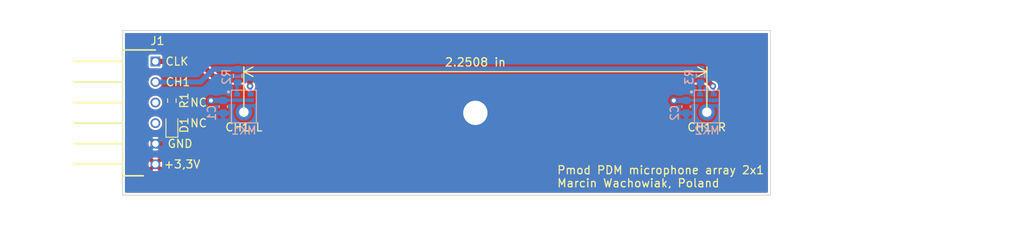
<source format=kicad_pcb>
(kicad_pcb (version 20171130) (host pcbnew 5.1.10-88a1d61d58~88~ubuntu18.04.1)

  (general
    (thickness 1.6)
    (drawings 20)
    (tracks 40)
    (zones 0)
    (modules 9)
    (nets 8)
  )

  (page User 210.007 148.006)
  (title_block
    (title "Pmod PDM microphone array 2x1")
    (date 2021-05-03)
    (rev 1.0.0)
    (company "Marcin Wachowiak, Poland")
  )

  (layers
    (0 F.Cu signal)
    (31 B.Cu signal)
    (32 B.Adhes user hide)
    (33 F.Adhes user)
    (34 B.Paste user)
    (35 F.Paste user)
    (36 B.SilkS user)
    (37 F.SilkS user)
    (38 B.Mask user hide)
    (39 F.Mask user)
    (40 Dwgs.User user)
    (41 Cmts.User user)
    (42 Eco1.User user)
    (43 Eco2.User user hide)
    (44 Edge.Cuts user)
    (45 Margin user)
    (46 B.CrtYd user)
    (47 F.CrtYd user)
    (48 B.Fab user hide)
    (49 F.Fab user)
  )

  (setup
    (last_trace_width 0.25)
    (user_trace_width 0.25)
    (user_trace_width 0.4)
    (user_trace_width 0.5)
    (user_trace_width 0.65)
    (user_trace_width 0.75)
    (user_trace_width 1)
    (user_trace_width 1.25)
    (user_trace_width 1.5)
    (trace_clearance 0.2)
    (zone_clearance 0.254)
    (zone_45_only no)
    (trace_min 0.2)
    (via_size 0.8)
    (via_drill 0.4)
    (via_min_size 0.4)
    (via_min_drill 0.3)
    (user_via 0.8 0.4)
    (user_via 0.9 0.5)
    (uvia_size 0.3)
    (uvia_drill 0.1)
    (uvias_allowed no)
    (uvia_min_size 0.2)
    (uvia_min_drill 0.1)
    (edge_width 0.05)
    (segment_width 0.2)
    (pcb_text_width 0.3)
    (pcb_text_size 1.5 1.5)
    (mod_edge_width 0.12)
    (mod_text_size 1 1)
    (mod_text_width 0.15)
    (pad_size 0.75 0.45)
    (pad_drill 0)
    (pad_to_mask_clearance 0)
    (aux_axis_origin 0 0)
    (grid_origin 26.162 72.898)
    (visible_elements FFFFFF7F)
    (pcbplotparams
      (layerselection 0x010fc_ffffffff)
      (usegerberextensions true)
      (usegerberattributes false)
      (usegerberadvancedattributes false)
      (creategerberjobfile false)
      (excludeedgelayer true)
      (linewidth 0.100000)
      (plotframeref false)
      (viasonmask false)
      (mode 1)
      (useauxorigin false)
      (hpglpennumber 1)
      (hpglpenspeed 20)
      (hpglpendiameter 15.000000)
      (psnegative false)
      (psa4output false)
      (plotreference true)
      (plotvalue false)
      (plotinvisibletext false)
      (padsonsilk false)
      (subtractmaskfromsilk true)
      (outputformat 1)
      (mirror false)
      (drillshape 0)
      (scaleselection 1)
      (outputdirectory "gerbers/"))
  )

  (net 0 "")
  (net 1 GND)
  (net 2 +3V3)
  (net 3 "Net-(J1-Pad1)")
  (net 4 "Net-(J1-Pad2)")
  (net 5 "Net-(MK1-Pad1)")
  (net 6 "Net-(MK2-Pad1)")
  (net 7 "Net-(D1-Pad2)")

  (net_class Default "This is the default net class."
    (clearance 0.2)
    (trace_width 0.25)
    (via_dia 0.8)
    (via_drill 0.4)
    (uvia_dia 0.3)
    (uvia_drill 0.1)
    (add_net +3V3)
    (add_net GND)
    (add_net "Net-(D1-Pad2)")
    (add_net "Net-(J1-Pad1)")
    (add_net "Net-(J1-Pad2)")
    (add_net "Net-(MK1-Pad1)")
    (add_net "Net-(MK2-Pad1)")
  )

  (module pmod_microphone_array:IM69D130V01XTSA1 (layer B.Cu) (tedit 61557264) (tstamp 60909430)
    (at 98.318 61.976 180)
    (path /609134FC)
    (fp_text reference MK2 (at -0.02 -2.928) (layer B.SilkS)
      (effects (font (size 1 1) (thickness 0.15)) (justify mirror))
    )
    (fp_text value IM69D130V01XTSA1 (at 2 -3.045) (layer B.Fab)
      (effects (font (size 1 1) (thickness 0.015)) (justify mirror))
    )
    (fp_line (start -1.5 2) (end 1.5 2) (layer B.Fab) (width 0.127))
    (fp_line (start 1.5 2) (end 1.5 -2) (layer B.Fab) (width 0.127))
    (fp_line (start 1.5 -2) (end -1.5 -2) (layer B.Fab) (width 0.127))
    (fp_line (start -1.5 -2) (end -1.5 2) (layer B.Fab) (width 0.127))
    (fp_poly (pts (xy 0.001 -0.1) (xy 0.001 0.35) (xy 0.046082 0.349423) (xy 0.099359 0.346165)
      (xy 0.152393 0.340122) (xy 0.205038 0.331312) (xy 0.25715 0.319759) (xy 0.308586 0.305495)
      (xy 0.359205 0.288558) (xy 0.408868 0.268995) (xy 0.457439 0.24686) (xy 0.504785 0.222214)
      (xy 0.550776 0.195123) (xy 0.595287 0.165662) (xy 0.638194 0.133912) (xy 0.679381 0.09996)
      (xy 0.718735 0.063899) (xy 0.756147 0.025828) (xy 0.791516 -0.01415) (xy 0.824744 -0.055923)
      (xy 0.85574 -0.099378) (xy 0.88442 -0.144396) (xy 0.910704 -0.190853) (xy 0.934521 -0.238622)
      (xy 0.955805 -0.287572) (xy 0.974498 -0.337569) (xy 0.990549 -0.388476) (xy 1.003913 -0.440152)
      (xy 1.014555 -0.492458) (xy 1.022445 -0.545249) (xy 1.027561 -0.59838) (xy 1.03 -0.66)
      (xy 1.03 -0.68) (xy 1.028588 -0.733906) (xy 1.024358 -0.787664) (xy 1.017319 -0.841127)
      (xy 1.007492 -0.894149) (xy 0.994904 -0.946584) (xy 0.979588 -0.998288) (xy 0.961588 -1.049119)
      (xy 0.940952 -1.098939) (xy 0.917737 -1.14761) (xy 0.892006 -1.195) (xy 0.863831 -1.240978)
      (xy 0.833288 -1.285419) (xy 0.80046 -1.3282) (xy 0.765439 -1.369205) (xy 0.72832 -1.40832)
      (xy 0.689205 -1.445439) (xy 0.6482 -1.48046) (xy 0.605419 -1.513288) (xy 0.560978 -1.543831)
      (xy 0.515 -1.572006) (xy 0.46761 -1.597737) (xy 0.418939 -1.620952) (xy 0.369119 -1.641588)
      (xy 0.318288 -1.659588) (xy 0.266584 -1.674904) (xy 0.214149 -1.687492) (xy 0.161127 -1.697319)
      (xy 0.107664 -1.704358) (xy 0.053906 -1.708588) (xy 0 -1.71) (xy -0.053906 -1.708588)
      (xy -0.107664 -1.704358) (xy -0.161127 -1.697319) (xy -0.214149 -1.687492) (xy -0.266584 -1.674904)
      (xy -0.318288 -1.659588) (xy -0.369119 -1.641588) (xy -0.418939 -1.620952) (xy -0.46761 -1.597737)
      (xy -0.515 -1.572006) (xy -0.560978 -1.543831) (xy -0.605419 -1.513288) (xy -0.6482 -1.48046)
      (xy -0.689205 -1.445439) (xy -0.72832 -1.40832) (xy -0.765439 -1.369205) (xy -0.80046 -1.3282)
      (xy -0.833288 -1.285419) (xy -0.863831 -1.240978) (xy -0.892006 -1.195) (xy -0.917737 -1.14761)
      (xy -0.940952 -1.098939) (xy -0.961588 -1.049119) (xy -0.979588 -0.998288) (xy -0.994904 -0.946584)
      (xy -1.007492 -0.894149) (xy -1.017319 -0.841127) (xy -1.024358 -0.787664) (xy -1.028588 -0.733906)
      (xy -1.03 -0.68) (xy -1.03 -0.66) (xy -1.028616 -0.607141) (xy -1.024467 -0.554426)
      (xy -1.017565 -0.502001) (xy -1.007929 -0.450009) (xy -0.995585 -0.398593) (xy -0.980567 -0.347893)
      (xy -0.962916 -0.298048) (xy -0.942681 -0.249196) (xy -0.919917 -0.20147) (xy -0.894686 -0.155)
      (xy -0.867057 -0.109915) (xy -0.837107 -0.066337) (xy -0.804917 -0.024386) (xy -0.770576 0.015822)
      (xy -0.734178 0.054178) (xy -0.695822 0.090576) (xy -0.655614 0.124917) (xy -0.613663 0.157107)
      (xy -0.570085 0.187057) (xy -0.525 0.214686) (xy -0.47853 0.239917) (xy -0.430804 0.262681)
      (xy -0.381952 0.282916) (xy -0.332107 0.300567) (xy -0.281407 0.315585) (xy -0.229991 0.327929)
      (xy -0.177999 0.337565) (xy -0.125574 0.344467) (xy -0.072859 0.348616) (xy -0.02 0.35)
      (xy -0.001 0.35) (xy -0.001 -0.1) (xy -0.030271 -0.099746) (xy -0.059552 -0.101024)
      (xy -0.088727 -0.103833) (xy -0.117715 -0.108166) (xy -0.146437 -0.114009) (xy -0.174813 -0.121348)
      (xy -0.202766 -0.130161) (xy -0.23022 -0.140426) (xy -0.257098 -0.152113) (xy -0.283329 -0.165191)
      (xy -0.308839 -0.179624) (xy -0.333558 -0.195372) (xy -0.35742 -0.212392) (xy -0.380358 -0.230638)
      (xy -0.40231 -0.250059) (xy -0.423215 -0.270603) (xy -0.443016 -0.292212) (xy -0.46166 -0.314828)
      (xy -0.479094 -0.338389) (xy -0.495271 -0.36283) (xy -0.510147 -0.388084) (xy -0.523681 -0.414082)
      (xy -0.535835 -0.440753) (xy -0.546577 -0.468024) (xy -0.555877 -0.495819) (xy -0.56371 -0.524063)
      (xy -0.570054 -0.552678) (xy -0.574891 -0.581585) (xy -0.578209 -0.610707) (xy -0.58 -0.64)
      (xy -0.58 -0.68) (xy -0.579205 -0.710355) (xy -0.576823 -0.740627) (xy -0.572859 -0.770732)
      (xy -0.567326 -0.800589) (xy -0.560237 -0.830115) (xy -0.551613 -0.85923) (xy -0.541477 -0.887853)
      (xy -0.529856 -0.915907) (xy -0.516784 -0.943314) (xy -0.502295 -0.97) (xy -0.486429 -0.995891)
      (xy -0.46923 -1.020915) (xy -0.450745 -1.045006) (xy -0.431024 -1.068096) (xy -0.410122 -1.090122)
      (xy -0.388096 -1.111024) (xy -0.365006 -1.130745) (xy -0.340915 -1.14923) (xy -0.315891 -1.166429)
      (xy -0.29 -1.182295) (xy -0.263314 -1.196784) (xy -0.235907 -1.209856) (xy -0.207853 -1.221477)
      (xy -0.17923 -1.231613) (xy -0.150115 -1.240237) (xy -0.120589 -1.247326) (xy -0.090732 -1.252859)
      (xy -0.060627 -1.256823) (xy -0.030355 -1.259205) (xy 0 -1.26) (xy 0.030355 -1.259205)
      (xy 0.060627 -1.256823) (xy 0.090732 -1.252859) (xy 0.120589 -1.247326) (xy 0.150115 -1.240237)
      (xy 0.17923 -1.231613) (xy 0.207853 -1.221477) (xy 0.235907 -1.209856) (xy 0.263314 -1.196784)
      (xy 0.29 -1.182295) (xy 0.315891 -1.166429) (xy 0.340915 -1.14923) (xy 0.365006 -1.130745)
      (xy 0.388096 -1.111024) (xy 0.410122 -1.090122) (xy 0.431024 -1.068096) (xy 0.450745 -1.045006)
      (xy 0.46923 -1.020915) (xy 0.486429 -0.995891) (xy 0.502295 -0.97) (xy 0.516784 -0.943314)
      (xy 0.529856 -0.915907) (xy 0.541477 -0.887853) (xy 0.551613 -0.85923) (xy 0.560237 -0.830115)
      (xy 0.567326 -0.800589) (xy 0.572859 -0.770732) (xy 0.576823 -0.740627) (xy 0.579205 -0.710355)
      (xy 0.58 -0.68) (xy 0.58 -0.66) (xy 0.578692 -0.629768) (xy 0.575834 -0.600086)
      (xy 0.571426 -0.570594) (xy 0.565481 -0.541373) (xy 0.558015 -0.512503) (xy 0.549048 -0.484063)
      (xy 0.538605 -0.456132) (xy 0.526714 -0.428785) (xy 0.513409 -0.402099) (xy 0.498725 -0.376145)
      (xy 0.482703 -0.350995) (xy 0.465386 -0.326719) (xy 0.446823 -0.303382) (xy 0.427064 -0.281048)
      (xy 0.406163 -0.259779) (xy 0.384178 -0.239633) (xy 0.361168 -0.220665) (xy 0.337197 -0.202928)
      (xy 0.312331 -0.186469) (xy 0.286637 -0.171335) (xy 0.260187 -0.157566) (xy 0.233052 -0.1452)
      (xy 0.205308 -0.134271) (xy 0.177029 -0.124809) (xy 0.148294 -0.11684) (xy 0.119181 -0.110386)
      (xy 0.08977 -0.105464) (xy 0.060142 -0.102088) (xy 0.030378 -0.100268) (xy 0.001 -0.1)) (layer B.Cu) (width 0.0001))
    (fp_poly (pts (xy 0.95 0.6) (xy 0.75 0.6) (xy 0.729094 0.601096) (xy 0.708418 0.60437)
      (xy 0.688197 0.609789) (xy 0.668653 0.617291) (xy 0.65 0.626795) (xy 0.632443 0.638197)
      (xy 0.616174 0.651371) (xy 0.601371 0.666174) (xy 0.588197 0.682443) (xy 0.576795 0.7)
      (xy 0.567291 0.718653) (xy 0.559789 0.738197) (xy 0.55437 0.758418) (xy 0.551096 0.779094)
      (xy 0.55 0.8) (xy 0.551096 0.820906) (xy 0.55437 0.841582) (xy 0.559789 0.861803)
      (xy 0.567291 0.881347) (xy 0.576795 0.9) (xy 0.588197 0.917557) (xy 0.601371 0.933826)
      (xy 0.616174 0.948629) (xy 0.632443 0.961803) (xy 0.65 0.973205) (xy 0.668653 0.982709)
      (xy 0.688197 0.990211) (xy 0.708418 0.99563) (xy 0.729094 0.998904) (xy 0.75 1)
      (xy 0.95 1) (xy 0.970906 0.998904) (xy 0.991582 0.99563) (xy 1.011803 0.990211)
      (xy 1.031347 0.982709) (xy 1.05 0.973205) (xy 1.067557 0.961803) (xy 1.083826 0.948629)
      (xy 1.098629 0.933826) (xy 1.111803 0.917557) (xy 1.123205 0.9) (xy 1.132709 0.881347)
      (xy 1.140211 0.861803) (xy 1.14563 0.841582) (xy 1.148904 0.820906) (xy 1.15 0.8)
      (xy 1.148904 0.779094) (xy 1.14563 0.758418) (xy 1.140211 0.738197) (xy 1.132709 0.718653)
      (xy 1.123205 0.7) (xy 1.111803 0.682443) (xy 1.098629 0.666174) (xy 1.083826 0.651371)
      (xy 1.067557 0.638197) (xy 1.05 0.626795) (xy 1.031347 0.617291) (xy 1.011803 0.609789)
      (xy 0.991582 0.60437) (xy 0.970906 0.601096) (xy 0.95 0.6)) (layer B.Paste) (width 0.0001))
    (fp_poly (pts (xy -0.75 1.3) (xy -0.95 1.3) (xy -0.970906 1.301096) (xy -0.991582 1.30437)
      (xy -1.011803 1.309789) (xy -1.031347 1.317291) (xy -1.05 1.326795) (xy -1.067557 1.338197)
      (xy -1.083826 1.351371) (xy -1.098629 1.366174) (xy -1.111803 1.382443) (xy -1.123205 1.4)
      (xy -1.132709 1.418653) (xy -1.140211 1.438197) (xy -1.14563 1.458418) (xy -1.148904 1.479094)
      (xy -1.15 1.5) (xy -1.148904 1.520906) (xy -1.14563 1.541582) (xy -1.140211 1.561803)
      (xy -1.132709 1.581347) (xy -1.123205 1.6) (xy -1.111803 1.617557) (xy -1.098629 1.633826)
      (xy -1.083826 1.648629) (xy -1.067557 1.661803) (xy -1.05 1.673205) (xy -1.031347 1.682709)
      (xy -1.011803 1.690211) (xy -0.991582 1.69563) (xy -0.970906 1.698904) (xy -0.95 1.7)
      (xy -0.75 1.7) (xy -0.729094 1.698904) (xy -0.708418 1.69563) (xy -0.688197 1.690211)
      (xy -0.668653 1.682709) (xy -0.65 1.673205) (xy -0.632443 1.661803) (xy -0.616174 1.648629)
      (xy -0.601371 1.633826) (xy -0.588197 1.617557) (xy -0.576795 1.6) (xy -0.567291 1.581347)
      (xy -0.559789 1.561803) (xy -0.55437 1.541582) (xy -0.551096 1.520906) (xy -0.55 1.5)
      (xy -0.551096 1.479094) (xy -0.55437 1.458418) (xy -0.559789 1.438197) (xy -0.567291 1.418653)
      (xy -0.576795 1.4) (xy -0.588197 1.382443) (xy -0.601371 1.366174) (xy -0.616174 1.351371)
      (xy -0.632443 1.338197) (xy -0.65 1.326795) (xy -0.668653 1.317291) (xy -0.688197 1.309789)
      (xy -0.708418 1.30437) (xy -0.729094 1.301096) (xy -0.75 1.3)) (layer B.Paste) (width 0.0001))
    (fp_poly (pts (xy -0.75 0.6) (xy -0.95 0.6) (xy -0.970906 0.601096) (xy -0.991582 0.60437)
      (xy -1.011803 0.609789) (xy -1.031347 0.617291) (xy -1.05 0.626795) (xy -1.067557 0.638197)
      (xy -1.083826 0.651371) (xy -1.098629 0.666174) (xy -1.111803 0.682443) (xy -1.123205 0.7)
      (xy -1.132709 0.718653) (xy -1.140211 0.738197) (xy -1.14563 0.758418) (xy -1.148904 0.779094)
      (xy -1.15 0.8) (xy -1.148904 0.820906) (xy -1.14563 0.841582) (xy -1.140211 0.861803)
      (xy -1.132709 0.881347) (xy -1.123205 0.9) (xy -1.111803 0.917557) (xy -1.098629 0.933826)
      (xy -1.083826 0.948629) (xy -1.067557 0.961803) (xy -1.05 0.973205) (xy -1.031347 0.982709)
      (xy -1.011803 0.990211) (xy -0.991582 0.99563) (xy -0.970906 0.998904) (xy -0.95 1)
      (xy -0.75 1) (xy -0.729094 0.998904) (xy -0.708418 0.99563) (xy -0.688197 0.990211)
      (xy -0.668653 0.982709) (xy -0.65 0.973205) (xy -0.632443 0.961803) (xy -0.616174 0.948629)
      (xy -0.601371 0.933826) (xy -0.588197 0.917557) (xy -0.576795 0.9) (xy -0.567291 0.881347)
      (xy -0.559789 0.861803) (xy -0.55437 0.841582) (xy -0.551096 0.820906) (xy -0.55 0.8)
      (xy -0.551096 0.779094) (xy -0.55437 0.758418) (xy -0.559789 0.738197) (xy -0.567291 0.718653)
      (xy -0.576795 0.7) (xy -0.588197 0.682443) (xy -0.601371 0.666174) (xy -0.616174 0.651371)
      (xy -0.632443 0.638197) (xy -0.65 0.626795) (xy -0.668653 0.617291) (xy -0.688197 0.609789)
      (xy -0.708418 0.60437) (xy -0.729094 0.601096) (xy -0.75 0.6)) (layer B.Paste) (width 0.0001))
    (fp_poly (pts (xy 0.95 1.3) (xy 0.75 1.3) (xy 0.729094 1.301096) (xy 0.708418 1.30437)
      (xy 0.688197 1.309789) (xy 0.668653 1.317291) (xy 0.65 1.326795) (xy 0.632443 1.338197)
      (xy 0.616174 1.351371) (xy 0.601371 1.366174) (xy 0.588197 1.382443) (xy 0.576795 1.4)
      (xy 0.567291 1.418653) (xy 0.559789 1.438197) (xy 0.55437 1.458418) (xy 0.551096 1.479094)
      (xy 0.55 1.5) (xy 0.551096 1.520906) (xy 0.55437 1.541582) (xy 0.559789 1.561803)
      (xy 0.567291 1.581347) (xy 0.576795 1.6) (xy 0.588197 1.617557) (xy 0.601371 1.633826)
      (xy 0.616174 1.648629) (xy 0.632443 1.661803) (xy 0.65 1.673205) (xy 0.668653 1.682709)
      (xy 0.688197 1.690211) (xy 0.708418 1.69563) (xy 0.729094 1.698904) (xy 0.75 1.7)
      (xy 0.95 1.7) (xy 0.970906 1.698904) (xy 0.991582 1.69563) (xy 1.011803 1.690211)
      (xy 1.031347 1.682709) (xy 1.05 1.673205) (xy 1.067557 1.661803) (xy 1.083826 1.648629)
      (xy 1.098629 1.633826) (xy 1.111803 1.617557) (xy 1.123205 1.6) (xy 1.132709 1.581347)
      (xy 1.140211 1.561803) (xy 1.14563 1.541582) (xy 1.148904 1.520906) (xy 1.15 1.5)
      (xy 1.148904 1.479094) (xy 1.14563 1.458418) (xy 1.140211 1.438197) (xy 1.132709 1.418653)
      (xy 1.123205 1.4) (xy 1.111803 1.382443) (xy 1.098629 1.366174) (xy 1.083826 1.351371)
      (xy 1.067557 1.338197) (xy 1.05 1.326795) (xy 1.031347 1.317291) (xy 1.011803 1.309789)
      (xy 0.991582 1.30437) (xy 0.970906 1.301096) (xy 0.95 1.3)) (layer B.Paste) (width 0.0001))
    (fp_poly (pts (xy -0.36 0.11) (xy -0.359712 0.120991) (xy -0.35885 0.131951) (xy -0.357415 0.142851)
      (xy -0.355411 0.153661) (xy -0.352844 0.164352) (xy -0.349722 0.174894) (xy -0.346052 0.185257)
      (xy -0.341845 0.195415) (xy -0.337111 0.205338) (xy -0.331865 0.215) (xy -0.326121 0.224374)
      (xy -0.319894 0.233435) (xy -0.313201 0.242157) (xy -0.30606 0.250517) (xy -0.298492 0.258492)
      (xy -0.290517 0.26606) (xy -0.282157 0.273201) (xy -0.273435 0.279894) (xy -0.264374 0.286121)
      (xy -0.255 0.291865) (xy -0.245338 0.297111) (xy -0.235415 0.301845) (xy -0.225257 0.306052)
      (xy -0.214894 0.309722) (xy -0.204352 0.312844) (xy -0.193661 0.315411) (xy -0.182851 0.317415)
      (xy -0.171951 0.31885) (xy -0.160991 0.319712) (xy -0.15 0.32) (xy 0.15 0.32)
      (xy 0.160991 0.319712) (xy 0.171951 0.31885) (xy 0.182851 0.317415) (xy 0.193661 0.315411)
      (xy 0.204352 0.312844) (xy 0.214894 0.309722) (xy 0.225257 0.306052) (xy 0.235415 0.301845)
      (xy 0.245338 0.297111) (xy 0.255 0.291865) (xy 0.264374 0.286121) (xy 0.273435 0.279894)
      (xy 0.282157 0.273201) (xy 0.290517 0.26606) (xy 0.298492 0.258492) (xy 0.30606 0.250517)
      (xy 0.313201 0.242157) (xy 0.319894 0.233435) (xy 0.326121 0.224374) (xy 0.331865 0.215)
      (xy 0.337111 0.205338) (xy 0.341845 0.195415) (xy 0.346052 0.185257) (xy 0.349722 0.174894)
      (xy 0.352844 0.164352) (xy 0.355411 0.153661) (xy 0.357415 0.142851) (xy 0.35885 0.131951)
      (xy 0.359712 0.120991) (xy 0.36 0.11) (xy 0.359712 0.099009) (xy 0.35885 0.088049)
      (xy 0.357415 0.077149) (xy 0.355411 0.066339) (xy 0.352844 0.055648) (xy 0.349722 0.045106)
      (xy 0.346052 0.034743) (xy 0.341845 0.024585) (xy 0.337111 0.014662) (xy 0.331865 0.005)
      (xy 0.326121 -0.004374) (xy 0.319894 -0.013435) (xy 0.313201 -0.022157) (xy 0.30606 -0.030517)
      (xy 0.298492 -0.038492) (xy 0.290517 -0.04606) (xy 0.282157 -0.053201) (xy 0.273435 -0.059894)
      (xy 0.264374 -0.066121) (xy 0.255 -0.071865) (xy 0.245338 -0.077111) (xy 0.235415 -0.081845)
      (xy 0.225257 -0.086052) (xy 0.214894 -0.089722) (xy 0.204352 -0.092844) (xy 0.193661 -0.095411)
      (xy 0.182851 -0.097415) (xy 0.171951 -0.09885) (xy 0.160991 -0.099712) (xy 0.15 -0.1)
      (xy 0.14 -0.1) (xy 0.134606 -0.098275) (xy 0.130075 -0.09689) (xy 0.125529 -0.095558)
      (xy 0.120967 -0.094278) (xy 0.11639 -0.093052) (xy 0.111799 -0.091879) (xy 0.107195 -0.090759)
      (xy 0.102579 -0.089694) (xy 0.09795 -0.088682) (xy 0.09331 -0.087723) (xy 0.088659 -0.086819)
      (xy 0.083998 -0.08597) (xy 0.079327 -0.085174) (xy 0.074647 -0.084433) (xy 0.069959 -0.083746)
      (xy 0.065264 -0.083114) (xy 0.060561 -0.082537) (xy 0.055852 -0.082014) (xy 0.051137 -0.081546)
      (xy 0.046417 -0.081133) (xy 0.041692 -0.080775) (xy 0.036964 -0.080472) (xy 0.032233 -0.080224)
      (xy 0.027498 -0.080031) (xy 0.022762 -0.079893) (xy 0.018025 -0.079811) (xy 0.013287 -0.079783)
      (xy 0.008549 -0.079811) (xy 0.003812 -0.079893) (xy 0 -0.08) (xy -0.003812 -0.079893)
      (xy -0.008549 -0.079811) (xy -0.013287 -0.079783) (xy -0.018025 -0.079811) (xy -0.022762 -0.079893)
      (xy -0.027498 -0.080031) (xy -0.032233 -0.080224) (xy -0.036964 -0.080472) (xy -0.041692 -0.080775)
      (xy -0.046417 -0.081133) (xy -0.051137 -0.081546) (xy -0.055852 -0.082014) (xy -0.060561 -0.082537)
      (xy -0.065264 -0.083114) (xy -0.069959 -0.083746) (xy -0.074647 -0.084433) (xy -0.079327 -0.085174)
      (xy -0.083998 -0.08597) (xy -0.088659 -0.086819) (xy -0.09331 -0.087723) (xy -0.09795 -0.088682)
      (xy -0.102579 -0.089694) (xy -0.107195 -0.090759) (xy -0.111799 -0.091879) (xy -0.11639 -0.093052)
      (xy -0.120967 -0.094278) (xy -0.125529 -0.095558) (xy -0.130075 -0.09689) (xy -0.134606 -0.098275)
      (xy -0.14 -0.1) (xy -0.15 -0.1) (xy -0.160991 -0.099712) (xy -0.171951 -0.09885)
      (xy -0.182851 -0.097415) (xy -0.193661 -0.095411) (xy -0.204352 -0.092844) (xy -0.214894 -0.089722)
      (xy -0.225257 -0.086052) (xy -0.235415 -0.081845) (xy -0.245338 -0.077111) (xy -0.255 -0.071865)
      (xy -0.264374 -0.066121) (xy -0.273435 -0.059894) (xy -0.282157 -0.053201) (xy -0.290517 -0.04606)
      (xy -0.298492 -0.038492) (xy -0.30606 -0.030517) (xy -0.313201 -0.022157) (xy -0.319894 -0.013435)
      (xy -0.326121 -0.004374) (xy -0.331865 0.005) (xy -0.337111 0.014662) (xy -0.341845 0.024585)
      (xy -0.346052 0.034743) (xy -0.349722 0.045106) (xy -0.352844 0.055648) (xy -0.355411 0.066339)
      (xy -0.357415 0.077149) (xy -0.35885 0.088049) (xy -0.359712 0.099009) (xy -0.36 0.11)) (layer B.Paste) (width 0.001))
    (fp_poly (pts (xy 0.36 -1.47) (xy 0.359712 -1.480991) (xy 0.35885 -1.491951) (xy 0.357415 -1.502851)
      (xy 0.355411 -1.513661) (xy 0.352844 -1.524352) (xy 0.349722 -1.534894) (xy 0.346052 -1.545257)
      (xy 0.341845 -1.555415) (xy 0.337111 -1.565338) (xy 0.331865 -1.575) (xy 0.326121 -1.584374)
      (xy 0.319894 -1.593435) (xy 0.313201 -1.602157) (xy 0.30606 -1.610517) (xy 0.298492 -1.618492)
      (xy 0.290517 -1.62606) (xy 0.282157 -1.633201) (xy 0.273435 -1.639894) (xy 0.264374 -1.646121)
      (xy 0.255 -1.651865) (xy 0.245338 -1.657111) (xy 0.235415 -1.661845) (xy 0.225257 -1.666052)
      (xy 0.214894 -1.669722) (xy 0.204352 -1.672844) (xy 0.193661 -1.675411) (xy 0.182851 -1.677415)
      (xy 0.171951 -1.67885) (xy 0.160991 -1.679712) (xy 0.15 -1.68) (xy -0.15 -1.68)
      (xy -0.160991 -1.679712) (xy -0.171951 -1.67885) (xy -0.182851 -1.677415) (xy -0.193661 -1.675411)
      (xy -0.204352 -1.672844) (xy -0.214894 -1.669722) (xy -0.225257 -1.666052) (xy -0.235415 -1.661845)
      (xy -0.245338 -1.657111) (xy -0.255 -1.651865) (xy -0.264374 -1.646121) (xy -0.273435 -1.639894)
      (xy -0.282157 -1.633201) (xy -0.290517 -1.62606) (xy -0.298492 -1.618492) (xy -0.30606 -1.610517)
      (xy -0.313201 -1.602157) (xy -0.319894 -1.593435) (xy -0.326121 -1.584374) (xy -0.331865 -1.575)
      (xy -0.337111 -1.565338) (xy -0.341845 -1.555415) (xy -0.346052 -1.545257) (xy -0.349722 -1.534894)
      (xy -0.352844 -1.524352) (xy -0.355411 -1.513661) (xy -0.357415 -1.502851) (xy -0.35885 -1.491951)
      (xy -0.359712 -1.480991) (xy -0.36 -1.47) (xy -0.359712 -1.459009) (xy -0.35885 -1.448049)
      (xy -0.357415 -1.437149) (xy -0.355411 -1.426339) (xy -0.352844 -1.415648) (xy -0.349722 -1.405106)
      (xy -0.346052 -1.394743) (xy -0.341845 -1.384585) (xy -0.337111 -1.374662) (xy -0.331865 -1.365)
      (xy -0.326121 -1.355626) (xy -0.319894 -1.346565) (xy -0.313201 -1.337843) (xy -0.30606 -1.329483)
      (xy -0.298492 -1.321508) (xy -0.290517 -1.31394) (xy -0.282157 -1.306799) (xy -0.273435 -1.300106)
      (xy -0.264374 -1.293879) (xy -0.255 -1.288135) (xy -0.245338 -1.282889) (xy -0.235415 -1.278155)
      (xy -0.225257 -1.273948) (xy -0.214894 -1.270278) (xy -0.204352 -1.267156) (xy -0.193661 -1.264589)
      (xy -0.182851 -1.262585) (xy -0.171951 -1.26115) (xy -0.160991 -1.260288) (xy -0.15 -1.26)
      (xy -0.14 -1.26) (xy -0.134606 -1.261725) (xy -0.130075 -1.26311) (xy -0.125529 -1.264442)
      (xy -0.120967 -1.265722) (xy -0.11639 -1.266948) (xy -0.111799 -1.268121) (xy -0.107195 -1.269241)
      (xy -0.102579 -1.270306) (xy -0.09795 -1.271318) (xy -0.09331 -1.272277) (xy -0.088659 -1.273181)
      (xy -0.083998 -1.27403) (xy -0.079327 -1.274826) (xy -0.074647 -1.275567) (xy -0.069959 -1.276254)
      (xy -0.065264 -1.276886) (xy -0.060561 -1.277463) (xy -0.055852 -1.277986) (xy -0.051137 -1.278454)
      (xy -0.046417 -1.278867) (xy -0.041692 -1.279225) (xy -0.036964 -1.279528) (xy -0.032233 -1.279776)
      (xy -0.027498 -1.279969) (xy -0.022762 -1.280107) (xy -0.018025 -1.280189) (xy -0.013287 -1.280217)
      (xy -0.008549 -1.280189) (xy -0.003812 -1.280107) (xy 0 -1.28) (xy 0.003812 -1.280107)
      (xy 0.008549 -1.280189) (xy 0.013287 -1.280217) (xy 0.018025 -1.280189) (xy 0.022762 -1.280107)
      (xy 0.027498 -1.279969) (xy 0.032233 -1.279776) (xy 0.036964 -1.279528) (xy 0.041692 -1.279225)
      (xy 0.046417 -1.278867) (xy 0.051137 -1.278454) (xy 0.055852 -1.277986) (xy 0.060561 -1.277463)
      (xy 0.065264 -1.276886) (xy 0.069959 -1.276254) (xy 0.074647 -1.275567) (xy 0.079327 -1.274826)
      (xy 0.083998 -1.27403) (xy 0.088659 -1.273181) (xy 0.09331 -1.272277) (xy 0.09795 -1.271318)
      (xy 0.102579 -1.270306) (xy 0.107195 -1.269241) (xy 0.111799 -1.268121) (xy 0.11639 -1.266948)
      (xy 0.120967 -1.265722) (xy 0.125529 -1.264442) (xy 0.130075 -1.26311) (xy 0.134606 -1.261725)
      (xy 0.14 -1.26) (xy 0.15 -1.26) (xy 0.160991 -1.260288) (xy 0.171951 -1.26115)
      (xy 0.182851 -1.262585) (xy 0.193661 -1.264589) (xy 0.204352 -1.267156) (xy 0.214894 -1.270278)
      (xy 0.225257 -1.273948) (xy 0.235415 -1.278155) (xy 0.245338 -1.282889) (xy 0.255 -1.288135)
      (xy 0.264374 -1.293879) (xy 0.273435 -1.300106) (xy 0.282157 -1.306799) (xy 0.290517 -1.31394)
      (xy 0.298492 -1.321508) (xy 0.30606 -1.329483) (xy 0.313201 -1.337843) (xy 0.319894 -1.346565)
      (xy 0.326121 -1.355626) (xy 0.331865 -1.365) (xy 0.337111 -1.374662) (xy 0.341845 -1.384585)
      (xy 0.346052 -1.394743) (xy 0.349722 -1.405106) (xy 0.352844 -1.415648) (xy 0.355411 -1.426339)
      (xy 0.357415 -1.437149) (xy 0.35885 -1.448049) (xy 0.359712 -1.459009) (xy 0.36 -1.47)) (layer B.Paste) (width 0.001))
    (fp_poly (pts (xy -0.504159 -1.38677) (xy -0.513818 -1.392015) (xy -0.523742 -1.396748) (xy -0.533899 -1.400955)
      (xy -0.544263 -1.404625) (xy -0.554805 -1.407748) (xy -0.565495 -1.410314) (xy -0.576306 -1.412318)
      (xy -0.587206 -1.413753) (xy -0.598166 -1.414616) (xy -0.609157 -1.414903) (xy -0.620148 -1.414616)
      (xy -0.631108 -1.413753) (xy -0.642008 -1.412318) (xy -0.652819 -1.410314) (xy -0.663509 -1.407748)
      (xy -0.674051 -1.404625) (xy -0.684415 -1.400955) (xy -0.694572 -1.396748) (xy -0.704496 -1.392015)
      (xy -0.714158 -1.386768) (xy -0.723532 -1.381024) (xy -0.732593 -1.374797) (xy -0.741315 -1.368104)
      (xy -0.749675 -1.360963) (xy -0.75765 -1.353395) (xy -0.765218 -1.34542) (xy -0.772359 -1.33706)
      (xy -0.779052 -1.328338) (xy -0.785279 -1.319277) (xy -0.791025 -1.3099) (xy -0.866025 -1.18)
      (xy -0.941025 -1.05009) (xy -0.94627 -1.040429) (xy -0.951004 -1.030506) (xy -0.955211 -1.020348)
      (xy -0.958881 -1.009985) (xy -0.962003 -0.999443) (xy -0.96457 -0.988753) (xy -0.966573 -0.977943)
      (xy -0.968008 -0.967043) (xy -0.968871 -0.956082) (xy -0.969159 -0.945092) (xy -0.968871 -0.934102)
      (xy -0.968008 -0.923141) (xy -0.966573 -0.912241) (xy -0.96457 -0.901431) (xy -0.962003 -0.890741)
      (xy -0.958881 -0.880199) (xy -0.955211 -0.869836) (xy -0.951004 -0.859678) (xy -0.94627 -0.849755)
      (xy -0.941024 -0.840093) (xy -0.93528 -0.830719) (xy -0.929053 -0.821658) (xy -0.92236 -0.812936)
      (xy -0.91522 -0.804576) (xy -0.907652 -0.796601) (xy -0.899677 -0.789033) (xy -0.891317 -0.781893)
      (xy -0.882595 -0.7752) (xy -0.873534 -0.768973) (xy -0.864159 -0.763228) (xy -0.854497 -0.757982)
      (xy -0.844574 -0.753249) (xy -0.834417 -0.749042) (xy -0.824053 -0.745372) (xy -0.813511 -0.742249)
      (xy -0.802821 -0.739683) (xy -0.792011 -0.737679) (xy -0.78111 -0.736244) (xy -0.77015 -0.735381)
      (xy -0.75916 -0.735094) (xy -0.748169 -0.735381) (xy -0.737209 -0.736244) (xy -0.726308 -0.737679)
      (xy -0.715498 -0.739683) (xy -0.704808 -0.742249) (xy -0.694266 -0.745372) (xy -0.683902 -0.749042)
      (xy -0.673745 -0.753249) (xy -0.663822 -0.757982) (xy -0.65416 -0.763228) (xy -0.644785 -0.768973)
      (xy -0.635725 -0.7752) (xy -0.627002 -0.781893) (xy -0.618642 -0.789033) (xy -0.610667 -0.796601)
      (xy -0.603099 -0.804576) (xy -0.595959 -0.812936) (xy -0.589266 -0.821659) (xy -0.583039 -0.830719)
      (xy -0.577294 -0.840094) (xy -0.572294 -0.848756) (xy -0.571092 -0.854283) (xy -0.570026 -0.858899)
      (xy -0.568907 -0.863503) (xy -0.567734 -0.868094) (xy -0.566508 -0.87267) (xy -0.565228 -0.877232)
      (xy -0.563896 -0.881779) (xy -0.562511 -0.88631) (xy -0.561073 -0.890824) (xy -0.559582 -0.895322)
      (xy -0.55804 -0.899802) (xy -0.556445 -0.904263) (xy -0.554799 -0.908706) (xy -0.553101 -0.913129)
      (xy -0.551352 -0.917532) (xy -0.549551 -0.921915) (xy -0.5477 -0.926276) (xy -0.545798 -0.930616)
      (xy -0.543846 -0.934933) (xy -0.541843 -0.939227) (xy -0.539791 -0.943497) (xy -0.53769 -0.947744)
      (xy -0.535539 -0.951965) (xy -0.533339 -0.956162) (xy -0.53109 -0.960332) (xy -0.528793 -0.964476)
      (xy -0.526448 -0.968593) (xy -0.524055 -0.972682) (xy -0.521615 -0.976743) (xy -0.519613 -0.979997)
      (xy -0.517798 -0.983354) (xy -0.515501 -0.987498) (xy -0.513156 -0.991614) (xy -0.510763 -0.995704)
      (xy -0.508323 -0.999765) (xy -0.505836 -1.003798) (xy -0.503302 -1.007801) (xy -0.500721 -1.011775)
      (xy -0.498095 -1.015718) (xy -0.495422 -1.01963) (xy -0.492705 -1.023512) (xy -0.489942 -1.027361)
      (xy -0.487135 -1.031178) (xy -0.484284 -1.034962) (xy -0.481388 -1.038712) (xy -0.47845 -1.042429)
      (xy -0.475468 -1.046111) (xy -0.472444 -1.049758) (xy -0.469377 -1.05337) (xy -0.466269 -1.056946)
      (xy -0.463119 -1.060485) (xy -0.459928 -1.063987) (xy -0.456697 -1.067453) (xy -0.453425 -1.07088)
      (xy -0.450114 -1.074269) (xy -0.446764 -1.077619) (xy -0.443375 -1.08093) (xy -0.439948 -1.084202)
      (xy -0.436483 -1.087433) (xy -0.432294 -1.09124) (xy -0.427294 -1.0999) (xy -0.422047 -1.109563)
      (xy -0.417314 -1.119487) (xy -0.413107 -1.129644) (xy -0.409437 -1.140008) (xy -0.406314 -1.15055)
      (xy -0.403747 -1.16124) (xy -0.401744 -1.172051) (xy -0.400309 -1.182951) (xy -0.399446 -1.193912)
      (xy -0.399158 -1.204903) (xy -0.399446 -1.215893) (xy -0.400309 -1.226854) (xy -0.401744 -1.237754)
      (xy -0.403747 -1.248565) (xy -0.406314 -1.259255) (xy -0.409437 -1.269797) (xy -0.413107 -1.280161)
      (xy -0.417314 -1.290318) (xy -0.422047 -1.300242) (xy -0.427293 -1.309904) (xy -0.433038 -1.319278)
      (xy -0.439265 -1.328339) (xy -0.445958 -1.337062) (xy -0.453099 -1.345422) (xy -0.460667 -1.353397)
      (xy -0.468642 -1.360965) (xy -0.477002 -1.368106) (xy -0.485725 -1.374799) (xy -0.494786 -1.381026)
      (xy -0.504159 -1.38677)) (layer B.Paste) (width 0.001))
    (fp_poly (pts (xy 0.504159 0.026769) (xy 0.513821 0.032015) (xy 0.523744 0.036748) (xy 0.533902 0.040955)
      (xy 0.544265 0.044625) (xy 0.554807 0.047748) (xy 0.565498 0.050314) (xy 0.576308 0.052318)
      (xy 0.587208 0.053753) (xy 0.598169 0.054616) (xy 0.609159 0.054903) (xy 0.62015 0.054616)
      (xy 0.63111 0.053753) (xy 0.64201 0.052318) (xy 0.652821 0.050314) (xy 0.663511 0.047748)
      (xy 0.674053 0.044625) (xy 0.684417 0.040955) (xy 0.694574 0.036748) (xy 0.704497 0.032015)
      (xy 0.714159 0.026769) (xy 0.723534 0.021024) (xy 0.732594 0.014797) (xy 0.741317 0.008104)
      (xy 0.749677 0.000964) (xy 0.757652 -0.006604) (xy 0.76522 -0.014579) (xy 0.77236 -0.022939)
      (xy 0.779053 -0.031662) (xy 0.78528 -0.040723) (xy 0.791025 -0.050097) (xy 0.866025 -0.180003)
      (xy 0.941025 -0.309906) (xy 0.946271 -0.319568) (xy 0.951004 -0.329491) (xy 0.955211 -0.339649)
      (xy 0.958881 -0.350012) (xy 0.962004 -0.360554) (xy 0.964571 -0.371244) (xy 0.966574 -0.382055)
      (xy 0.968009 -0.392955) (xy 0.968872 -0.403915) (xy 0.96916 -0.414906) (xy 0.968872 -0.425897)
      (xy 0.968009 -0.436857) (xy 0.966574 -0.447757) (xy 0.964571 -0.458568) (xy 0.962004 -0.469258)
      (xy 0.958881 -0.4798) (xy 0.955211 -0.490163) (xy 0.951004 -0.500321) (xy 0.946271 -0.510244)
      (xy 0.941025 -0.519906) (xy 0.93528 -0.529281) (xy 0.929053 -0.538341) (xy 0.92236 -0.547064)
      (xy 0.91522 -0.555424) (xy 0.907652 -0.563399) (xy 0.899677 -0.570967) (xy 0.891317 -0.578107)
      (xy 0.882594 -0.5848) (xy 0.873534 -0.591027) (xy 0.864159 -0.596772) (xy 0.854497 -0.602018)
      (xy 0.844574 -0.606751) (xy 0.834417 -0.610958) (xy 0.824053 -0.614628) (xy 0.813511 -0.617751)
      (xy 0.802821 -0.620317) (xy 0.792011 -0.622321) (xy 0.78111 -0.623756) (xy 0.77015 -0.624619)
      (xy 0.75916 -0.624906) (xy 0.748169 -0.624619) (xy 0.737209 -0.623756) (xy 0.726308 -0.622321)
      (xy 0.715498 -0.620317) (xy 0.704808 -0.617751) (xy 0.694266 -0.614628) (xy 0.683902 -0.610958)
      (xy 0.673745 -0.606751) (xy 0.663822 -0.602018) (xy 0.65416 -0.596772) (xy 0.644785 -0.591027)
      (xy 0.635725 -0.5848) (xy 0.627002 -0.578107) (xy 0.618642 -0.570967) (xy 0.610667 -0.563399)
      (xy 0.603099 -0.555424) (xy 0.595959 -0.547064) (xy 0.589266 -0.538341) (xy 0.583039 -0.529281)
      (xy 0.577294 -0.519906) (xy 0.572294 -0.511244) (xy 0.571092 -0.505717) (xy 0.570026 -0.501101)
      (xy 0.568907 -0.496497) (xy 0.567734 -0.491906) (xy 0.566508 -0.48733) (xy 0.565228 -0.482768)
      (xy 0.563896 -0.478221) (xy 0.562511 -0.47369) (xy 0.561073 -0.469176) (xy 0.559582 -0.464678)
      (xy 0.55804 -0.460198) (xy 0.556445 -0.455737) (xy 0.554799 -0.451294) (xy 0.553101 -0.446871)
      (xy 0.551352 -0.442468) (xy 0.549551 -0.438085) (xy 0.5477 -0.433724) (xy 0.545798 -0.429384)
      (xy 0.543846 -0.425067) (xy 0.541843 -0.420773) (xy 0.539791 -0.416503) (xy 0.53769 -0.412256)
      (xy 0.535539 -0.408035) (xy 0.533339 -0.403838) (xy 0.53109 -0.399668) (xy 0.528793 -0.395524)
      (xy 0.526448 -0.391407) (xy 0.524055 -0.387318) (xy 0.521615 -0.383257) (xy 0.519613 -0.380003)
      (xy 0.517797 -0.376645) (xy 0.5155 -0.372501) (xy 0.513155 -0.368384) (xy 0.510762 -0.364294)
      (xy 0.508322 -0.360233) (xy 0.505835 -0.356201) (xy 0.503301 -0.352197) (xy 0.50072 -0.348224)
      (xy 0.498094 -0.34428) (xy 0.495421 -0.340368) (xy 0.492704 -0.336487) (xy 0.489941 -0.332637)
      (xy 0.487134 -0.32882) (xy 0.484283 -0.325036) (xy 0.481387 -0.321286) (xy 0.478449 -0.317569)
      (xy 0.475467 -0.313887) (xy 0.472443 -0.31024) (xy 0.469376 -0.306628) (xy 0.466267 -0.303052)
      (xy 0.463118 -0.299513) (xy 0.459927 -0.296011) (xy 0.456696 -0.292545) (xy 0.453424 -0.289118)
      (xy 0.450113 -0.285729) (xy 0.446763 -0.282379) (xy 0.443374 -0.279068) (xy 0.439946 -0.275796)
      (xy 0.436481 -0.272565) (xy 0.432294 -0.268759) (xy 0.427294 -0.260097) (xy 0.422048 -0.250435)
      (xy 0.417315 -0.240511) (xy 0.413107 -0.230354) (xy 0.409437 -0.21999) (xy 0.406315 -0.209449)
      (xy 0.403748 -0.198758) (xy 0.401745 -0.187948) (xy 0.40031 -0.177048) (xy 0.399447 -0.166087)
      (xy 0.399159 -0.155097) (xy 0.399447 -0.144106) (xy 0.40031 -0.133146) (xy 0.401745 -0.122245)
      (xy 0.403748 -0.111435) (xy 0.406315 -0.100745) (xy 0.409437 -0.090203) (xy 0.413107 -0.079839)
      (xy 0.417315 -0.069682) (xy 0.422048 -0.059758) (xy 0.427294 -0.050096) (xy 0.433038 -0.040722)
      (xy 0.439266 -0.031662) (xy 0.445959 -0.022939) (xy 0.453099 -0.014579) (xy 0.460667 -0.006604)
      (xy 0.468642 0.000964) (xy 0.477002 0.008104) (xy 0.485724 0.014797) (xy 0.494785 0.021024)
      (xy 0.504159 0.026769)) (layer B.Paste) (width 0.001))
    (fp_poly (pts (xy -0.864159 -0.596772) (xy -0.873534 -0.591027) (xy -0.882594 -0.5848) (xy -0.891317 -0.578107)
      (xy -0.899677 -0.570967) (xy -0.907652 -0.563399) (xy -0.91522 -0.555424) (xy -0.92236 -0.547064)
      (xy -0.929053 -0.538341) (xy -0.93528 -0.529281) (xy -0.941025 -0.519906) (xy -0.946271 -0.510244)
      (xy -0.951004 -0.500321) (xy -0.955211 -0.490163) (xy -0.958881 -0.4798) (xy -0.962004 -0.469258)
      (xy -0.964571 -0.458568) (xy -0.966574 -0.447757) (xy -0.968009 -0.436857) (xy -0.968872 -0.425897)
      (xy -0.96916 -0.414906) (xy -0.968872 -0.403915) (xy -0.968009 -0.392955) (xy -0.966574 -0.382055)
      (xy -0.964571 -0.371244) (xy -0.962004 -0.360554) (xy -0.958881 -0.350012) (xy -0.955211 -0.339649)
      (xy -0.951004 -0.329491) (xy -0.946271 -0.319568) (xy -0.941025 -0.309906) (xy -0.866025 -0.18)
      (xy -0.791025 -0.050097) (xy -0.78528 -0.040723) (xy -0.779053 -0.031662) (xy -0.77236 -0.022939)
      (xy -0.76522 -0.014579) (xy -0.757652 -0.006604) (xy -0.749677 0.000964) (xy -0.741317 0.008104)
      (xy -0.732594 0.014797) (xy -0.723534 0.021024) (xy -0.714159 0.026769) (xy -0.704497 0.032015)
      (xy -0.694574 0.036748) (xy -0.684417 0.040955) (xy -0.674053 0.044625) (xy -0.663511 0.047748)
      (xy -0.652821 0.050314) (xy -0.64201 0.052318) (xy -0.63111 0.053753) (xy -0.62015 0.054616)
      (xy -0.609159 0.054903) (xy -0.598169 0.054616) (xy -0.587208 0.053753) (xy -0.576308 0.052318)
      (xy -0.565498 0.050314) (xy -0.554807 0.047748) (xy -0.544265 0.044625) (xy -0.533902 0.040955)
      (xy -0.523744 0.036748) (xy -0.513821 0.032015) (xy -0.504159 0.026769) (xy -0.494785 0.021024)
      (xy -0.485724 0.014797) (xy -0.477002 0.008104) (xy -0.468642 0.000964) (xy -0.460667 -0.006604)
      (xy -0.453099 -0.014579) (xy -0.445959 -0.022939) (xy -0.439266 -0.031662) (xy -0.433038 -0.040722)
      (xy -0.427294 -0.050096) (xy -0.422048 -0.059758) (xy -0.417315 -0.069682) (xy -0.413107 -0.079839)
      (xy -0.409437 -0.090203) (xy -0.406315 -0.100745) (xy -0.403748 -0.111435) (xy -0.401745 -0.122245)
      (xy -0.40031 -0.133146) (xy -0.399447 -0.144106) (xy -0.399159 -0.155097) (xy -0.399447 -0.166087)
      (xy -0.40031 -0.177048) (xy -0.401745 -0.187948) (xy -0.403748 -0.198758) (xy -0.406315 -0.209449)
      (xy -0.409437 -0.21999) (xy -0.413107 -0.230354) (xy -0.417315 -0.240511) (xy -0.422048 -0.250435)
      (xy -0.427294 -0.260097) (xy -0.432294 -0.268759) (xy -0.436485 -0.272568) (xy -0.43995 -0.2758)
      (xy -0.443378 -0.279071) (xy -0.446767 -0.282382) (xy -0.450117 -0.285732) (xy -0.453428 -0.289121)
      (xy -0.456699 -0.292549) (xy -0.45993 -0.296014) (xy -0.463121 -0.299516) (xy -0.466271 -0.303055)
      (xy -0.469379 -0.306631) (xy -0.472446 -0.310243) (xy -0.47547 -0.31389) (xy -0.478452 -0.317572)
      (xy -0.48139 -0.321289) (xy -0.484286 -0.325039) (xy -0.487137 -0.328823) (xy -0.489944 -0.33264)
      (xy -0.492707 -0.336489) (xy -0.495424 -0.34037) (xy -0.498096 -0.344283) (xy -0.500723 -0.348226)
      (xy -0.503303 -0.352199) (xy -0.505838 -0.356203) (xy -0.508325 -0.360235) (xy -0.510765 -0.364296)
      (xy -0.513158 -0.368386) (xy -0.515503 -0.372503) (xy -0.5178 -0.376647) (xy -0.519613 -0.38)
      (xy -0.521613 -0.383251) (xy -0.524053 -0.387312) (xy -0.526446 -0.391402) (xy -0.528791 -0.395519)
      (xy -0.531088 -0.399663) (xy -0.533337 -0.403833) (xy -0.535537 -0.40803) (xy -0.537688 -0.412251)
      (xy -0.53979 -0.416498) (xy -0.541842 -0.420768) (xy -0.543845 -0.425062) (xy -0.545797 -0.429379)
      (xy -0.547699 -0.433719) (xy -0.54955 -0.43808) (xy -0.551351 -0.442463) (xy -0.5531 -0.446866)
      (xy -0.554798 -0.45129) (xy -0.556444 -0.455733) (xy -0.558039 -0.460194) (xy -0.559581 -0.464674)
      (xy -0.561072 -0.469172) (xy -0.56251 -0.473686) (xy -0.563895 -0.478217) (xy -0.565227 -0.482764)
      (xy -0.566507 -0.487326) (xy -0.567733 -0.491903) (xy -0.568906 -0.496494) (xy -0.570026 -0.501097)
      (xy -0.571091 -0.505714) (xy -0.572294 -0.511244) (xy -0.577294 -0.519906) (xy -0.583039 -0.529281)
      (xy -0.589266 -0.538341) (xy -0.595959 -0.547064) (xy -0.603099 -0.555424) (xy -0.610667 -0.563399)
      (xy -0.618642 -0.570967) (xy -0.627002 -0.578107) (xy -0.635725 -0.5848) (xy -0.644785 -0.591027)
      (xy -0.65416 -0.596772) (xy -0.663822 -0.602018) (xy -0.673745 -0.606751) (xy -0.683902 -0.610958)
      (xy -0.694266 -0.614628) (xy -0.704808 -0.617751) (xy -0.715498 -0.620317) (xy -0.726308 -0.622321)
      (xy -0.737209 -0.623756) (xy -0.748169 -0.624619) (xy -0.75916 -0.624906) (xy -0.77015 -0.624619)
      (xy -0.78111 -0.623756) (xy -0.792011 -0.622321) (xy -0.802821 -0.620317) (xy -0.813511 -0.617751)
      (xy -0.824053 -0.614628) (xy -0.834417 -0.610958) (xy -0.844574 -0.606751) (xy -0.854497 -0.602018)
      (xy -0.864159 -0.596772)) (layer B.Paste) (width 0.001))
    (fp_poly (pts (xy 0.864159 -0.763228) (xy 0.873534 -0.768973) (xy 0.882595 -0.7752) (xy 0.891317 -0.781893)
      (xy 0.899677 -0.789033) (xy 0.907652 -0.796601) (xy 0.91522 -0.804576) (xy 0.92236 -0.812936)
      (xy 0.929053 -0.821658) (xy 0.93528 -0.830719) (xy 0.941024 -0.840093) (xy 0.94627 -0.849755)
      (xy 0.951004 -0.859678) (xy 0.955211 -0.869836) (xy 0.958881 -0.880199) (xy 0.962003 -0.890741)
      (xy 0.96457 -0.901431) (xy 0.966573 -0.912241) (xy 0.968008 -0.923141) (xy 0.968871 -0.934102)
      (xy 0.969159 -0.945092) (xy 0.968871 -0.956082) (xy 0.968008 -0.967043) (xy 0.966573 -0.977943)
      (xy 0.96457 -0.988753) (xy 0.962003 -0.999443) (xy 0.958881 -1.009985) (xy 0.955211 -1.020348)
      (xy 0.951004 -1.030506) (xy 0.94627 -1.040429) (xy 0.941025 -1.05009) (xy 0.866025 -1.18)
      (xy 0.791025 -1.3099) (xy 0.785279 -1.319277) (xy 0.779052 -1.328338) (xy 0.772359 -1.33706)
      (xy 0.765218 -1.34542) (xy 0.75765 -1.353395) (xy 0.749675 -1.360963) (xy 0.741315 -1.368104)
      (xy 0.732593 -1.374797) (xy 0.723532 -1.381024) (xy 0.714158 -1.386768) (xy 0.704496 -1.392015)
      (xy 0.694572 -1.396748) (xy 0.684415 -1.400955) (xy 0.674051 -1.404625) (xy 0.663509 -1.407748)
      (xy 0.652819 -1.410314) (xy 0.642008 -1.412318) (xy 0.631108 -1.413753) (xy 0.620148 -1.414616)
      (xy 0.609157 -1.414903) (xy 0.598166 -1.414616) (xy 0.587206 -1.413753) (xy 0.576306 -1.412318)
      (xy 0.565495 -1.410314) (xy 0.554805 -1.407748) (xy 0.544263 -1.404625) (xy 0.533899 -1.400955)
      (xy 0.523742 -1.396748) (xy 0.513818 -1.392015) (xy 0.504159 -1.38677) (xy 0.494786 -1.381026)
      (xy 0.485725 -1.374799) (xy 0.477002 -1.368106) (xy 0.468642 -1.360965) (xy 0.460667 -1.353397)
      (xy 0.453099 -1.345422) (xy 0.445958 -1.337062) (xy 0.439265 -1.328339) (xy 0.433038 -1.319278)
      (xy 0.427293 -1.309904) (xy 0.422047 -1.300242) (xy 0.417314 -1.290318) (xy 0.413107 -1.280161)
      (xy 0.409437 -1.269797) (xy 0.406314 -1.259255) (xy 0.403747 -1.248565) (xy 0.401744 -1.237754)
      (xy 0.400309 -1.226854) (xy 0.399446 -1.215893) (xy 0.399158 -1.204903) (xy 0.399446 -1.193912)
      (xy 0.400309 -1.182951) (xy 0.401744 -1.172051) (xy 0.403747 -1.16124) (xy 0.406314 -1.15055)
      (xy 0.409437 -1.140008) (xy 0.413107 -1.129644) (xy 0.417314 -1.119487) (xy 0.422047 -1.109563)
      (xy 0.427294 -1.0999) (xy 0.432294 -1.09124) (xy 0.436486 -1.087429) (xy 0.439952 -1.084198)
      (xy 0.443379 -1.080927) (xy 0.446768 -1.077616) (xy 0.450118 -1.074266) (xy 0.453429 -1.070877)
      (xy 0.4567 -1.067449) (xy 0.459932 -1.063984) (xy 0.463122 -1.060482) (xy 0.466272 -1.056943)
      (xy 0.46938 -1.053367) (xy 0.472447 -1.049755) (xy 0.475471 -1.046108) (xy 0.478453 -1.042426)
      (xy 0.481391 -1.038709) (xy 0.484287 -1.034959) (xy 0.487138 -1.031175) (xy 0.489945 -1.027358)
      (xy 0.492708 -1.023509) (xy 0.495425 -1.019628) (xy 0.498097 -1.015716) (xy 0.500724 -1.011772)
      (xy 0.503304 -1.007799) (xy 0.505838 -1.003796) (xy 0.508326 -0.999763) (xy 0.510766 -0.995702)
      (xy 0.513159 -0.991613) (xy 0.515504 -0.987496) (xy 0.517801 -0.983352) (xy 0.519613 -0.98)
      (xy 0.521613 -0.976749) (xy 0.524053 -0.972688) (xy 0.526446 -0.968598) (xy 0.528791 -0.964481)
      (xy 0.531088 -0.960337) (xy 0.533337 -0.956167) (xy 0.535537 -0.95197) (xy 0.537688 -0.947749)
      (xy 0.53979 -0.943502) (xy 0.541842 -0.939232) (xy 0.543845 -0.934938) (xy 0.545797 -0.930621)
      (xy 0.547699 -0.926281) (xy 0.54955 -0.92192) (xy 0.551351 -0.917537) (xy 0.5531 -0.913134)
      (xy 0.554798 -0.90871) (xy 0.556444 -0.904267) (xy 0.558039 -0.899806) (xy 0.559581 -0.895326)
      (xy 0.561072 -0.890828) (xy 0.56251 -0.886314) (xy 0.563895 -0.881783) (xy 0.565227 -0.877236)
      (xy 0.566507 -0.872674) (xy 0.567733 -0.868097) (xy 0.568906 -0.863506) (xy 0.570026 -0.858903)
      (xy 0.571091 -0.854286) (xy 0.572294 -0.848756) (xy 0.577294 -0.840094) (xy 0.583039 -0.830719)
      (xy 0.589266 -0.821659) (xy 0.595959 -0.812936) (xy 0.603099 -0.804576) (xy 0.610667 -0.796601)
      (xy 0.618642 -0.789033) (xy 0.627002 -0.781893) (xy 0.635725 -0.7752) (xy 0.644785 -0.768973)
      (xy 0.65416 -0.763228) (xy 0.663822 -0.757982) (xy 0.673745 -0.753249) (xy 0.683902 -0.749042)
      (xy 0.694266 -0.745372) (xy 0.704808 -0.742249) (xy 0.715498 -0.739683) (xy 0.726308 -0.737679)
      (xy 0.737209 -0.736244) (xy 0.748169 -0.735381) (xy 0.75916 -0.735094) (xy 0.77015 -0.735381)
      (xy 0.78111 -0.736244) (xy 0.792011 -0.737679) (xy 0.802821 -0.739683) (xy 0.813511 -0.742249)
      (xy 0.824053 -0.745372) (xy 0.834417 -0.749042) (xy 0.844574 -0.753249) (xy 0.854497 -0.757982)
      (xy 0.864159 -0.763228)) (layer B.Paste) (width 0.001))
    (fp_circle (center 1.9 1.82) (end 2 1.82) (layer B.SilkS) (width 0.2))
    (fp_circle (center 1.9 1.82) (end 2 1.82) (layer B.Fab) (width 0.2))
    (fp_line (start -1.54 -2) (end -1.54 2.04) (layer B.SilkS) (width 0.127))
    (fp_line (start 1.54 2.04) (end 1.54 -2) (layer B.SilkS) (width 0.127))
    (fp_line (start -1.54 2.04) (end 1.54 2.04) (layer B.SilkS) (width 0.127))
    (fp_line (start 1.54 -2) (end -1.54 -2) (layer B.SilkS) (width 0.127))
    (fp_line (start -1.75 2.25) (end 1.75 2.25) (layer B.CrtYd) (width 0.05))
    (fp_line (start 1.75 2.25) (end 1.75 -2.25) (layer B.CrtYd) (width 0.05))
    (fp_line (start 1.75 -2.25) (end -1.75 -2.25) (layer B.CrtYd) (width 0.05))
    (fp_line (start -1.75 -2.25) (end -1.75 2.25) (layer B.CrtYd) (width 0.05))
    (fp_poly (pts (xy 0.001 -0.1) (xy 0.001 0.35) (xy 0.046082 0.349423) (xy 0.099359 0.346165)
      (xy 0.152393 0.340122) (xy 0.205038 0.331312) (xy 0.25715 0.319759) (xy 0.308586 0.305495)
      (xy 0.359205 0.288558) (xy 0.408868 0.268995) (xy 0.457439 0.24686) (xy 0.504785 0.222214)
      (xy 0.550776 0.195123) (xy 0.595287 0.165662) (xy 0.638194 0.133912) (xy 0.679381 0.09996)
      (xy 0.718735 0.063899) (xy 0.756147 0.025828) (xy 0.791516 -0.01415) (xy 0.824744 -0.055923)
      (xy 0.85574 -0.099378) (xy 0.88442 -0.144396) (xy 0.910704 -0.190853) (xy 0.934521 -0.238622)
      (xy 0.955805 -0.287572) (xy 0.974498 -0.337569) (xy 0.990549 -0.388476) (xy 1.003913 -0.440152)
      (xy 1.014555 -0.492458) (xy 1.022445 -0.545249) (xy 1.027561 -0.59838) (xy 1.03 -0.66)
      (xy 1.03 -0.68) (xy 1.028588 -0.733906) (xy 1.024358 -0.787664) (xy 1.017319 -0.841127)
      (xy 1.007492 -0.894149) (xy 0.994904 -0.946584) (xy 0.979588 -0.998288) (xy 0.961588 -1.049119)
      (xy 0.940952 -1.098939) (xy 0.917737 -1.14761) (xy 0.892006 -1.195) (xy 0.863831 -1.240978)
      (xy 0.833288 -1.285419) (xy 0.80046 -1.3282) (xy 0.765439 -1.369205) (xy 0.72832 -1.40832)
      (xy 0.689205 -1.445439) (xy 0.6482 -1.48046) (xy 0.605419 -1.513288) (xy 0.560978 -1.543831)
      (xy 0.515 -1.572006) (xy 0.46761 -1.597737) (xy 0.418939 -1.620952) (xy 0.369119 -1.641588)
      (xy 0.318288 -1.659588) (xy 0.266584 -1.674904) (xy 0.214149 -1.687492) (xy 0.161127 -1.697319)
      (xy 0.107664 -1.704358) (xy 0.053906 -1.708588) (xy 0 -1.71) (xy -0.053906 -1.708588)
      (xy -0.107664 -1.704358) (xy -0.161127 -1.697319) (xy -0.214149 -1.687492) (xy -0.266584 -1.674904)
      (xy -0.318288 -1.659588) (xy -0.369119 -1.641588) (xy -0.418939 -1.620952) (xy -0.46761 -1.597737)
      (xy -0.515 -1.572006) (xy -0.560978 -1.543831) (xy -0.605419 -1.513288) (xy -0.6482 -1.48046)
      (xy -0.689205 -1.445439) (xy -0.72832 -1.40832) (xy -0.765439 -1.369205) (xy -0.80046 -1.3282)
      (xy -0.833288 -1.285419) (xy -0.863831 -1.240978) (xy -0.892006 -1.195) (xy -0.917737 -1.14761)
      (xy -0.940952 -1.098939) (xy -0.961588 -1.049119) (xy -0.979588 -0.998288) (xy -0.994904 -0.946584)
      (xy -1.007492 -0.894149) (xy -1.017319 -0.841127) (xy -1.024358 -0.787664) (xy -1.028588 -0.733906)
      (xy -1.03 -0.68) (xy -1.03 -0.66) (xy -1.028616 -0.607141) (xy -1.024467 -0.554426)
      (xy -1.017565 -0.502001) (xy -1.007929 -0.450009) (xy -0.995585 -0.398593) (xy -0.980567 -0.347893)
      (xy -0.962916 -0.298048) (xy -0.942681 -0.249196) (xy -0.919917 -0.20147) (xy -0.894686 -0.155)
      (xy -0.867057 -0.109915) (xy -0.837107 -0.066337) (xy -0.804917 -0.024386) (xy -0.770576 0.015822)
      (xy -0.734178 0.054178) (xy -0.695822 0.090576) (xy -0.655614 0.124917) (xy -0.613663 0.157107)
      (xy -0.570085 0.187057) (xy -0.525 0.214686) (xy -0.47853 0.239917) (xy -0.430804 0.262681)
      (xy -0.381952 0.282916) (xy -0.332107 0.300567) (xy -0.281407 0.315585) (xy -0.229991 0.327929)
      (xy -0.177999 0.337565) (xy -0.125574 0.344467) (xy -0.072859 0.348616) (xy -0.02 0.35)
      (xy -0.001 0.35) (xy -0.001 -0.1) (xy -0.030271 -0.099746) (xy -0.059552 -0.101024)
      (xy -0.088727 -0.103833) (xy -0.117715 -0.108166) (xy -0.146437 -0.114009) (xy -0.174813 -0.121348)
      (xy -0.202766 -0.130161) (xy -0.23022 -0.140426) (xy -0.257098 -0.152113) (xy -0.283329 -0.165191)
      (xy -0.308839 -0.179624) (xy -0.333558 -0.195372) (xy -0.35742 -0.212392) (xy -0.380358 -0.230638)
      (xy -0.40231 -0.250059) (xy -0.423215 -0.270603) (xy -0.443016 -0.292212) (xy -0.46166 -0.314828)
      (xy -0.479094 -0.338389) (xy -0.495271 -0.36283) (xy -0.510147 -0.388084) (xy -0.523681 -0.414082)
      (xy -0.535835 -0.440753) (xy -0.546577 -0.468024) (xy -0.555877 -0.495819) (xy -0.56371 -0.524063)
      (xy -0.570054 -0.552678) (xy -0.574891 -0.581585) (xy -0.578209 -0.610707) (xy -0.58 -0.64)
      (xy -0.58 -0.68) (xy -0.579205 -0.710355) (xy -0.576823 -0.740627) (xy -0.572859 -0.770732)
      (xy -0.567326 -0.800589) (xy -0.560237 -0.830115) (xy -0.551613 -0.85923) (xy -0.541477 -0.887853)
      (xy -0.529856 -0.915907) (xy -0.516784 -0.943314) (xy -0.502295 -0.97) (xy -0.486429 -0.995891)
      (xy -0.46923 -1.020915) (xy -0.450745 -1.045006) (xy -0.431024 -1.068096) (xy -0.410122 -1.090122)
      (xy -0.388096 -1.111024) (xy -0.365006 -1.130745) (xy -0.340915 -1.14923) (xy -0.315891 -1.166429)
      (xy -0.29 -1.182295) (xy -0.263314 -1.196784) (xy -0.235907 -1.209856) (xy -0.207853 -1.221477)
      (xy -0.17923 -1.231613) (xy -0.150115 -1.240237) (xy -0.120589 -1.247326) (xy -0.090732 -1.252859)
      (xy -0.060627 -1.256823) (xy -0.030355 -1.259205) (xy 0 -1.26) (xy 0.030355 -1.259205)
      (xy 0.060627 -1.256823) (xy 0.090732 -1.252859) (xy 0.120589 -1.247326) (xy 0.150115 -1.240237)
      (xy 0.17923 -1.231613) (xy 0.207853 -1.221477) (xy 0.235907 -1.209856) (xy 0.263314 -1.196784)
      (xy 0.29 -1.182295) (xy 0.315891 -1.166429) (xy 0.340915 -1.14923) (xy 0.365006 -1.130745)
      (xy 0.388096 -1.111024) (xy 0.410122 -1.090122) (xy 0.431024 -1.068096) (xy 0.450745 -1.045006)
      (xy 0.46923 -1.020915) (xy 0.486429 -0.995891) (xy 0.502295 -0.97) (xy 0.516784 -0.943314)
      (xy 0.529856 -0.915907) (xy 0.541477 -0.887853) (xy 0.551613 -0.85923) (xy 0.560237 -0.830115)
      (xy 0.567326 -0.800589) (xy 0.572859 -0.770732) (xy 0.576823 -0.740627) (xy 0.579205 -0.710355)
      (xy 0.58 -0.68) (xy 0.58 -0.66) (xy 0.578692 -0.629768) (xy 0.575834 -0.600086)
      (xy 0.571426 -0.570594) (xy 0.565481 -0.541373) (xy 0.558015 -0.512503) (xy 0.549048 -0.484063)
      (xy 0.538605 -0.456132) (xy 0.526714 -0.428785) (xy 0.513409 -0.402099) (xy 0.498725 -0.376145)
      (xy 0.482703 -0.350995) (xy 0.465386 -0.326719) (xy 0.446823 -0.303382) (xy 0.427064 -0.281048)
      (xy 0.406163 -0.259779) (xy 0.384178 -0.239633) (xy 0.361168 -0.220665) (xy 0.337197 -0.202928)
      (xy 0.312331 -0.186469) (xy 0.286637 -0.171335) (xy 0.260187 -0.157566) (xy 0.233052 -0.1452)
      (xy 0.205308 -0.134271) (xy 0.177029 -0.124809) (xy 0.148294 -0.11684) (xy 0.119181 -0.110386)
      (xy 0.08977 -0.105464) (xy 0.060142 -0.102088) (xy 0.030378 -0.100268) (xy 0.001 -0.1)) (layer B.Mask) (width 0.0001))
    (pad None np_thru_hole circle (at 0 -0.68 180) (size 0.8 0.8) (drill 0.8) (layers *.Cu *.Mask))
    (pad 3 smd rect (at -0.85 1.5 180) (size 0.75 0.45) (layers B.Cu B.Mask)
      (net 3 "Net-(J1-Pad1)"))
    (pad 4 smd rect (at -0.85 0.8 180) (size 0.75 0.45) (layers B.Cu B.Mask)
      (net 1 GND))
    (pad 1 smd rect (at 0.85 1.5 180) (size 0.75 0.45) (layers B.Cu B.Mask)
      (net 6 "Net-(MK2-Pad1)"))
    (pad 2 smd rect (at 0.85 0.8 180) (size 0.75 0.45) (layers B.Cu B.Mask)
      (net 2 +3V3))
    (pad 5 smd rect (at 0 0.12 180) (size 0.1 0.1) (layers B.Cu)
      (net 1 GND))
    (model ${KIPRJMOD}/../lib/3d_models/IM69D130V01XTSA1.step
      (at (xyz 0 0 0))
      (scale (xyz 1 1 1))
      (rotate (xyz -90 0 0))
    )
  )

  (module pmod_microphone_array:IM69D130V01XTSA1 (layer B.Cu) (tedit 61557264) (tstamp 6090940C)
    (at 41.148 61.976 180)
    (path /609133A4)
    (fp_text reference MK1 (at 0 -2.928) (layer B.SilkS)
      (effects (font (size 1 1) (thickness 0.15)) (justify mirror))
    )
    (fp_text value IM69D130V01XTSA1 (at 2 -3.045) (layer B.Fab)
      (effects (font (size 1 1) (thickness 0.015)) (justify mirror))
    )
    (fp_line (start -1.5 2) (end 1.5 2) (layer B.Fab) (width 0.127))
    (fp_line (start 1.5 2) (end 1.5 -2) (layer B.Fab) (width 0.127))
    (fp_line (start 1.5 -2) (end -1.5 -2) (layer B.Fab) (width 0.127))
    (fp_line (start -1.5 -2) (end -1.5 2) (layer B.Fab) (width 0.127))
    (fp_poly (pts (xy 0.001 -0.1) (xy 0.001 0.35) (xy 0.046082 0.349423) (xy 0.099359 0.346165)
      (xy 0.152393 0.340122) (xy 0.205038 0.331312) (xy 0.25715 0.319759) (xy 0.308586 0.305495)
      (xy 0.359205 0.288558) (xy 0.408868 0.268995) (xy 0.457439 0.24686) (xy 0.504785 0.222214)
      (xy 0.550776 0.195123) (xy 0.595287 0.165662) (xy 0.638194 0.133912) (xy 0.679381 0.09996)
      (xy 0.718735 0.063899) (xy 0.756147 0.025828) (xy 0.791516 -0.01415) (xy 0.824744 -0.055923)
      (xy 0.85574 -0.099378) (xy 0.88442 -0.144396) (xy 0.910704 -0.190853) (xy 0.934521 -0.238622)
      (xy 0.955805 -0.287572) (xy 0.974498 -0.337569) (xy 0.990549 -0.388476) (xy 1.003913 -0.440152)
      (xy 1.014555 -0.492458) (xy 1.022445 -0.545249) (xy 1.027561 -0.59838) (xy 1.03 -0.66)
      (xy 1.03 -0.68) (xy 1.028588 -0.733906) (xy 1.024358 -0.787664) (xy 1.017319 -0.841127)
      (xy 1.007492 -0.894149) (xy 0.994904 -0.946584) (xy 0.979588 -0.998288) (xy 0.961588 -1.049119)
      (xy 0.940952 -1.098939) (xy 0.917737 -1.14761) (xy 0.892006 -1.195) (xy 0.863831 -1.240978)
      (xy 0.833288 -1.285419) (xy 0.80046 -1.3282) (xy 0.765439 -1.369205) (xy 0.72832 -1.40832)
      (xy 0.689205 -1.445439) (xy 0.6482 -1.48046) (xy 0.605419 -1.513288) (xy 0.560978 -1.543831)
      (xy 0.515 -1.572006) (xy 0.46761 -1.597737) (xy 0.418939 -1.620952) (xy 0.369119 -1.641588)
      (xy 0.318288 -1.659588) (xy 0.266584 -1.674904) (xy 0.214149 -1.687492) (xy 0.161127 -1.697319)
      (xy 0.107664 -1.704358) (xy 0.053906 -1.708588) (xy 0 -1.71) (xy -0.053906 -1.708588)
      (xy -0.107664 -1.704358) (xy -0.161127 -1.697319) (xy -0.214149 -1.687492) (xy -0.266584 -1.674904)
      (xy -0.318288 -1.659588) (xy -0.369119 -1.641588) (xy -0.418939 -1.620952) (xy -0.46761 -1.597737)
      (xy -0.515 -1.572006) (xy -0.560978 -1.543831) (xy -0.605419 -1.513288) (xy -0.6482 -1.48046)
      (xy -0.689205 -1.445439) (xy -0.72832 -1.40832) (xy -0.765439 -1.369205) (xy -0.80046 -1.3282)
      (xy -0.833288 -1.285419) (xy -0.863831 -1.240978) (xy -0.892006 -1.195) (xy -0.917737 -1.14761)
      (xy -0.940952 -1.098939) (xy -0.961588 -1.049119) (xy -0.979588 -0.998288) (xy -0.994904 -0.946584)
      (xy -1.007492 -0.894149) (xy -1.017319 -0.841127) (xy -1.024358 -0.787664) (xy -1.028588 -0.733906)
      (xy -1.03 -0.68) (xy -1.03 -0.66) (xy -1.028616 -0.607141) (xy -1.024467 -0.554426)
      (xy -1.017565 -0.502001) (xy -1.007929 -0.450009) (xy -0.995585 -0.398593) (xy -0.980567 -0.347893)
      (xy -0.962916 -0.298048) (xy -0.942681 -0.249196) (xy -0.919917 -0.20147) (xy -0.894686 -0.155)
      (xy -0.867057 -0.109915) (xy -0.837107 -0.066337) (xy -0.804917 -0.024386) (xy -0.770576 0.015822)
      (xy -0.734178 0.054178) (xy -0.695822 0.090576) (xy -0.655614 0.124917) (xy -0.613663 0.157107)
      (xy -0.570085 0.187057) (xy -0.525 0.214686) (xy -0.47853 0.239917) (xy -0.430804 0.262681)
      (xy -0.381952 0.282916) (xy -0.332107 0.300567) (xy -0.281407 0.315585) (xy -0.229991 0.327929)
      (xy -0.177999 0.337565) (xy -0.125574 0.344467) (xy -0.072859 0.348616) (xy -0.02 0.35)
      (xy -0.001 0.35) (xy -0.001 -0.1) (xy -0.030271 -0.099746) (xy -0.059552 -0.101024)
      (xy -0.088727 -0.103833) (xy -0.117715 -0.108166) (xy -0.146437 -0.114009) (xy -0.174813 -0.121348)
      (xy -0.202766 -0.130161) (xy -0.23022 -0.140426) (xy -0.257098 -0.152113) (xy -0.283329 -0.165191)
      (xy -0.308839 -0.179624) (xy -0.333558 -0.195372) (xy -0.35742 -0.212392) (xy -0.380358 -0.230638)
      (xy -0.40231 -0.250059) (xy -0.423215 -0.270603) (xy -0.443016 -0.292212) (xy -0.46166 -0.314828)
      (xy -0.479094 -0.338389) (xy -0.495271 -0.36283) (xy -0.510147 -0.388084) (xy -0.523681 -0.414082)
      (xy -0.535835 -0.440753) (xy -0.546577 -0.468024) (xy -0.555877 -0.495819) (xy -0.56371 -0.524063)
      (xy -0.570054 -0.552678) (xy -0.574891 -0.581585) (xy -0.578209 -0.610707) (xy -0.58 -0.64)
      (xy -0.58 -0.68) (xy -0.579205 -0.710355) (xy -0.576823 -0.740627) (xy -0.572859 -0.770732)
      (xy -0.567326 -0.800589) (xy -0.560237 -0.830115) (xy -0.551613 -0.85923) (xy -0.541477 -0.887853)
      (xy -0.529856 -0.915907) (xy -0.516784 -0.943314) (xy -0.502295 -0.97) (xy -0.486429 -0.995891)
      (xy -0.46923 -1.020915) (xy -0.450745 -1.045006) (xy -0.431024 -1.068096) (xy -0.410122 -1.090122)
      (xy -0.388096 -1.111024) (xy -0.365006 -1.130745) (xy -0.340915 -1.14923) (xy -0.315891 -1.166429)
      (xy -0.29 -1.182295) (xy -0.263314 -1.196784) (xy -0.235907 -1.209856) (xy -0.207853 -1.221477)
      (xy -0.17923 -1.231613) (xy -0.150115 -1.240237) (xy -0.120589 -1.247326) (xy -0.090732 -1.252859)
      (xy -0.060627 -1.256823) (xy -0.030355 -1.259205) (xy 0 -1.26) (xy 0.030355 -1.259205)
      (xy 0.060627 -1.256823) (xy 0.090732 -1.252859) (xy 0.120589 -1.247326) (xy 0.150115 -1.240237)
      (xy 0.17923 -1.231613) (xy 0.207853 -1.221477) (xy 0.235907 -1.209856) (xy 0.263314 -1.196784)
      (xy 0.29 -1.182295) (xy 0.315891 -1.166429) (xy 0.340915 -1.14923) (xy 0.365006 -1.130745)
      (xy 0.388096 -1.111024) (xy 0.410122 -1.090122) (xy 0.431024 -1.068096) (xy 0.450745 -1.045006)
      (xy 0.46923 -1.020915) (xy 0.486429 -0.995891) (xy 0.502295 -0.97) (xy 0.516784 -0.943314)
      (xy 0.529856 -0.915907) (xy 0.541477 -0.887853) (xy 0.551613 -0.85923) (xy 0.560237 -0.830115)
      (xy 0.567326 -0.800589) (xy 0.572859 -0.770732) (xy 0.576823 -0.740627) (xy 0.579205 -0.710355)
      (xy 0.58 -0.68) (xy 0.58 -0.66) (xy 0.578692 -0.629768) (xy 0.575834 -0.600086)
      (xy 0.571426 -0.570594) (xy 0.565481 -0.541373) (xy 0.558015 -0.512503) (xy 0.549048 -0.484063)
      (xy 0.538605 -0.456132) (xy 0.526714 -0.428785) (xy 0.513409 -0.402099) (xy 0.498725 -0.376145)
      (xy 0.482703 -0.350995) (xy 0.465386 -0.326719) (xy 0.446823 -0.303382) (xy 0.427064 -0.281048)
      (xy 0.406163 -0.259779) (xy 0.384178 -0.239633) (xy 0.361168 -0.220665) (xy 0.337197 -0.202928)
      (xy 0.312331 -0.186469) (xy 0.286637 -0.171335) (xy 0.260187 -0.157566) (xy 0.233052 -0.1452)
      (xy 0.205308 -0.134271) (xy 0.177029 -0.124809) (xy 0.148294 -0.11684) (xy 0.119181 -0.110386)
      (xy 0.08977 -0.105464) (xy 0.060142 -0.102088) (xy 0.030378 -0.100268) (xy 0.001 -0.1)) (layer B.Cu) (width 0.0001))
    (fp_poly (pts (xy 0.95 0.6) (xy 0.75 0.6) (xy 0.729094 0.601096) (xy 0.708418 0.60437)
      (xy 0.688197 0.609789) (xy 0.668653 0.617291) (xy 0.65 0.626795) (xy 0.632443 0.638197)
      (xy 0.616174 0.651371) (xy 0.601371 0.666174) (xy 0.588197 0.682443) (xy 0.576795 0.7)
      (xy 0.567291 0.718653) (xy 0.559789 0.738197) (xy 0.55437 0.758418) (xy 0.551096 0.779094)
      (xy 0.55 0.8) (xy 0.551096 0.820906) (xy 0.55437 0.841582) (xy 0.559789 0.861803)
      (xy 0.567291 0.881347) (xy 0.576795 0.9) (xy 0.588197 0.917557) (xy 0.601371 0.933826)
      (xy 0.616174 0.948629) (xy 0.632443 0.961803) (xy 0.65 0.973205) (xy 0.668653 0.982709)
      (xy 0.688197 0.990211) (xy 0.708418 0.99563) (xy 0.729094 0.998904) (xy 0.75 1)
      (xy 0.95 1) (xy 0.970906 0.998904) (xy 0.991582 0.99563) (xy 1.011803 0.990211)
      (xy 1.031347 0.982709) (xy 1.05 0.973205) (xy 1.067557 0.961803) (xy 1.083826 0.948629)
      (xy 1.098629 0.933826) (xy 1.111803 0.917557) (xy 1.123205 0.9) (xy 1.132709 0.881347)
      (xy 1.140211 0.861803) (xy 1.14563 0.841582) (xy 1.148904 0.820906) (xy 1.15 0.8)
      (xy 1.148904 0.779094) (xy 1.14563 0.758418) (xy 1.140211 0.738197) (xy 1.132709 0.718653)
      (xy 1.123205 0.7) (xy 1.111803 0.682443) (xy 1.098629 0.666174) (xy 1.083826 0.651371)
      (xy 1.067557 0.638197) (xy 1.05 0.626795) (xy 1.031347 0.617291) (xy 1.011803 0.609789)
      (xy 0.991582 0.60437) (xy 0.970906 0.601096) (xy 0.95 0.6)) (layer B.Paste) (width 0.0001))
    (fp_poly (pts (xy -0.75 1.3) (xy -0.95 1.3) (xy -0.970906 1.301096) (xy -0.991582 1.30437)
      (xy -1.011803 1.309789) (xy -1.031347 1.317291) (xy -1.05 1.326795) (xy -1.067557 1.338197)
      (xy -1.083826 1.351371) (xy -1.098629 1.366174) (xy -1.111803 1.382443) (xy -1.123205 1.4)
      (xy -1.132709 1.418653) (xy -1.140211 1.438197) (xy -1.14563 1.458418) (xy -1.148904 1.479094)
      (xy -1.15 1.5) (xy -1.148904 1.520906) (xy -1.14563 1.541582) (xy -1.140211 1.561803)
      (xy -1.132709 1.581347) (xy -1.123205 1.6) (xy -1.111803 1.617557) (xy -1.098629 1.633826)
      (xy -1.083826 1.648629) (xy -1.067557 1.661803) (xy -1.05 1.673205) (xy -1.031347 1.682709)
      (xy -1.011803 1.690211) (xy -0.991582 1.69563) (xy -0.970906 1.698904) (xy -0.95 1.7)
      (xy -0.75 1.7) (xy -0.729094 1.698904) (xy -0.708418 1.69563) (xy -0.688197 1.690211)
      (xy -0.668653 1.682709) (xy -0.65 1.673205) (xy -0.632443 1.661803) (xy -0.616174 1.648629)
      (xy -0.601371 1.633826) (xy -0.588197 1.617557) (xy -0.576795 1.6) (xy -0.567291 1.581347)
      (xy -0.559789 1.561803) (xy -0.55437 1.541582) (xy -0.551096 1.520906) (xy -0.55 1.5)
      (xy -0.551096 1.479094) (xy -0.55437 1.458418) (xy -0.559789 1.438197) (xy -0.567291 1.418653)
      (xy -0.576795 1.4) (xy -0.588197 1.382443) (xy -0.601371 1.366174) (xy -0.616174 1.351371)
      (xy -0.632443 1.338197) (xy -0.65 1.326795) (xy -0.668653 1.317291) (xy -0.688197 1.309789)
      (xy -0.708418 1.30437) (xy -0.729094 1.301096) (xy -0.75 1.3)) (layer B.Paste) (width 0.0001))
    (fp_poly (pts (xy -0.75 0.6) (xy -0.95 0.6) (xy -0.970906 0.601096) (xy -0.991582 0.60437)
      (xy -1.011803 0.609789) (xy -1.031347 0.617291) (xy -1.05 0.626795) (xy -1.067557 0.638197)
      (xy -1.083826 0.651371) (xy -1.098629 0.666174) (xy -1.111803 0.682443) (xy -1.123205 0.7)
      (xy -1.132709 0.718653) (xy -1.140211 0.738197) (xy -1.14563 0.758418) (xy -1.148904 0.779094)
      (xy -1.15 0.8) (xy -1.148904 0.820906) (xy -1.14563 0.841582) (xy -1.140211 0.861803)
      (xy -1.132709 0.881347) (xy -1.123205 0.9) (xy -1.111803 0.917557) (xy -1.098629 0.933826)
      (xy -1.083826 0.948629) (xy -1.067557 0.961803) (xy -1.05 0.973205) (xy -1.031347 0.982709)
      (xy -1.011803 0.990211) (xy -0.991582 0.99563) (xy -0.970906 0.998904) (xy -0.95 1)
      (xy -0.75 1) (xy -0.729094 0.998904) (xy -0.708418 0.99563) (xy -0.688197 0.990211)
      (xy -0.668653 0.982709) (xy -0.65 0.973205) (xy -0.632443 0.961803) (xy -0.616174 0.948629)
      (xy -0.601371 0.933826) (xy -0.588197 0.917557) (xy -0.576795 0.9) (xy -0.567291 0.881347)
      (xy -0.559789 0.861803) (xy -0.55437 0.841582) (xy -0.551096 0.820906) (xy -0.55 0.8)
      (xy -0.551096 0.779094) (xy -0.55437 0.758418) (xy -0.559789 0.738197) (xy -0.567291 0.718653)
      (xy -0.576795 0.7) (xy -0.588197 0.682443) (xy -0.601371 0.666174) (xy -0.616174 0.651371)
      (xy -0.632443 0.638197) (xy -0.65 0.626795) (xy -0.668653 0.617291) (xy -0.688197 0.609789)
      (xy -0.708418 0.60437) (xy -0.729094 0.601096) (xy -0.75 0.6)) (layer B.Paste) (width 0.0001))
    (fp_poly (pts (xy 0.95 1.3) (xy 0.75 1.3) (xy 0.729094 1.301096) (xy 0.708418 1.30437)
      (xy 0.688197 1.309789) (xy 0.668653 1.317291) (xy 0.65 1.326795) (xy 0.632443 1.338197)
      (xy 0.616174 1.351371) (xy 0.601371 1.366174) (xy 0.588197 1.382443) (xy 0.576795 1.4)
      (xy 0.567291 1.418653) (xy 0.559789 1.438197) (xy 0.55437 1.458418) (xy 0.551096 1.479094)
      (xy 0.55 1.5) (xy 0.551096 1.520906) (xy 0.55437 1.541582) (xy 0.559789 1.561803)
      (xy 0.567291 1.581347) (xy 0.576795 1.6) (xy 0.588197 1.617557) (xy 0.601371 1.633826)
      (xy 0.616174 1.648629) (xy 0.632443 1.661803) (xy 0.65 1.673205) (xy 0.668653 1.682709)
      (xy 0.688197 1.690211) (xy 0.708418 1.69563) (xy 0.729094 1.698904) (xy 0.75 1.7)
      (xy 0.95 1.7) (xy 0.970906 1.698904) (xy 0.991582 1.69563) (xy 1.011803 1.690211)
      (xy 1.031347 1.682709) (xy 1.05 1.673205) (xy 1.067557 1.661803) (xy 1.083826 1.648629)
      (xy 1.098629 1.633826) (xy 1.111803 1.617557) (xy 1.123205 1.6) (xy 1.132709 1.581347)
      (xy 1.140211 1.561803) (xy 1.14563 1.541582) (xy 1.148904 1.520906) (xy 1.15 1.5)
      (xy 1.148904 1.479094) (xy 1.14563 1.458418) (xy 1.140211 1.438197) (xy 1.132709 1.418653)
      (xy 1.123205 1.4) (xy 1.111803 1.382443) (xy 1.098629 1.366174) (xy 1.083826 1.351371)
      (xy 1.067557 1.338197) (xy 1.05 1.326795) (xy 1.031347 1.317291) (xy 1.011803 1.309789)
      (xy 0.991582 1.30437) (xy 0.970906 1.301096) (xy 0.95 1.3)) (layer B.Paste) (width 0.0001))
    (fp_poly (pts (xy -0.36 0.11) (xy -0.359712 0.120991) (xy -0.35885 0.131951) (xy -0.357415 0.142851)
      (xy -0.355411 0.153661) (xy -0.352844 0.164352) (xy -0.349722 0.174894) (xy -0.346052 0.185257)
      (xy -0.341845 0.195415) (xy -0.337111 0.205338) (xy -0.331865 0.215) (xy -0.326121 0.224374)
      (xy -0.319894 0.233435) (xy -0.313201 0.242157) (xy -0.30606 0.250517) (xy -0.298492 0.258492)
      (xy -0.290517 0.26606) (xy -0.282157 0.273201) (xy -0.273435 0.279894) (xy -0.264374 0.286121)
      (xy -0.255 0.291865) (xy -0.245338 0.297111) (xy -0.235415 0.301845) (xy -0.225257 0.306052)
      (xy -0.214894 0.309722) (xy -0.204352 0.312844) (xy -0.193661 0.315411) (xy -0.182851 0.317415)
      (xy -0.171951 0.31885) (xy -0.160991 0.319712) (xy -0.15 0.32) (xy 0.15 0.32)
      (xy 0.160991 0.319712) (xy 0.171951 0.31885) (xy 0.182851 0.317415) (xy 0.193661 0.315411)
      (xy 0.204352 0.312844) (xy 0.214894 0.309722) (xy 0.225257 0.306052) (xy 0.235415 0.301845)
      (xy 0.245338 0.297111) (xy 0.255 0.291865) (xy 0.264374 0.286121) (xy 0.273435 0.279894)
      (xy 0.282157 0.273201) (xy 0.290517 0.26606) (xy 0.298492 0.258492) (xy 0.30606 0.250517)
      (xy 0.313201 0.242157) (xy 0.319894 0.233435) (xy 0.326121 0.224374) (xy 0.331865 0.215)
      (xy 0.337111 0.205338) (xy 0.341845 0.195415) (xy 0.346052 0.185257) (xy 0.349722 0.174894)
      (xy 0.352844 0.164352) (xy 0.355411 0.153661) (xy 0.357415 0.142851) (xy 0.35885 0.131951)
      (xy 0.359712 0.120991) (xy 0.36 0.11) (xy 0.359712 0.099009) (xy 0.35885 0.088049)
      (xy 0.357415 0.077149) (xy 0.355411 0.066339) (xy 0.352844 0.055648) (xy 0.349722 0.045106)
      (xy 0.346052 0.034743) (xy 0.341845 0.024585) (xy 0.337111 0.014662) (xy 0.331865 0.005)
      (xy 0.326121 -0.004374) (xy 0.319894 -0.013435) (xy 0.313201 -0.022157) (xy 0.30606 -0.030517)
      (xy 0.298492 -0.038492) (xy 0.290517 -0.04606) (xy 0.282157 -0.053201) (xy 0.273435 -0.059894)
      (xy 0.264374 -0.066121) (xy 0.255 -0.071865) (xy 0.245338 -0.077111) (xy 0.235415 -0.081845)
      (xy 0.225257 -0.086052) (xy 0.214894 -0.089722) (xy 0.204352 -0.092844) (xy 0.193661 -0.095411)
      (xy 0.182851 -0.097415) (xy 0.171951 -0.09885) (xy 0.160991 -0.099712) (xy 0.15 -0.1)
      (xy 0.14 -0.1) (xy 0.134606 -0.098275) (xy 0.130075 -0.09689) (xy 0.125529 -0.095558)
      (xy 0.120967 -0.094278) (xy 0.11639 -0.093052) (xy 0.111799 -0.091879) (xy 0.107195 -0.090759)
      (xy 0.102579 -0.089694) (xy 0.09795 -0.088682) (xy 0.09331 -0.087723) (xy 0.088659 -0.086819)
      (xy 0.083998 -0.08597) (xy 0.079327 -0.085174) (xy 0.074647 -0.084433) (xy 0.069959 -0.083746)
      (xy 0.065264 -0.083114) (xy 0.060561 -0.082537) (xy 0.055852 -0.082014) (xy 0.051137 -0.081546)
      (xy 0.046417 -0.081133) (xy 0.041692 -0.080775) (xy 0.036964 -0.080472) (xy 0.032233 -0.080224)
      (xy 0.027498 -0.080031) (xy 0.022762 -0.079893) (xy 0.018025 -0.079811) (xy 0.013287 -0.079783)
      (xy 0.008549 -0.079811) (xy 0.003812 -0.079893) (xy 0 -0.08) (xy -0.003812 -0.079893)
      (xy -0.008549 -0.079811) (xy -0.013287 -0.079783) (xy -0.018025 -0.079811) (xy -0.022762 -0.079893)
      (xy -0.027498 -0.080031) (xy -0.032233 -0.080224) (xy -0.036964 -0.080472) (xy -0.041692 -0.080775)
      (xy -0.046417 -0.081133) (xy -0.051137 -0.081546) (xy -0.055852 -0.082014) (xy -0.060561 -0.082537)
      (xy -0.065264 -0.083114) (xy -0.069959 -0.083746) (xy -0.074647 -0.084433) (xy -0.079327 -0.085174)
      (xy -0.083998 -0.08597) (xy -0.088659 -0.086819) (xy -0.09331 -0.087723) (xy -0.09795 -0.088682)
      (xy -0.102579 -0.089694) (xy -0.107195 -0.090759) (xy -0.111799 -0.091879) (xy -0.11639 -0.093052)
      (xy -0.120967 -0.094278) (xy -0.125529 -0.095558) (xy -0.130075 -0.09689) (xy -0.134606 -0.098275)
      (xy -0.14 -0.1) (xy -0.15 -0.1) (xy -0.160991 -0.099712) (xy -0.171951 -0.09885)
      (xy -0.182851 -0.097415) (xy -0.193661 -0.095411) (xy -0.204352 -0.092844) (xy -0.214894 -0.089722)
      (xy -0.225257 -0.086052) (xy -0.235415 -0.081845) (xy -0.245338 -0.077111) (xy -0.255 -0.071865)
      (xy -0.264374 -0.066121) (xy -0.273435 -0.059894) (xy -0.282157 -0.053201) (xy -0.290517 -0.04606)
      (xy -0.298492 -0.038492) (xy -0.30606 -0.030517) (xy -0.313201 -0.022157) (xy -0.319894 -0.013435)
      (xy -0.326121 -0.004374) (xy -0.331865 0.005) (xy -0.337111 0.014662) (xy -0.341845 0.024585)
      (xy -0.346052 0.034743) (xy -0.349722 0.045106) (xy -0.352844 0.055648) (xy -0.355411 0.066339)
      (xy -0.357415 0.077149) (xy -0.35885 0.088049) (xy -0.359712 0.099009) (xy -0.36 0.11)) (layer B.Paste) (width 0.001))
    (fp_poly (pts (xy 0.36 -1.47) (xy 0.359712 -1.480991) (xy 0.35885 -1.491951) (xy 0.357415 -1.502851)
      (xy 0.355411 -1.513661) (xy 0.352844 -1.524352) (xy 0.349722 -1.534894) (xy 0.346052 -1.545257)
      (xy 0.341845 -1.555415) (xy 0.337111 -1.565338) (xy 0.331865 -1.575) (xy 0.326121 -1.584374)
      (xy 0.319894 -1.593435) (xy 0.313201 -1.602157) (xy 0.30606 -1.610517) (xy 0.298492 -1.618492)
      (xy 0.290517 -1.62606) (xy 0.282157 -1.633201) (xy 0.273435 -1.639894) (xy 0.264374 -1.646121)
      (xy 0.255 -1.651865) (xy 0.245338 -1.657111) (xy 0.235415 -1.661845) (xy 0.225257 -1.666052)
      (xy 0.214894 -1.669722) (xy 0.204352 -1.672844) (xy 0.193661 -1.675411) (xy 0.182851 -1.677415)
      (xy 0.171951 -1.67885) (xy 0.160991 -1.679712) (xy 0.15 -1.68) (xy -0.15 -1.68)
      (xy -0.160991 -1.679712) (xy -0.171951 -1.67885) (xy -0.182851 -1.677415) (xy -0.193661 -1.675411)
      (xy -0.204352 -1.672844) (xy -0.214894 -1.669722) (xy -0.225257 -1.666052) (xy -0.235415 -1.661845)
      (xy -0.245338 -1.657111) (xy -0.255 -1.651865) (xy -0.264374 -1.646121) (xy -0.273435 -1.639894)
      (xy -0.282157 -1.633201) (xy -0.290517 -1.62606) (xy -0.298492 -1.618492) (xy -0.30606 -1.610517)
      (xy -0.313201 -1.602157) (xy -0.319894 -1.593435) (xy -0.326121 -1.584374) (xy -0.331865 -1.575)
      (xy -0.337111 -1.565338) (xy -0.341845 -1.555415) (xy -0.346052 -1.545257) (xy -0.349722 -1.534894)
      (xy -0.352844 -1.524352) (xy -0.355411 -1.513661) (xy -0.357415 -1.502851) (xy -0.35885 -1.491951)
      (xy -0.359712 -1.480991) (xy -0.36 -1.47) (xy -0.359712 -1.459009) (xy -0.35885 -1.448049)
      (xy -0.357415 -1.437149) (xy -0.355411 -1.426339) (xy -0.352844 -1.415648) (xy -0.349722 -1.405106)
      (xy -0.346052 -1.394743) (xy -0.341845 -1.384585) (xy -0.337111 -1.374662) (xy -0.331865 -1.365)
      (xy -0.326121 -1.355626) (xy -0.319894 -1.346565) (xy -0.313201 -1.337843) (xy -0.30606 -1.329483)
      (xy -0.298492 -1.321508) (xy -0.290517 -1.31394) (xy -0.282157 -1.306799) (xy -0.273435 -1.300106)
      (xy -0.264374 -1.293879) (xy -0.255 -1.288135) (xy -0.245338 -1.282889) (xy -0.235415 -1.278155)
      (xy -0.225257 -1.273948) (xy -0.214894 -1.270278) (xy -0.204352 -1.267156) (xy -0.193661 -1.264589)
      (xy -0.182851 -1.262585) (xy -0.171951 -1.26115) (xy -0.160991 -1.260288) (xy -0.15 -1.26)
      (xy -0.14 -1.26) (xy -0.134606 -1.261725) (xy -0.130075 -1.26311) (xy -0.125529 -1.264442)
      (xy -0.120967 -1.265722) (xy -0.11639 -1.266948) (xy -0.111799 -1.268121) (xy -0.107195 -1.269241)
      (xy -0.102579 -1.270306) (xy -0.09795 -1.271318) (xy -0.09331 -1.272277) (xy -0.088659 -1.273181)
      (xy -0.083998 -1.27403) (xy -0.079327 -1.274826) (xy -0.074647 -1.275567) (xy -0.069959 -1.276254)
      (xy -0.065264 -1.276886) (xy -0.060561 -1.277463) (xy -0.055852 -1.277986) (xy -0.051137 -1.278454)
      (xy -0.046417 -1.278867) (xy -0.041692 -1.279225) (xy -0.036964 -1.279528) (xy -0.032233 -1.279776)
      (xy -0.027498 -1.279969) (xy -0.022762 -1.280107) (xy -0.018025 -1.280189) (xy -0.013287 -1.280217)
      (xy -0.008549 -1.280189) (xy -0.003812 -1.280107) (xy 0 -1.28) (xy 0.003812 -1.280107)
      (xy 0.008549 -1.280189) (xy 0.013287 -1.280217) (xy 0.018025 -1.280189) (xy 0.022762 -1.280107)
      (xy 0.027498 -1.279969) (xy 0.032233 -1.279776) (xy 0.036964 -1.279528) (xy 0.041692 -1.279225)
      (xy 0.046417 -1.278867) (xy 0.051137 -1.278454) (xy 0.055852 -1.277986) (xy 0.060561 -1.277463)
      (xy 0.065264 -1.276886) (xy 0.069959 -1.276254) (xy 0.074647 -1.275567) (xy 0.079327 -1.274826)
      (xy 0.083998 -1.27403) (xy 0.088659 -1.273181) (xy 0.09331 -1.272277) (xy 0.09795 -1.271318)
      (xy 0.102579 -1.270306) (xy 0.107195 -1.269241) (xy 0.111799 -1.268121) (xy 0.11639 -1.266948)
      (xy 0.120967 -1.265722) (xy 0.125529 -1.264442) (xy 0.130075 -1.26311) (xy 0.134606 -1.261725)
      (xy 0.14 -1.26) (xy 0.15 -1.26) (xy 0.160991 -1.260288) (xy 0.171951 -1.26115)
      (xy 0.182851 -1.262585) (xy 0.193661 -1.264589) (xy 0.204352 -1.267156) (xy 0.214894 -1.270278)
      (xy 0.225257 -1.273948) (xy 0.235415 -1.278155) (xy 0.245338 -1.282889) (xy 0.255 -1.288135)
      (xy 0.264374 -1.293879) (xy 0.273435 -1.300106) (xy 0.282157 -1.306799) (xy 0.290517 -1.31394)
      (xy 0.298492 -1.321508) (xy 0.30606 -1.329483) (xy 0.313201 -1.337843) (xy 0.319894 -1.346565)
      (xy 0.326121 -1.355626) (xy 0.331865 -1.365) (xy 0.337111 -1.374662) (xy 0.341845 -1.384585)
      (xy 0.346052 -1.394743) (xy 0.349722 -1.405106) (xy 0.352844 -1.415648) (xy 0.355411 -1.426339)
      (xy 0.357415 -1.437149) (xy 0.35885 -1.448049) (xy 0.359712 -1.459009) (xy 0.36 -1.47)) (layer B.Paste) (width 0.001))
    (fp_poly (pts (xy -0.504159 -1.38677) (xy -0.513818 -1.392015) (xy -0.523742 -1.396748) (xy -0.533899 -1.400955)
      (xy -0.544263 -1.404625) (xy -0.554805 -1.407748) (xy -0.565495 -1.410314) (xy -0.576306 -1.412318)
      (xy -0.587206 -1.413753) (xy -0.598166 -1.414616) (xy -0.609157 -1.414903) (xy -0.620148 -1.414616)
      (xy -0.631108 -1.413753) (xy -0.642008 -1.412318) (xy -0.652819 -1.410314) (xy -0.663509 -1.407748)
      (xy -0.674051 -1.404625) (xy -0.684415 -1.400955) (xy -0.694572 -1.396748) (xy -0.704496 -1.392015)
      (xy -0.714158 -1.386768) (xy -0.723532 -1.381024) (xy -0.732593 -1.374797) (xy -0.741315 -1.368104)
      (xy -0.749675 -1.360963) (xy -0.75765 -1.353395) (xy -0.765218 -1.34542) (xy -0.772359 -1.33706)
      (xy -0.779052 -1.328338) (xy -0.785279 -1.319277) (xy -0.791025 -1.3099) (xy -0.866025 -1.18)
      (xy -0.941025 -1.05009) (xy -0.94627 -1.040429) (xy -0.951004 -1.030506) (xy -0.955211 -1.020348)
      (xy -0.958881 -1.009985) (xy -0.962003 -0.999443) (xy -0.96457 -0.988753) (xy -0.966573 -0.977943)
      (xy -0.968008 -0.967043) (xy -0.968871 -0.956082) (xy -0.969159 -0.945092) (xy -0.968871 -0.934102)
      (xy -0.968008 -0.923141) (xy -0.966573 -0.912241) (xy -0.96457 -0.901431) (xy -0.962003 -0.890741)
      (xy -0.958881 -0.880199) (xy -0.955211 -0.869836) (xy -0.951004 -0.859678) (xy -0.94627 -0.849755)
      (xy -0.941024 -0.840093) (xy -0.93528 -0.830719) (xy -0.929053 -0.821658) (xy -0.92236 -0.812936)
      (xy -0.91522 -0.804576) (xy -0.907652 -0.796601) (xy -0.899677 -0.789033) (xy -0.891317 -0.781893)
      (xy -0.882595 -0.7752) (xy -0.873534 -0.768973) (xy -0.864159 -0.763228) (xy -0.854497 -0.757982)
      (xy -0.844574 -0.753249) (xy -0.834417 -0.749042) (xy -0.824053 -0.745372) (xy -0.813511 -0.742249)
      (xy -0.802821 -0.739683) (xy -0.792011 -0.737679) (xy -0.78111 -0.736244) (xy -0.77015 -0.735381)
      (xy -0.75916 -0.735094) (xy -0.748169 -0.735381) (xy -0.737209 -0.736244) (xy -0.726308 -0.737679)
      (xy -0.715498 -0.739683) (xy -0.704808 -0.742249) (xy -0.694266 -0.745372) (xy -0.683902 -0.749042)
      (xy -0.673745 -0.753249) (xy -0.663822 -0.757982) (xy -0.65416 -0.763228) (xy -0.644785 -0.768973)
      (xy -0.635725 -0.7752) (xy -0.627002 -0.781893) (xy -0.618642 -0.789033) (xy -0.610667 -0.796601)
      (xy -0.603099 -0.804576) (xy -0.595959 -0.812936) (xy -0.589266 -0.821659) (xy -0.583039 -0.830719)
      (xy -0.577294 -0.840094) (xy -0.572294 -0.848756) (xy -0.571092 -0.854283) (xy -0.570026 -0.858899)
      (xy -0.568907 -0.863503) (xy -0.567734 -0.868094) (xy -0.566508 -0.87267) (xy -0.565228 -0.877232)
      (xy -0.563896 -0.881779) (xy -0.562511 -0.88631) (xy -0.561073 -0.890824) (xy -0.559582 -0.895322)
      (xy -0.55804 -0.899802) (xy -0.556445 -0.904263) (xy -0.554799 -0.908706) (xy -0.553101 -0.913129)
      (xy -0.551352 -0.917532) (xy -0.549551 -0.921915) (xy -0.5477 -0.926276) (xy -0.545798 -0.930616)
      (xy -0.543846 -0.934933) (xy -0.541843 -0.939227) (xy -0.539791 -0.943497) (xy -0.53769 -0.947744)
      (xy -0.535539 -0.951965) (xy -0.533339 -0.956162) (xy -0.53109 -0.960332) (xy -0.528793 -0.964476)
      (xy -0.526448 -0.968593) (xy -0.524055 -0.972682) (xy -0.521615 -0.976743) (xy -0.519613 -0.979997)
      (xy -0.517798 -0.983354) (xy -0.515501 -0.987498) (xy -0.513156 -0.991614) (xy -0.510763 -0.995704)
      (xy -0.508323 -0.999765) (xy -0.505836 -1.003798) (xy -0.503302 -1.007801) (xy -0.500721 -1.011775)
      (xy -0.498095 -1.015718) (xy -0.495422 -1.01963) (xy -0.492705 -1.023512) (xy -0.489942 -1.027361)
      (xy -0.487135 -1.031178) (xy -0.484284 -1.034962) (xy -0.481388 -1.038712) (xy -0.47845 -1.042429)
      (xy -0.475468 -1.046111) (xy -0.472444 -1.049758) (xy -0.469377 -1.05337) (xy -0.466269 -1.056946)
      (xy -0.463119 -1.060485) (xy -0.459928 -1.063987) (xy -0.456697 -1.067453) (xy -0.453425 -1.07088)
      (xy -0.450114 -1.074269) (xy -0.446764 -1.077619) (xy -0.443375 -1.08093) (xy -0.439948 -1.084202)
      (xy -0.436483 -1.087433) (xy -0.432294 -1.09124) (xy -0.427294 -1.0999) (xy -0.422047 -1.109563)
      (xy -0.417314 -1.119487) (xy -0.413107 -1.129644) (xy -0.409437 -1.140008) (xy -0.406314 -1.15055)
      (xy -0.403747 -1.16124) (xy -0.401744 -1.172051) (xy -0.400309 -1.182951) (xy -0.399446 -1.193912)
      (xy -0.399158 -1.204903) (xy -0.399446 -1.215893) (xy -0.400309 -1.226854) (xy -0.401744 -1.237754)
      (xy -0.403747 -1.248565) (xy -0.406314 -1.259255) (xy -0.409437 -1.269797) (xy -0.413107 -1.280161)
      (xy -0.417314 -1.290318) (xy -0.422047 -1.300242) (xy -0.427293 -1.309904) (xy -0.433038 -1.319278)
      (xy -0.439265 -1.328339) (xy -0.445958 -1.337062) (xy -0.453099 -1.345422) (xy -0.460667 -1.353397)
      (xy -0.468642 -1.360965) (xy -0.477002 -1.368106) (xy -0.485725 -1.374799) (xy -0.494786 -1.381026)
      (xy -0.504159 -1.38677)) (layer B.Paste) (width 0.001))
    (fp_poly (pts (xy 0.504159 0.026769) (xy 0.513821 0.032015) (xy 0.523744 0.036748) (xy 0.533902 0.040955)
      (xy 0.544265 0.044625) (xy 0.554807 0.047748) (xy 0.565498 0.050314) (xy 0.576308 0.052318)
      (xy 0.587208 0.053753) (xy 0.598169 0.054616) (xy 0.609159 0.054903) (xy 0.62015 0.054616)
      (xy 0.63111 0.053753) (xy 0.64201 0.052318) (xy 0.652821 0.050314) (xy 0.663511 0.047748)
      (xy 0.674053 0.044625) (xy 0.684417 0.040955) (xy 0.694574 0.036748) (xy 0.704497 0.032015)
      (xy 0.714159 0.026769) (xy 0.723534 0.021024) (xy 0.732594 0.014797) (xy 0.741317 0.008104)
      (xy 0.749677 0.000964) (xy 0.757652 -0.006604) (xy 0.76522 -0.014579) (xy 0.77236 -0.022939)
      (xy 0.779053 -0.031662) (xy 0.78528 -0.040723) (xy 0.791025 -0.050097) (xy 0.866025 -0.180003)
      (xy 0.941025 -0.309906) (xy 0.946271 -0.319568) (xy 0.951004 -0.329491) (xy 0.955211 -0.339649)
      (xy 0.958881 -0.350012) (xy 0.962004 -0.360554) (xy 0.964571 -0.371244) (xy 0.966574 -0.382055)
      (xy 0.968009 -0.392955) (xy 0.968872 -0.403915) (xy 0.96916 -0.414906) (xy 0.968872 -0.425897)
      (xy 0.968009 -0.436857) (xy 0.966574 -0.447757) (xy 0.964571 -0.458568) (xy 0.962004 -0.469258)
      (xy 0.958881 -0.4798) (xy 0.955211 -0.490163) (xy 0.951004 -0.500321) (xy 0.946271 -0.510244)
      (xy 0.941025 -0.519906) (xy 0.93528 -0.529281) (xy 0.929053 -0.538341) (xy 0.92236 -0.547064)
      (xy 0.91522 -0.555424) (xy 0.907652 -0.563399) (xy 0.899677 -0.570967) (xy 0.891317 -0.578107)
      (xy 0.882594 -0.5848) (xy 0.873534 -0.591027) (xy 0.864159 -0.596772) (xy 0.854497 -0.602018)
      (xy 0.844574 -0.606751) (xy 0.834417 -0.610958) (xy 0.824053 -0.614628) (xy 0.813511 -0.617751)
      (xy 0.802821 -0.620317) (xy 0.792011 -0.622321) (xy 0.78111 -0.623756) (xy 0.77015 -0.624619)
      (xy 0.75916 -0.624906) (xy 0.748169 -0.624619) (xy 0.737209 -0.623756) (xy 0.726308 -0.622321)
      (xy 0.715498 -0.620317) (xy 0.704808 -0.617751) (xy 0.694266 -0.614628) (xy 0.683902 -0.610958)
      (xy 0.673745 -0.606751) (xy 0.663822 -0.602018) (xy 0.65416 -0.596772) (xy 0.644785 -0.591027)
      (xy 0.635725 -0.5848) (xy 0.627002 -0.578107) (xy 0.618642 -0.570967) (xy 0.610667 -0.563399)
      (xy 0.603099 -0.555424) (xy 0.595959 -0.547064) (xy 0.589266 -0.538341) (xy 0.583039 -0.529281)
      (xy 0.577294 -0.519906) (xy 0.572294 -0.511244) (xy 0.571092 -0.505717) (xy 0.570026 -0.501101)
      (xy 0.568907 -0.496497) (xy 0.567734 -0.491906) (xy 0.566508 -0.48733) (xy 0.565228 -0.482768)
      (xy 0.563896 -0.478221) (xy 0.562511 -0.47369) (xy 0.561073 -0.469176) (xy 0.559582 -0.464678)
      (xy 0.55804 -0.460198) (xy 0.556445 -0.455737) (xy 0.554799 -0.451294) (xy 0.553101 -0.446871)
      (xy 0.551352 -0.442468) (xy 0.549551 -0.438085) (xy 0.5477 -0.433724) (xy 0.545798 -0.429384)
      (xy 0.543846 -0.425067) (xy 0.541843 -0.420773) (xy 0.539791 -0.416503) (xy 0.53769 -0.412256)
      (xy 0.535539 -0.408035) (xy 0.533339 -0.403838) (xy 0.53109 -0.399668) (xy 0.528793 -0.395524)
      (xy 0.526448 -0.391407) (xy 0.524055 -0.387318) (xy 0.521615 -0.383257) (xy 0.519613 -0.380003)
      (xy 0.517797 -0.376645) (xy 0.5155 -0.372501) (xy 0.513155 -0.368384) (xy 0.510762 -0.364294)
      (xy 0.508322 -0.360233) (xy 0.505835 -0.356201) (xy 0.503301 -0.352197) (xy 0.50072 -0.348224)
      (xy 0.498094 -0.34428) (xy 0.495421 -0.340368) (xy 0.492704 -0.336487) (xy 0.489941 -0.332637)
      (xy 0.487134 -0.32882) (xy 0.484283 -0.325036) (xy 0.481387 -0.321286) (xy 0.478449 -0.317569)
      (xy 0.475467 -0.313887) (xy 0.472443 -0.31024) (xy 0.469376 -0.306628) (xy 0.466267 -0.303052)
      (xy 0.463118 -0.299513) (xy 0.459927 -0.296011) (xy 0.456696 -0.292545) (xy 0.453424 -0.289118)
      (xy 0.450113 -0.285729) (xy 0.446763 -0.282379) (xy 0.443374 -0.279068) (xy 0.439946 -0.275796)
      (xy 0.436481 -0.272565) (xy 0.432294 -0.268759) (xy 0.427294 -0.260097) (xy 0.422048 -0.250435)
      (xy 0.417315 -0.240511) (xy 0.413107 -0.230354) (xy 0.409437 -0.21999) (xy 0.406315 -0.209449)
      (xy 0.403748 -0.198758) (xy 0.401745 -0.187948) (xy 0.40031 -0.177048) (xy 0.399447 -0.166087)
      (xy 0.399159 -0.155097) (xy 0.399447 -0.144106) (xy 0.40031 -0.133146) (xy 0.401745 -0.122245)
      (xy 0.403748 -0.111435) (xy 0.406315 -0.100745) (xy 0.409437 -0.090203) (xy 0.413107 -0.079839)
      (xy 0.417315 -0.069682) (xy 0.422048 -0.059758) (xy 0.427294 -0.050096) (xy 0.433038 -0.040722)
      (xy 0.439266 -0.031662) (xy 0.445959 -0.022939) (xy 0.453099 -0.014579) (xy 0.460667 -0.006604)
      (xy 0.468642 0.000964) (xy 0.477002 0.008104) (xy 0.485724 0.014797) (xy 0.494785 0.021024)
      (xy 0.504159 0.026769)) (layer B.Paste) (width 0.001))
    (fp_poly (pts (xy -0.864159 -0.596772) (xy -0.873534 -0.591027) (xy -0.882594 -0.5848) (xy -0.891317 -0.578107)
      (xy -0.899677 -0.570967) (xy -0.907652 -0.563399) (xy -0.91522 -0.555424) (xy -0.92236 -0.547064)
      (xy -0.929053 -0.538341) (xy -0.93528 -0.529281) (xy -0.941025 -0.519906) (xy -0.946271 -0.510244)
      (xy -0.951004 -0.500321) (xy -0.955211 -0.490163) (xy -0.958881 -0.4798) (xy -0.962004 -0.469258)
      (xy -0.964571 -0.458568) (xy -0.966574 -0.447757) (xy -0.968009 -0.436857) (xy -0.968872 -0.425897)
      (xy -0.96916 -0.414906) (xy -0.968872 -0.403915) (xy -0.968009 -0.392955) (xy -0.966574 -0.382055)
      (xy -0.964571 -0.371244) (xy -0.962004 -0.360554) (xy -0.958881 -0.350012) (xy -0.955211 -0.339649)
      (xy -0.951004 -0.329491) (xy -0.946271 -0.319568) (xy -0.941025 -0.309906) (xy -0.866025 -0.18)
      (xy -0.791025 -0.050097) (xy -0.78528 -0.040723) (xy -0.779053 -0.031662) (xy -0.77236 -0.022939)
      (xy -0.76522 -0.014579) (xy -0.757652 -0.006604) (xy -0.749677 0.000964) (xy -0.741317 0.008104)
      (xy -0.732594 0.014797) (xy -0.723534 0.021024) (xy -0.714159 0.026769) (xy -0.704497 0.032015)
      (xy -0.694574 0.036748) (xy -0.684417 0.040955) (xy -0.674053 0.044625) (xy -0.663511 0.047748)
      (xy -0.652821 0.050314) (xy -0.64201 0.052318) (xy -0.63111 0.053753) (xy -0.62015 0.054616)
      (xy -0.609159 0.054903) (xy -0.598169 0.054616) (xy -0.587208 0.053753) (xy -0.576308 0.052318)
      (xy -0.565498 0.050314) (xy -0.554807 0.047748) (xy -0.544265 0.044625) (xy -0.533902 0.040955)
      (xy -0.523744 0.036748) (xy -0.513821 0.032015) (xy -0.504159 0.026769) (xy -0.494785 0.021024)
      (xy -0.485724 0.014797) (xy -0.477002 0.008104) (xy -0.468642 0.000964) (xy -0.460667 -0.006604)
      (xy -0.453099 -0.014579) (xy -0.445959 -0.022939) (xy -0.439266 -0.031662) (xy -0.433038 -0.040722)
      (xy -0.427294 -0.050096) (xy -0.422048 -0.059758) (xy -0.417315 -0.069682) (xy -0.413107 -0.079839)
      (xy -0.409437 -0.090203) (xy -0.406315 -0.100745) (xy -0.403748 -0.111435) (xy -0.401745 -0.122245)
      (xy -0.40031 -0.133146) (xy -0.399447 -0.144106) (xy -0.399159 -0.155097) (xy -0.399447 -0.166087)
      (xy -0.40031 -0.177048) (xy -0.401745 -0.187948) (xy -0.403748 -0.198758) (xy -0.406315 -0.209449)
      (xy -0.409437 -0.21999) (xy -0.413107 -0.230354) (xy -0.417315 -0.240511) (xy -0.422048 -0.250435)
      (xy -0.427294 -0.260097) (xy -0.432294 -0.268759) (xy -0.436485 -0.272568) (xy -0.43995 -0.2758)
      (xy -0.443378 -0.279071) (xy -0.446767 -0.282382) (xy -0.450117 -0.285732) (xy -0.453428 -0.289121)
      (xy -0.456699 -0.292549) (xy -0.45993 -0.296014) (xy -0.463121 -0.299516) (xy -0.466271 -0.303055)
      (xy -0.469379 -0.306631) (xy -0.472446 -0.310243) (xy -0.47547 -0.31389) (xy -0.478452 -0.317572)
      (xy -0.48139 -0.321289) (xy -0.484286 -0.325039) (xy -0.487137 -0.328823) (xy -0.489944 -0.33264)
      (xy -0.492707 -0.336489) (xy -0.495424 -0.34037) (xy -0.498096 -0.344283) (xy -0.500723 -0.348226)
      (xy -0.503303 -0.352199) (xy -0.505838 -0.356203) (xy -0.508325 -0.360235) (xy -0.510765 -0.364296)
      (xy -0.513158 -0.368386) (xy -0.515503 -0.372503) (xy -0.5178 -0.376647) (xy -0.519613 -0.38)
      (xy -0.521613 -0.383251) (xy -0.524053 -0.387312) (xy -0.526446 -0.391402) (xy -0.528791 -0.395519)
      (xy -0.531088 -0.399663) (xy -0.533337 -0.403833) (xy -0.535537 -0.40803) (xy -0.537688 -0.412251)
      (xy -0.53979 -0.416498) (xy -0.541842 -0.420768) (xy -0.543845 -0.425062) (xy -0.545797 -0.429379)
      (xy -0.547699 -0.433719) (xy -0.54955 -0.43808) (xy -0.551351 -0.442463) (xy -0.5531 -0.446866)
      (xy -0.554798 -0.45129) (xy -0.556444 -0.455733) (xy -0.558039 -0.460194) (xy -0.559581 -0.464674)
      (xy -0.561072 -0.469172) (xy -0.56251 -0.473686) (xy -0.563895 -0.478217) (xy -0.565227 -0.482764)
      (xy -0.566507 -0.487326) (xy -0.567733 -0.491903) (xy -0.568906 -0.496494) (xy -0.570026 -0.501097)
      (xy -0.571091 -0.505714) (xy -0.572294 -0.511244) (xy -0.577294 -0.519906) (xy -0.583039 -0.529281)
      (xy -0.589266 -0.538341) (xy -0.595959 -0.547064) (xy -0.603099 -0.555424) (xy -0.610667 -0.563399)
      (xy -0.618642 -0.570967) (xy -0.627002 -0.578107) (xy -0.635725 -0.5848) (xy -0.644785 -0.591027)
      (xy -0.65416 -0.596772) (xy -0.663822 -0.602018) (xy -0.673745 -0.606751) (xy -0.683902 -0.610958)
      (xy -0.694266 -0.614628) (xy -0.704808 -0.617751) (xy -0.715498 -0.620317) (xy -0.726308 -0.622321)
      (xy -0.737209 -0.623756) (xy -0.748169 -0.624619) (xy -0.75916 -0.624906) (xy -0.77015 -0.624619)
      (xy -0.78111 -0.623756) (xy -0.792011 -0.622321) (xy -0.802821 -0.620317) (xy -0.813511 -0.617751)
      (xy -0.824053 -0.614628) (xy -0.834417 -0.610958) (xy -0.844574 -0.606751) (xy -0.854497 -0.602018)
      (xy -0.864159 -0.596772)) (layer B.Paste) (width 0.001))
    (fp_poly (pts (xy 0.864159 -0.763228) (xy 0.873534 -0.768973) (xy 0.882595 -0.7752) (xy 0.891317 -0.781893)
      (xy 0.899677 -0.789033) (xy 0.907652 -0.796601) (xy 0.91522 -0.804576) (xy 0.92236 -0.812936)
      (xy 0.929053 -0.821658) (xy 0.93528 -0.830719) (xy 0.941024 -0.840093) (xy 0.94627 -0.849755)
      (xy 0.951004 -0.859678) (xy 0.955211 -0.869836) (xy 0.958881 -0.880199) (xy 0.962003 -0.890741)
      (xy 0.96457 -0.901431) (xy 0.966573 -0.912241) (xy 0.968008 -0.923141) (xy 0.968871 -0.934102)
      (xy 0.969159 -0.945092) (xy 0.968871 -0.956082) (xy 0.968008 -0.967043) (xy 0.966573 -0.977943)
      (xy 0.96457 -0.988753) (xy 0.962003 -0.999443) (xy 0.958881 -1.009985) (xy 0.955211 -1.020348)
      (xy 0.951004 -1.030506) (xy 0.94627 -1.040429) (xy 0.941025 -1.05009) (xy 0.866025 -1.18)
      (xy 0.791025 -1.3099) (xy 0.785279 -1.319277) (xy 0.779052 -1.328338) (xy 0.772359 -1.33706)
      (xy 0.765218 -1.34542) (xy 0.75765 -1.353395) (xy 0.749675 -1.360963) (xy 0.741315 -1.368104)
      (xy 0.732593 -1.374797) (xy 0.723532 -1.381024) (xy 0.714158 -1.386768) (xy 0.704496 -1.392015)
      (xy 0.694572 -1.396748) (xy 0.684415 -1.400955) (xy 0.674051 -1.404625) (xy 0.663509 -1.407748)
      (xy 0.652819 -1.410314) (xy 0.642008 -1.412318) (xy 0.631108 -1.413753) (xy 0.620148 -1.414616)
      (xy 0.609157 -1.414903) (xy 0.598166 -1.414616) (xy 0.587206 -1.413753) (xy 0.576306 -1.412318)
      (xy 0.565495 -1.410314) (xy 0.554805 -1.407748) (xy 0.544263 -1.404625) (xy 0.533899 -1.400955)
      (xy 0.523742 -1.396748) (xy 0.513818 -1.392015) (xy 0.504159 -1.38677) (xy 0.494786 -1.381026)
      (xy 0.485725 -1.374799) (xy 0.477002 -1.368106) (xy 0.468642 -1.360965) (xy 0.460667 -1.353397)
      (xy 0.453099 -1.345422) (xy 0.445958 -1.337062) (xy 0.439265 -1.328339) (xy 0.433038 -1.319278)
      (xy 0.427293 -1.309904) (xy 0.422047 -1.300242) (xy 0.417314 -1.290318) (xy 0.413107 -1.280161)
      (xy 0.409437 -1.269797) (xy 0.406314 -1.259255) (xy 0.403747 -1.248565) (xy 0.401744 -1.237754)
      (xy 0.400309 -1.226854) (xy 0.399446 -1.215893) (xy 0.399158 -1.204903) (xy 0.399446 -1.193912)
      (xy 0.400309 -1.182951) (xy 0.401744 -1.172051) (xy 0.403747 -1.16124) (xy 0.406314 -1.15055)
      (xy 0.409437 -1.140008) (xy 0.413107 -1.129644) (xy 0.417314 -1.119487) (xy 0.422047 -1.109563)
      (xy 0.427294 -1.0999) (xy 0.432294 -1.09124) (xy 0.436486 -1.087429) (xy 0.439952 -1.084198)
      (xy 0.443379 -1.080927) (xy 0.446768 -1.077616) (xy 0.450118 -1.074266) (xy 0.453429 -1.070877)
      (xy 0.4567 -1.067449) (xy 0.459932 -1.063984) (xy 0.463122 -1.060482) (xy 0.466272 -1.056943)
      (xy 0.46938 -1.053367) (xy 0.472447 -1.049755) (xy 0.475471 -1.046108) (xy 0.478453 -1.042426)
      (xy 0.481391 -1.038709) (xy 0.484287 -1.034959) (xy 0.487138 -1.031175) (xy 0.489945 -1.027358)
      (xy 0.492708 -1.023509) (xy 0.495425 -1.019628) (xy 0.498097 -1.015716) (xy 0.500724 -1.011772)
      (xy 0.503304 -1.007799) (xy 0.505838 -1.003796) (xy 0.508326 -0.999763) (xy 0.510766 -0.995702)
      (xy 0.513159 -0.991613) (xy 0.515504 -0.987496) (xy 0.517801 -0.983352) (xy 0.519613 -0.98)
      (xy 0.521613 -0.976749) (xy 0.524053 -0.972688) (xy 0.526446 -0.968598) (xy 0.528791 -0.964481)
      (xy 0.531088 -0.960337) (xy 0.533337 -0.956167) (xy 0.535537 -0.95197) (xy 0.537688 -0.947749)
      (xy 0.53979 -0.943502) (xy 0.541842 -0.939232) (xy 0.543845 -0.934938) (xy 0.545797 -0.930621)
      (xy 0.547699 -0.926281) (xy 0.54955 -0.92192) (xy 0.551351 -0.917537) (xy 0.5531 -0.913134)
      (xy 0.554798 -0.90871) (xy 0.556444 -0.904267) (xy 0.558039 -0.899806) (xy 0.559581 -0.895326)
      (xy 0.561072 -0.890828) (xy 0.56251 -0.886314) (xy 0.563895 -0.881783) (xy 0.565227 -0.877236)
      (xy 0.566507 -0.872674) (xy 0.567733 -0.868097) (xy 0.568906 -0.863506) (xy 0.570026 -0.858903)
      (xy 0.571091 -0.854286) (xy 0.572294 -0.848756) (xy 0.577294 -0.840094) (xy 0.583039 -0.830719)
      (xy 0.589266 -0.821659) (xy 0.595959 -0.812936) (xy 0.603099 -0.804576) (xy 0.610667 -0.796601)
      (xy 0.618642 -0.789033) (xy 0.627002 -0.781893) (xy 0.635725 -0.7752) (xy 0.644785 -0.768973)
      (xy 0.65416 -0.763228) (xy 0.663822 -0.757982) (xy 0.673745 -0.753249) (xy 0.683902 -0.749042)
      (xy 0.694266 -0.745372) (xy 0.704808 -0.742249) (xy 0.715498 -0.739683) (xy 0.726308 -0.737679)
      (xy 0.737209 -0.736244) (xy 0.748169 -0.735381) (xy 0.75916 -0.735094) (xy 0.77015 -0.735381)
      (xy 0.78111 -0.736244) (xy 0.792011 -0.737679) (xy 0.802821 -0.739683) (xy 0.813511 -0.742249)
      (xy 0.824053 -0.745372) (xy 0.834417 -0.749042) (xy 0.844574 -0.753249) (xy 0.854497 -0.757982)
      (xy 0.864159 -0.763228)) (layer B.Paste) (width 0.001))
    (fp_circle (center 1.9 1.82) (end 2 1.82) (layer B.SilkS) (width 0.2))
    (fp_circle (center 1.9 1.82) (end 2 1.82) (layer B.Fab) (width 0.2))
    (fp_line (start -1.54 -2) (end -1.54 2.04) (layer B.SilkS) (width 0.127))
    (fp_line (start 1.54 2.04) (end 1.54 -2) (layer B.SilkS) (width 0.127))
    (fp_line (start -1.54 2.04) (end 1.54 2.04) (layer B.SilkS) (width 0.127))
    (fp_line (start 1.54 -2) (end -1.54 -2) (layer B.SilkS) (width 0.127))
    (fp_line (start -1.75 2.25) (end 1.75 2.25) (layer B.CrtYd) (width 0.05))
    (fp_line (start 1.75 2.25) (end 1.75 -2.25) (layer B.CrtYd) (width 0.05))
    (fp_line (start 1.75 -2.25) (end -1.75 -2.25) (layer B.CrtYd) (width 0.05))
    (fp_line (start -1.75 -2.25) (end -1.75 2.25) (layer B.CrtYd) (width 0.05))
    (fp_poly (pts (xy 0.001 -0.1) (xy 0.001 0.35) (xy 0.046082 0.349423) (xy 0.099359 0.346165)
      (xy 0.152393 0.340122) (xy 0.205038 0.331312) (xy 0.25715 0.319759) (xy 0.308586 0.305495)
      (xy 0.359205 0.288558) (xy 0.408868 0.268995) (xy 0.457439 0.24686) (xy 0.504785 0.222214)
      (xy 0.550776 0.195123) (xy 0.595287 0.165662) (xy 0.638194 0.133912) (xy 0.679381 0.09996)
      (xy 0.718735 0.063899) (xy 0.756147 0.025828) (xy 0.791516 -0.01415) (xy 0.824744 -0.055923)
      (xy 0.85574 -0.099378) (xy 0.88442 -0.144396) (xy 0.910704 -0.190853) (xy 0.934521 -0.238622)
      (xy 0.955805 -0.287572) (xy 0.974498 -0.337569) (xy 0.990549 -0.388476) (xy 1.003913 -0.440152)
      (xy 1.014555 -0.492458) (xy 1.022445 -0.545249) (xy 1.027561 -0.59838) (xy 1.03 -0.66)
      (xy 1.03 -0.68) (xy 1.028588 -0.733906) (xy 1.024358 -0.787664) (xy 1.017319 -0.841127)
      (xy 1.007492 -0.894149) (xy 0.994904 -0.946584) (xy 0.979588 -0.998288) (xy 0.961588 -1.049119)
      (xy 0.940952 -1.098939) (xy 0.917737 -1.14761) (xy 0.892006 -1.195) (xy 0.863831 -1.240978)
      (xy 0.833288 -1.285419) (xy 0.80046 -1.3282) (xy 0.765439 -1.369205) (xy 0.72832 -1.40832)
      (xy 0.689205 -1.445439) (xy 0.6482 -1.48046) (xy 0.605419 -1.513288) (xy 0.560978 -1.543831)
      (xy 0.515 -1.572006) (xy 0.46761 -1.597737) (xy 0.418939 -1.620952) (xy 0.369119 -1.641588)
      (xy 0.318288 -1.659588) (xy 0.266584 -1.674904) (xy 0.214149 -1.687492) (xy 0.161127 -1.697319)
      (xy 0.107664 -1.704358) (xy 0.053906 -1.708588) (xy 0 -1.71) (xy -0.053906 -1.708588)
      (xy -0.107664 -1.704358) (xy -0.161127 -1.697319) (xy -0.214149 -1.687492) (xy -0.266584 -1.674904)
      (xy -0.318288 -1.659588) (xy -0.369119 -1.641588) (xy -0.418939 -1.620952) (xy -0.46761 -1.597737)
      (xy -0.515 -1.572006) (xy -0.560978 -1.543831) (xy -0.605419 -1.513288) (xy -0.6482 -1.48046)
      (xy -0.689205 -1.445439) (xy -0.72832 -1.40832) (xy -0.765439 -1.369205) (xy -0.80046 -1.3282)
      (xy -0.833288 -1.285419) (xy -0.863831 -1.240978) (xy -0.892006 -1.195) (xy -0.917737 -1.14761)
      (xy -0.940952 -1.098939) (xy -0.961588 -1.049119) (xy -0.979588 -0.998288) (xy -0.994904 -0.946584)
      (xy -1.007492 -0.894149) (xy -1.017319 -0.841127) (xy -1.024358 -0.787664) (xy -1.028588 -0.733906)
      (xy -1.03 -0.68) (xy -1.03 -0.66) (xy -1.028616 -0.607141) (xy -1.024467 -0.554426)
      (xy -1.017565 -0.502001) (xy -1.007929 -0.450009) (xy -0.995585 -0.398593) (xy -0.980567 -0.347893)
      (xy -0.962916 -0.298048) (xy -0.942681 -0.249196) (xy -0.919917 -0.20147) (xy -0.894686 -0.155)
      (xy -0.867057 -0.109915) (xy -0.837107 -0.066337) (xy -0.804917 -0.024386) (xy -0.770576 0.015822)
      (xy -0.734178 0.054178) (xy -0.695822 0.090576) (xy -0.655614 0.124917) (xy -0.613663 0.157107)
      (xy -0.570085 0.187057) (xy -0.525 0.214686) (xy -0.47853 0.239917) (xy -0.430804 0.262681)
      (xy -0.381952 0.282916) (xy -0.332107 0.300567) (xy -0.281407 0.315585) (xy -0.229991 0.327929)
      (xy -0.177999 0.337565) (xy -0.125574 0.344467) (xy -0.072859 0.348616) (xy -0.02 0.35)
      (xy -0.001 0.35) (xy -0.001 -0.1) (xy -0.030271 -0.099746) (xy -0.059552 -0.101024)
      (xy -0.088727 -0.103833) (xy -0.117715 -0.108166) (xy -0.146437 -0.114009) (xy -0.174813 -0.121348)
      (xy -0.202766 -0.130161) (xy -0.23022 -0.140426) (xy -0.257098 -0.152113) (xy -0.283329 -0.165191)
      (xy -0.308839 -0.179624) (xy -0.333558 -0.195372) (xy -0.35742 -0.212392) (xy -0.380358 -0.230638)
      (xy -0.40231 -0.250059) (xy -0.423215 -0.270603) (xy -0.443016 -0.292212) (xy -0.46166 -0.314828)
      (xy -0.479094 -0.338389) (xy -0.495271 -0.36283) (xy -0.510147 -0.388084) (xy -0.523681 -0.414082)
      (xy -0.535835 -0.440753) (xy -0.546577 -0.468024) (xy -0.555877 -0.495819) (xy -0.56371 -0.524063)
      (xy -0.570054 -0.552678) (xy -0.574891 -0.581585) (xy -0.578209 -0.610707) (xy -0.58 -0.64)
      (xy -0.58 -0.68) (xy -0.579205 -0.710355) (xy -0.576823 -0.740627) (xy -0.572859 -0.770732)
      (xy -0.567326 -0.800589) (xy -0.560237 -0.830115) (xy -0.551613 -0.85923) (xy -0.541477 -0.887853)
      (xy -0.529856 -0.915907) (xy -0.516784 -0.943314) (xy -0.502295 -0.97) (xy -0.486429 -0.995891)
      (xy -0.46923 -1.020915) (xy -0.450745 -1.045006) (xy -0.431024 -1.068096) (xy -0.410122 -1.090122)
      (xy -0.388096 -1.111024) (xy -0.365006 -1.130745) (xy -0.340915 -1.14923) (xy -0.315891 -1.166429)
      (xy -0.29 -1.182295) (xy -0.263314 -1.196784) (xy -0.235907 -1.209856) (xy -0.207853 -1.221477)
      (xy -0.17923 -1.231613) (xy -0.150115 -1.240237) (xy -0.120589 -1.247326) (xy -0.090732 -1.252859)
      (xy -0.060627 -1.256823) (xy -0.030355 -1.259205) (xy 0 -1.26) (xy 0.030355 -1.259205)
      (xy 0.060627 -1.256823) (xy 0.090732 -1.252859) (xy 0.120589 -1.247326) (xy 0.150115 -1.240237)
      (xy 0.17923 -1.231613) (xy 0.207853 -1.221477) (xy 0.235907 -1.209856) (xy 0.263314 -1.196784)
      (xy 0.29 -1.182295) (xy 0.315891 -1.166429) (xy 0.340915 -1.14923) (xy 0.365006 -1.130745)
      (xy 0.388096 -1.111024) (xy 0.410122 -1.090122) (xy 0.431024 -1.068096) (xy 0.450745 -1.045006)
      (xy 0.46923 -1.020915) (xy 0.486429 -0.995891) (xy 0.502295 -0.97) (xy 0.516784 -0.943314)
      (xy 0.529856 -0.915907) (xy 0.541477 -0.887853) (xy 0.551613 -0.85923) (xy 0.560237 -0.830115)
      (xy 0.567326 -0.800589) (xy 0.572859 -0.770732) (xy 0.576823 -0.740627) (xy 0.579205 -0.710355)
      (xy 0.58 -0.68) (xy 0.58 -0.66) (xy 0.578692 -0.629768) (xy 0.575834 -0.600086)
      (xy 0.571426 -0.570594) (xy 0.565481 -0.541373) (xy 0.558015 -0.512503) (xy 0.549048 -0.484063)
      (xy 0.538605 -0.456132) (xy 0.526714 -0.428785) (xy 0.513409 -0.402099) (xy 0.498725 -0.376145)
      (xy 0.482703 -0.350995) (xy 0.465386 -0.326719) (xy 0.446823 -0.303382) (xy 0.427064 -0.281048)
      (xy 0.406163 -0.259779) (xy 0.384178 -0.239633) (xy 0.361168 -0.220665) (xy 0.337197 -0.202928)
      (xy 0.312331 -0.186469) (xy 0.286637 -0.171335) (xy 0.260187 -0.157566) (xy 0.233052 -0.1452)
      (xy 0.205308 -0.134271) (xy 0.177029 -0.124809) (xy 0.148294 -0.11684) (xy 0.119181 -0.110386)
      (xy 0.08977 -0.105464) (xy 0.060142 -0.102088) (xy 0.030378 -0.100268) (xy 0.001 -0.1)) (layer B.Mask) (width 0.0001))
    (pad None np_thru_hole circle (at 0 -0.68 180) (size 0.8 0.8) (drill 0.8) (layers *.Cu *.Mask))
    (pad 3 smd rect (at -0.85 1.5 180) (size 0.75 0.45) (layers B.Cu B.Mask)
      (net 3 "Net-(J1-Pad1)"))
    (pad 4 smd rect (at -0.85 0.8 180) (size 0.75 0.45) (layers B.Cu B.Mask)
      (net 2 +3V3))
    (pad 1 smd rect (at 0.85 1.5 180) (size 0.75 0.45) (layers B.Cu B.Mask)
      (net 5 "Net-(MK1-Pad1)"))
    (pad 2 smd rect (at 0.85 0.8 180) (size 0.75 0.45) (layers B.Cu B.Mask)
      (net 2 +3V3))
    (pad 5 smd rect (at 0 0.12 180) (size 0.1 0.1) (layers B.Cu)
      (net 1 GND))
    (model ${KIPRJMOD}/../lib/3d_models/IM69D130V01XTSA1.step
      (at (xyz 0 0 0))
      (scale (xyz 1 1 1))
      (rotate (xyz -90 0 0))
    )
  )

  (module pmod_microphone_array:61300611021 (layer F.Cu) (tedit 614F144E) (tstamp 614EF77D)
    (at 30.226 56.388)
    (descr 61300611021)
    (tags Connector)
    (path /608FEE2B)
    (fp_text reference J1 (at 0.254 -2.54) (layer F.SilkS)
      (effects (font (size 1 1) (thickness 0.15)))
    )
    (fp_text value 61300611021 (at 3 3) (layer F.SilkS) hide
      (effects (font (size 1.27 1.27) (thickness 0.254)))
    )
    (fp_text user %R (at -1.016 2.032 90) (layer F.Fab)
      (effects (font (size 1 1) (thickness 0.15)))
    )
    (fp_line (start 1.1 -1.67) (end 1.1 14.37) (layer F.CrtYd) (width 0.05))
    (fp_line (start 1.1 14.37) (end -10.29 14.37) (layer F.CrtYd) (width 0.05))
    (fp_line (start -10.29 14.37) (end -10.29 -1.67) (layer F.CrtYd) (width 0.05))
    (fp_line (start -10.29 -1.67) (end 1.1 -1.67) (layer F.CrtYd) (width 0.05))
    (fp_line (start -1.5 -1.42) (end -4.04 -1.42) (layer F.Fab) (width 0.1))
    (fp_line (start -4.04 -1.42) (end -4.04 14.12) (layer F.Fab) (width 0.1))
    (fp_line (start -4.04 14.12) (end -1.5 14.12) (layer F.Fab) (width 0.1))
    (fp_line (start -1.5 14.12) (end -1.5 -1.42) (layer F.Fab) (width 0.1))
    (fp_line (start 0 -1.42) (end -4.04 -1.42) (layer F.SilkS) (width 0.2))
    (fp_line (start -4.04 -1.42) (end -4.04 14.12) (layer F.SilkS) (width 0.2))
    (fp_line (start -4.04 14.12) (end -1.5 14.12) (layer F.SilkS) (width 0.2))
    (fp_line (start -4.04 0) (end -10.04 0) (layer F.SilkS) (width 0.2))
    (fp_line (start -4.04 2.54) (end -10.04 2.54) (layer F.SilkS) (width 0.2))
    (fp_line (start -4.04 5.08) (end -10.04 5.08) (layer F.SilkS) (width 0.2))
    (fp_line (start -4.04 7.62) (end -10.04 7.62) (layer F.SilkS) (width 0.2))
    (fp_line (start -4.04 10.16) (end -10.04 10.16) (layer F.SilkS) (width 0.2))
    (fp_line (start -4.04 12.7) (end -10.04 12.7) (layer F.SilkS) (width 0.2))
    (pad 1 thru_hole rect (at 0 0 90) (size 1.2 1.2) (drill 0.8) (layers *.Cu *.Mask)
      (net 3 "Net-(J1-Pad1)"))
    (pad 2 thru_hole circle (at 0 2.54 90) (size 1.2 1.2) (drill 0.8) (layers *.Cu *.Mask)
      (net 4 "Net-(J1-Pad2)"))
    (pad 3 thru_hole circle (at 0 5.08 90) (size 1.2 1.2) (drill 0.8) (layers *.Cu *.Mask))
    (pad 4 thru_hole circle (at 0 7.62 90) (size 1.2 1.2) (drill 0.8) (layers *.Cu *.Mask))
    (pad 5 thru_hole circle (at 0 10.16 90) (size 1.2 1.2) (drill 0.8) (layers *.Cu *.Mask)
      (net 1 GND))
    (pad 6 thru_hole circle (at 0 12.7 90) (size 1.2 1.2) (drill 0.8) (layers *.Cu *.Mask)
      (net 2 +3V3))
    (model ${KIPRJMOD}/../lib/3d_models/61300611021.step
      (offset (xyz 0 -12.7 0))
      (scale (xyz 1 1 1))
      (rotate (xyz 0 0 -90))
    )
  )

  (module Resistor_SMD:R_0603_1608Metric (layer F.Cu) (tedit 5F68FEEE) (tstamp 609097EA)
    (at 32.258 61.214 270)
    (descr "Resistor SMD 0603 (1608 Metric), square (rectangular) end terminal, IPC_7351 nominal, (Body size source: IPC-SM-782 page 72, https://www.pcb-3d.com/wordpress/wp-content/uploads/ipc-sm-782a_amendment_1_and_2.pdf), generated with kicad-footprint-generator")
    (tags resistor)
    (path /60992A5A)
    (attr smd)
    (fp_text reference R1 (at 0 -1.524 90) (layer F.SilkS)
      (effects (font (size 1 1) (thickness 0.15)))
    )
    (fp_text value 100 (at -0.508 3.048 90) (layer F.Fab)
      (effects (font (size 1 1) (thickness 0.15)))
    )
    (fp_text user %R (at 0 0 90) (layer F.Fab)
      (effects (font (size 0.4 0.4) (thickness 0.06)))
    )
    (fp_line (start -0.8 0.4125) (end -0.8 -0.4125) (layer F.Fab) (width 0.1))
    (fp_line (start -0.8 -0.4125) (end 0.8 -0.4125) (layer F.Fab) (width 0.1))
    (fp_line (start 0.8 -0.4125) (end 0.8 0.4125) (layer F.Fab) (width 0.1))
    (fp_line (start 0.8 0.4125) (end -0.8 0.4125) (layer F.Fab) (width 0.1))
    (fp_line (start -0.237258 -0.5225) (end 0.237258 -0.5225) (layer F.SilkS) (width 0.12))
    (fp_line (start -0.237258 0.5225) (end 0.237258 0.5225) (layer F.SilkS) (width 0.12))
    (fp_line (start -1.48 0.73) (end -1.48 -0.73) (layer F.CrtYd) (width 0.05))
    (fp_line (start -1.48 -0.73) (end 1.48 -0.73) (layer F.CrtYd) (width 0.05))
    (fp_line (start 1.48 -0.73) (end 1.48 0.73) (layer F.CrtYd) (width 0.05))
    (fp_line (start 1.48 0.73) (end -1.48 0.73) (layer F.CrtYd) (width 0.05))
    (pad 2 smd roundrect (at 0.825 0 270) (size 0.8 0.95) (layers F.Cu F.Paste F.Mask) (roundrect_rratio 0.25)
      (net 7 "Net-(D1-Pad2)"))
    (pad 1 smd roundrect (at -0.825 0 270) (size 0.8 0.95) (layers F.Cu F.Paste F.Mask) (roundrect_rratio 0.25)
      (net 2 +3V3))
    (model ${KISYS3DMOD}/Resistor_SMD.3dshapes/R_0603_1608Metric.wrl
      (at (xyz 0 0 0))
      (scale (xyz 1 1 1))
      (rotate (xyz 0 0 0))
    )
  )

  (module Resistor_SMD:R_0603_1608Metric (layer B.Cu) (tedit 5F68FEEE) (tstamp 60909463)
    (at 97.536 58.166 90)
    (descr "Resistor SMD 0603 (1608 Metric), square (rectangular) end terminal, IPC_7351 nominal, (Body size source: IPC-SM-782 page 72, https://www.pcb-3d.com/wordpress/wp-content/uploads/ipc-sm-782a_amendment_1_and_2.pdf), generated with kicad-footprint-generator")
    (tags resistor)
    (path /60906C47)
    (attr smd)
    (fp_text reference R3 (at -0.127 -1.397 90) (layer B.SilkS)
      (effects (font (size 1 1) (thickness 0.15)) (justify mirror))
    )
    (fp_text value 100 (at 0 -1.43 90) (layer B.Fab)
      (effects (font (size 1 1) (thickness 0.15)) (justify mirror))
    )
    (fp_text user %R (at 0 0 90) (layer B.Fab)
      (effects (font (size 0.4 0.4) (thickness 0.06)) (justify mirror))
    )
    (fp_line (start -0.8 -0.4125) (end -0.8 0.4125) (layer B.Fab) (width 0.1))
    (fp_line (start -0.8 0.4125) (end 0.8 0.4125) (layer B.Fab) (width 0.1))
    (fp_line (start 0.8 0.4125) (end 0.8 -0.4125) (layer B.Fab) (width 0.1))
    (fp_line (start 0.8 -0.4125) (end -0.8 -0.4125) (layer B.Fab) (width 0.1))
    (fp_line (start -0.237258 0.5225) (end 0.237258 0.5225) (layer B.SilkS) (width 0.12))
    (fp_line (start -0.237258 -0.5225) (end 0.237258 -0.5225) (layer B.SilkS) (width 0.12))
    (fp_line (start -1.48 -0.73) (end -1.48 0.73) (layer B.CrtYd) (width 0.05))
    (fp_line (start -1.48 0.73) (end 1.48 0.73) (layer B.CrtYd) (width 0.05))
    (fp_line (start 1.48 0.73) (end 1.48 -0.73) (layer B.CrtYd) (width 0.05))
    (fp_line (start 1.48 -0.73) (end -1.48 -0.73) (layer B.CrtYd) (width 0.05))
    (pad 2 smd roundrect (at 0.825 0 90) (size 0.8 0.95) (layers B.Cu B.Paste B.Mask) (roundrect_rratio 0.25)
      (net 4 "Net-(J1-Pad2)"))
    (pad 1 smd roundrect (at -0.825 0 90) (size 0.8 0.95) (layers B.Cu B.Paste B.Mask) (roundrect_rratio 0.25)
      (net 6 "Net-(MK2-Pad1)"))
    (model ${KISYS3DMOD}/Resistor_SMD.3dshapes/R_0603_1608Metric.wrl
      (at (xyz 0 0 0))
      (scale (xyz 1 1 1))
      (rotate (xyz 0 0 0))
    )
  )

  (module Resistor_SMD:R_0603_1608Metric (layer B.Cu) (tedit 5F68FEEE) (tstamp 60909452)
    (at 40.386 58.166 90)
    (descr "Resistor SMD 0603 (1608 Metric), square (rectangular) end terminal, IPC_7351 nominal, (Body size source: IPC-SM-782 page 72, https://www.pcb-3d.com/wordpress/wp-content/uploads/ipc-sm-782a_amendment_1_and_2.pdf), generated with kicad-footprint-generator")
    (tags resistor)
    (path /60905A26)
    (attr smd)
    (fp_text reference R2 (at -0.127 -1.397 90) (layer B.SilkS)
      (effects (font (size 1 1) (thickness 0.15)) (justify mirror))
    )
    (fp_text value 100 (at 0 -1.43 90) (layer B.Fab)
      (effects (font (size 1 1) (thickness 0.15)) (justify mirror))
    )
    (fp_text user %R (at 0 0 90) (layer B.Fab)
      (effects (font (size 0.4 0.4) (thickness 0.06)) (justify mirror))
    )
    (fp_line (start -0.8 -0.4125) (end -0.8 0.4125) (layer B.Fab) (width 0.1))
    (fp_line (start -0.8 0.4125) (end 0.8 0.4125) (layer B.Fab) (width 0.1))
    (fp_line (start 0.8 0.4125) (end 0.8 -0.4125) (layer B.Fab) (width 0.1))
    (fp_line (start 0.8 -0.4125) (end -0.8 -0.4125) (layer B.Fab) (width 0.1))
    (fp_line (start -0.237258 0.5225) (end 0.237258 0.5225) (layer B.SilkS) (width 0.12))
    (fp_line (start -0.237258 -0.5225) (end 0.237258 -0.5225) (layer B.SilkS) (width 0.12))
    (fp_line (start -1.48 -0.73) (end -1.48 0.73) (layer B.CrtYd) (width 0.05))
    (fp_line (start -1.48 0.73) (end 1.48 0.73) (layer B.CrtYd) (width 0.05))
    (fp_line (start 1.48 0.73) (end 1.48 -0.73) (layer B.CrtYd) (width 0.05))
    (fp_line (start 1.48 -0.73) (end -1.48 -0.73) (layer B.CrtYd) (width 0.05))
    (pad 2 smd roundrect (at 0.825 0 90) (size 0.8 0.95) (layers B.Cu B.Paste B.Mask) (roundrect_rratio 0.25)
      (net 4 "Net-(J1-Pad2)"))
    (pad 1 smd roundrect (at -0.825 0 90) (size 0.8 0.95) (layers B.Cu B.Paste B.Mask) (roundrect_rratio 0.25)
      (net 5 "Net-(MK1-Pad1)"))
    (model ${KISYS3DMOD}/Resistor_SMD.3dshapes/R_0603_1608Metric.wrl
      (at (xyz 0 0 0))
      (scale (xyz 1 1 1))
      (rotate (xyz 0 0 0))
    )
  )

  (module LED_SMD:LED_0603_1608Metric (layer F.Cu) (tedit 5F68FEF1) (tstamp 609093CC)
    (at 32.258 64.262 90)
    (descr "LED SMD 0603 (1608 Metric), square (rectangular) end terminal, IPC_7351 nominal, (Body size source: http://www.tortai-tech.com/upload/download/2011102023233369053.pdf), generated with kicad-footprint-generator")
    (tags LED)
    (path /609050A0)
    (attr smd)
    (fp_text reference D1 (at 0 1.524 90) (layer F.SilkS)
      (effects (font (size 1 1) (thickness 0.15)))
    )
    (fp_text value GREEN (at -0.762 -3.048 90) (layer F.Fab)
      (effects (font (size 1 1) (thickness 0.15)))
    )
    (fp_text user %R (at 0 0 90) (layer F.Fab)
      (effects (font (size 0.4 0.4) (thickness 0.06)))
    )
    (fp_line (start 0.8 -0.4) (end -0.5 -0.4) (layer F.Fab) (width 0.1))
    (fp_line (start -0.5 -0.4) (end -0.8 -0.1) (layer F.Fab) (width 0.1))
    (fp_line (start -0.8 -0.1) (end -0.8 0.4) (layer F.Fab) (width 0.1))
    (fp_line (start -0.8 0.4) (end 0.8 0.4) (layer F.Fab) (width 0.1))
    (fp_line (start 0.8 0.4) (end 0.8 -0.4) (layer F.Fab) (width 0.1))
    (fp_line (start 0.8 -0.735) (end -1.485 -0.735) (layer F.SilkS) (width 0.12))
    (fp_line (start -1.485 -0.735) (end -1.485 0.735) (layer F.SilkS) (width 0.12))
    (fp_line (start -1.485 0.735) (end 0.8 0.735) (layer F.SilkS) (width 0.12))
    (fp_line (start -1.48 0.73) (end -1.48 -0.73) (layer F.CrtYd) (width 0.05))
    (fp_line (start -1.48 -0.73) (end 1.48 -0.73) (layer F.CrtYd) (width 0.05))
    (fp_line (start 1.48 -0.73) (end 1.48 0.73) (layer F.CrtYd) (width 0.05))
    (fp_line (start 1.48 0.73) (end -1.48 0.73) (layer F.CrtYd) (width 0.05))
    (pad 2 smd roundrect (at 0.7875 0 90) (size 0.875 0.95) (layers F.Cu F.Paste F.Mask) (roundrect_rratio 0.25)
      (net 7 "Net-(D1-Pad2)"))
    (pad 1 smd roundrect (at -0.7875 0 90) (size 0.875 0.95) (layers F.Cu F.Paste F.Mask) (roundrect_rratio 0.25)
      (net 1 GND))
    (model ${KISYS3DMOD}/LED_SMD.3dshapes/LED_0603_1608Metric.wrl
      (at (xyz 0 0 0))
      (scale (xyz 1 1 1))
      (rotate (xyz 0 0 0))
    )
  )

  (module Capacitor_SMD:C_0603_1608Metric (layer B.Cu) (tedit 5F68FEEE) (tstamp 609093B9)
    (at 95.758 61.976 270)
    (descr "Capacitor SMD 0603 (1608 Metric), square (rectangular) end terminal, IPC_7351 nominal, (Body size source: IPC-SM-782 page 76, https://www.pcb-3d.com/wordpress/wp-content/uploads/ipc-sm-782a_amendment_1_and_2.pdf), generated with kicad-footprint-generator")
    (tags capacitor)
    (path /60903408)
    (attr smd)
    (fp_text reference C2 (at 0.762 1.43 90) (layer B.SilkS)
      (effects (font (size 1 1) (thickness 0.15)) (justify mirror))
    )
    (fp_text value 100n/16V (at 0 -1.43 90) (layer B.Fab)
      (effects (font (size 1 1) (thickness 0.15)) (justify mirror))
    )
    (fp_text user %R (at 0 0 90) (layer B.Fab)
      (effects (font (size 0.4 0.4) (thickness 0.06)) (justify mirror))
    )
    (fp_line (start -0.8 -0.4) (end -0.8 0.4) (layer B.Fab) (width 0.1))
    (fp_line (start -0.8 0.4) (end 0.8 0.4) (layer B.Fab) (width 0.1))
    (fp_line (start 0.8 0.4) (end 0.8 -0.4) (layer B.Fab) (width 0.1))
    (fp_line (start 0.8 -0.4) (end -0.8 -0.4) (layer B.Fab) (width 0.1))
    (fp_line (start -0.14058 0.51) (end 0.14058 0.51) (layer B.SilkS) (width 0.12))
    (fp_line (start -0.14058 -0.51) (end 0.14058 -0.51) (layer B.SilkS) (width 0.12))
    (fp_line (start -1.48 -0.73) (end -1.48 0.73) (layer B.CrtYd) (width 0.05))
    (fp_line (start -1.48 0.73) (end 1.48 0.73) (layer B.CrtYd) (width 0.05))
    (fp_line (start 1.48 0.73) (end 1.48 -0.73) (layer B.CrtYd) (width 0.05))
    (fp_line (start 1.48 -0.73) (end -1.48 -0.73) (layer B.CrtYd) (width 0.05))
    (pad 2 smd roundrect (at 0.775 0 270) (size 0.9 0.95) (layers B.Cu B.Paste B.Mask) (roundrect_rratio 0.25)
      (net 1 GND))
    (pad 1 smd roundrect (at -0.775 0 270) (size 0.9 0.95) (layers B.Cu B.Paste B.Mask) (roundrect_rratio 0.25)
      (net 2 +3V3))
    (model ${KISYS3DMOD}/Capacitor_SMD.3dshapes/C_0603_1608Metric.wrl
      (at (xyz 0 0 0))
      (scale (xyz 1 1 1))
      (rotate (xyz 0 0 0))
    )
  )

  (module Capacitor_SMD:C_0603_1608Metric (layer B.Cu) (tedit 5F68FEEE) (tstamp 609093A8)
    (at 38.608 61.976 270)
    (descr "Capacitor SMD 0603 (1608 Metric), square (rectangular) end terminal, IPC_7351 nominal, (Body size source: IPC-SM-782 page 76, https://www.pcb-3d.com/wordpress/wp-content/uploads/ipc-sm-782a_amendment_1_and_2.pdf), generated with kicad-footprint-generator")
    (tags capacitor)
    (path /60903060)
    (attr smd)
    (fp_text reference C1 (at 0.762 1.43 90) (layer B.SilkS)
      (effects (font (size 1 1) (thickness 0.15)) (justify mirror))
    )
    (fp_text value 100n/16V (at 0 -1.43 90) (layer B.Fab)
      (effects (font (size 1 1) (thickness 0.15)) (justify mirror))
    )
    (fp_text user %R (at 0 0 90) (layer B.Fab)
      (effects (font (size 0.4 0.4) (thickness 0.06)) (justify mirror))
    )
    (fp_line (start -0.8 -0.4) (end -0.8 0.4) (layer B.Fab) (width 0.1))
    (fp_line (start -0.8 0.4) (end 0.8 0.4) (layer B.Fab) (width 0.1))
    (fp_line (start 0.8 0.4) (end 0.8 -0.4) (layer B.Fab) (width 0.1))
    (fp_line (start 0.8 -0.4) (end -0.8 -0.4) (layer B.Fab) (width 0.1))
    (fp_line (start -0.14058 0.51) (end 0.14058 0.51) (layer B.SilkS) (width 0.12))
    (fp_line (start -0.14058 -0.51) (end 0.14058 -0.51) (layer B.SilkS) (width 0.12))
    (fp_line (start -1.48 -0.73) (end -1.48 0.73) (layer B.CrtYd) (width 0.05))
    (fp_line (start -1.48 0.73) (end 1.48 0.73) (layer B.CrtYd) (width 0.05))
    (fp_line (start 1.48 0.73) (end 1.48 -0.73) (layer B.CrtYd) (width 0.05))
    (fp_line (start 1.48 -0.73) (end -1.48 -0.73) (layer B.CrtYd) (width 0.05))
    (pad 2 smd roundrect (at 0.775 0 270) (size 0.9 0.95) (layers B.Cu B.Paste B.Mask) (roundrect_rratio 0.25)
      (net 1 GND))
    (pad 1 smd roundrect (at -0.775 0 270) (size 0.9 0.95) (layers B.Cu B.Paste B.Mask) (roundrect_rratio 0.25)
      (net 2 +3V3))
    (model ${KISYS3DMOD}/Capacitor_SMD.3dshapes/C_0603_1608Metric.wrl
      (at (xyz 0 0 0))
      (scale (xyz 1 1 1))
      (rotate (xyz 0 0 0))
    )
  )

  (gr_text "NC\n" (at 35.56 64.008) (layer F.SilkS) (tstamp 614F443B)
    (effects (font (size 1 1) (thickness 0.15)))
  )
  (gr_text "NC\n" (at 35.56 61.468) (layer F.SilkS) (tstamp 614F441C)
    (effects (font (size 1 1) (thickness 0.15)))
  )
  (gr_text GND (at 33.274 66.548) (layer F.SilkS) (tstamp 614F441C)
    (effects (font (size 1 1) (thickness 0.15)))
  )
  (gr_text +3,3V (at 33.528 69.088) (layer F.SilkS) (tstamp 614F441C)
    (effects (font (size 1 1) (thickness 0.15)))
  )
  (gr_text "CH1\n" (at 33.02 58.928) (layer F.SilkS) (tstamp 614F43D4)
    (effects (font (size 1 1) (thickness 0.15)))
  )
  (gr_text CLK (at 32.893 56.388) (layer F.SilkS)
    (effects (font (size 1 1) (thickness 0.15)))
  )
  (gr_text "CH1 R\n" (at 98.298 64.516) (layer F.SilkS)
    (effects (font (size 1 1) (thickness 0.15)))
  )
  (gr_text "CH1 L\n" (at 41.148 64.516) (layer F.SilkS)
    (effects (font (size 1 1) (thickness 0.15)))
  )
  (dimension 57.17 (width 0.1524) (layer F.SilkS)
    (gr_text "57,17 mm, λ/2 for 3 kHz" (at 69.733 56.3372) (layer F.SilkS)
      (effects (font (size 1.016 1.016) (thickness 0.1524)))
    )
    (feature1 (pts (xy 98.318 62.7) (xy 98.318 57.071579)))
    (feature2 (pts (xy 41.148 62.7) (xy 41.148 57.071579)))
    (crossbar (pts (xy 41.148 57.658) (xy 98.318 57.658)))
    (arrow1a (pts (xy 98.318 57.658) (xy 97.191496 58.244421)))
    (arrow1b (pts (xy 98.318 57.658) (xy 97.191496 57.071579)))
    (arrow2a (pts (xy 41.148 57.658) (xy 42.274504 58.244421)))
    (arrow2b (pts (xy 41.148 57.658) (xy 42.274504 57.071579)))
  )
  (gr_text "Pmod PDM microphone array 2x1\nMarcin Wachowiak, Poland" (at 79.756 70.612) (layer F.SilkS) (tstamp 6151CAF9)
    (effects (font (size 1 1) (thickness 0.15)) (justify left))
  )
  (dimension 80 (width 0.15) (layer Dwgs.User)
    (gr_text "80,000 mm" (at 66.162 77.499999) (layer Dwgs.User)
      (effects (font (size 1 1) (thickness 0.15)))
    )
    (feature1 (pts (xy 106.162 72.898) (xy 106.162 76.78642)))
    (feature2 (pts (xy 26.162 72.898) (xy 26.162 76.78642)))
    (crossbar (pts (xy 26.162 76.199999) (xy 106.162 76.199999)))
    (arrow1a (pts (xy 106.162 76.199999) (xy 105.035496 76.78642)))
    (arrow1b (pts (xy 106.162 76.199999) (xy 105.035496 75.613578)))
    (arrow2a (pts (xy 26.162 76.199999) (xy 27.288504 76.78642)))
    (arrow2b (pts (xy 26.162 76.199999) (xy 27.288504 75.613578)))
  )
  (dimension 57.17 (width 0.15) (layer Dwgs.User)
    (gr_text "57,170 mm" (at 69.733 49.5) (layer Dwgs.User)
      (effects (font (size 1 1) (thickness 0.15)))
    )
    (feature1 (pts (xy 98.318 62.7) (xy 98.318 50.213579)))
    (feature2 (pts (xy 41.148 62.7) (xy 41.148 50.213579)))
    (crossbar (pts (xy 41.148 50.8) (xy 98.318 50.8)))
    (arrow1a (pts (xy 98.318 50.8) (xy 97.191496 51.386421)))
    (arrow1b (pts (xy 98.318 50.8) (xy 97.191496 50.213579)))
    (arrow2a (pts (xy 41.148 50.8) (xy 42.274504 51.386421)))
    (arrow2b (pts (xy 41.148 50.8) (xy 42.274504 50.213579)))
  )
  (dimension 14.986 (width 0.15) (layer Dwgs.User)
    (gr_text "14,986 mm" (at 33.655 49.5) (layer Dwgs.User)
      (effects (font (size 1 1) (thickness 0.15)))
    )
    (feature1 (pts (xy 41.148 62.738) (xy 41.148 50.213579)))
    (feature2 (pts (xy 26.162 62.738) (xy 26.162 50.213579)))
    (crossbar (pts (xy 26.162 50.8) (xy 41.148 50.8)))
    (arrow1a (pts (xy 41.148 50.8) (xy 40.021496 51.386421)))
    (arrow1b (pts (xy 41.148 50.8) (xy 40.021496 50.213579)))
    (arrow2a (pts (xy 26.162 50.8) (xy 27.288504 51.386421)))
    (arrow2b (pts (xy 26.162 50.8) (xy 27.288504 50.213579)))
  )
  (dimension 10.16 (width 0.15) (layer Dwgs.User)
    (gr_text "10,160 mm" (at 17.75 67.818 90) (layer Dwgs.User)
      (effects (font (size 1 1) (thickness 0.15)))
    )
    (feature1 (pts (xy 26.162 62.738) (xy 18.463579 62.738)))
    (feature2 (pts (xy 26.162 72.898) (xy 18.463579 72.898)))
    (crossbar (pts (xy 19.05 72.898) (xy 19.05 62.738)))
    (arrow1a (pts (xy 19.05 62.738) (xy 19.636421 63.864504)))
    (arrow1b (pts (xy 19.05 62.738) (xy 18.463579 63.864504)))
    (arrow2a (pts (xy 19.05 72.898) (xy 19.636421 71.771496)))
    (arrow2b (pts (xy 19.05 72.898) (xy 18.463579 71.771496)))
  )
  (gr_line (start 26.162 62.738) (end 137.414 62.738) (layer Dwgs.User) (width 0.15))
  (dimension 20.32 (width 0.15) (layer Dwgs.User) (tstamp 614EFBDD)
    (gr_text "20,320 mm" (at 14.702 62.738 270) (layer Dwgs.User) (tstamp 614EFBDD)
      (effects (font (size 1 1) (thickness 0.15)))
    )
    (feature1 (pts (xy 26.162 72.898) (xy 15.415579 72.898)))
    (feature2 (pts (xy 26.162 52.578) (xy 15.415579 52.578)))
    (crossbar (pts (xy 16.002 52.578) (xy 16.002 72.898)))
    (arrow1a (pts (xy 16.002 72.898) (xy 15.415579 71.771496)))
    (arrow1b (pts (xy 16.002 72.898) (xy 16.588421 71.771496)))
    (arrow2a (pts (xy 16.002 52.578) (xy 15.415579 53.704504)))
    (arrow2b (pts (xy 16.002 52.578) (xy 16.588421 53.704504)))
  )
  (gr_line (start 106.162 52.578) (end 106.162 72.898) (layer Edge.Cuts) (width 0.1))
  (gr_line (start 26.162 52.578) (end 106.162 52.578) (layer Edge.Cuts) (width 0.1))
  (gr_line (start 26.162 72.898) (end 26.162 52.578) (layer Edge.Cuts) (width 0.1))
  (gr_line (start 106.162 72.898) (end 26.162 72.898) (layer Edge.Cuts) (width 0.1))

  (via (at 69.733 62.738) (size 5) (drill 3) (layers F.Cu B.Cu) (net 1))
  (segment (start 30.29 66.484) (end 30.226 66.548) (width 0.75) (layer B.Cu) (net 1))
  (segment (start 30.226 66.548) (end 31.75 66.548) (width 0.65) (layer F.Cu) (net 1))
  (segment (start 32.258 66.04) (end 32.258 65.0495) (width 0.65) (layer F.Cu) (net 1))
  (segment (start 31.75 66.548) (end 32.258 66.04) (width 0.65) (layer F.Cu) (net 1))
  (segment (start 41.148 61.856) (end 43.06 61.856) (width 0.4) (layer B.Cu) (net 1))
  (segment (start 98.318 61.856) (end 100.464 61.856) (width 0.4) (layer B.Cu) (net 1))
  (segment (start 95.783 61.176) (end 95.758 61.201) (width 0.4) (layer B.Cu) (net 2))
  (segment (start 97.468 61.176) (end 95.783 61.176) (width 0.4) (layer B.Cu) (net 2))
  (segment (start 38.633 61.176) (end 38.608 61.201) (width 0.4) (layer B.Cu) (net 2))
  (segment (start 40.298 61.176) (end 38.633 61.176) (width 0.4) (layer B.Cu) (net 2))
  (segment (start 94.247 61.201) (end 94.234 61.214) (width 0.65) (layer B.Cu) (net 2))
  (via (at 94.234 61.214) (size 0.9) (drill 0.5) (layers F.Cu B.Cu) (net 2))
  (segment (start 95.758 61.201) (end 94.247 61.201) (width 0.65) (layer B.Cu) (net 2))
  (via (at 37.084 61.214) (size 0.9) (drill 0.5) (layers F.Cu B.Cu) (net 2))
  (segment (start 37.097 61.201) (end 37.084 61.214) (width 0.65) (layer B.Cu) (net 2))
  (segment (start 38.608 61.201) (end 37.097 61.201) (width 0.65) (layer B.Cu) (net 2))
  (segment (start 40.298 61.176) (end 41.998 61.176) (width 0.4) (layer B.Cu) (net 2))
  (segment (start 35.56 56.388) (end 37.846 58.674) (width 0.65) (layer F.Cu) (net 3))
  (segment (start 30.226 56.388) (end 35.56 56.388) (width 0.65) (layer F.Cu) (net 3))
  (segment (start 37.846 58.674) (end 41.656 58.674) (width 0.65) (layer F.Cu) (net 3))
  (via (at 99.06 59.436) (size 0.8) (drill 0.4) (layers F.Cu B.Cu) (net 3))
  (segment (start 99.168 59.544) (end 99.06 59.436) (width 0.25) (layer B.Cu) (net 3))
  (segment (start 99.168 60.476) (end 99.168 59.544) (width 0.25) (layer B.Cu) (net 3))
  (segment (start 98.298 58.674) (end 97.536 58.674) (width 0.65) (layer F.Cu) (net 3))
  (segment (start 99.06 59.436) (end 98.298 58.674) (width 0.65) (layer F.Cu) (net 3))
  (segment (start 41.656 58.674) (end 97.536 58.674) (width 0.65) (layer F.Cu) (net 3))
  (via (at 41.91 59.436) (size 0.8) (drill 0.4) (layers F.Cu B.Cu) (net 3))
  (segment (start 41.998 59.524) (end 41.91 59.436) (width 0.25) (layer B.Cu) (net 3))
  (segment (start 41.998 60.476) (end 41.998 59.524) (width 0.25) (layer B.Cu) (net 3))
  (segment (start 41.91 58.928) (end 41.656 58.674) (width 0.65) (layer F.Cu) (net 3))
  (segment (start 41.91 59.436) (end 41.91 58.928) (width 0.65) (layer F.Cu) (net 3))
  (segment (start 30.226 58.928) (end 35.814 58.928) (width 0.65) (layer B.Cu) (net 4))
  (segment (start 35.814 58.928) (end 37.401 57.341) (width 0.65) (layer B.Cu) (net 4))
  (segment (start 37.401 57.341) (end 97.536 57.341) (width 0.65) (layer B.Cu) (net 4))
  (segment (start 40.298 59.079) (end 40.386 58.991) (width 0.4) (layer B.Cu) (net 5))
  (segment (start 40.298 60.476) (end 40.298 59.079) (width 0.4) (layer B.Cu) (net 5))
  (segment (start 97.468 59.059) (end 97.536 58.991) (width 0.4) (layer B.Cu) (net 6))
  (segment (start 97.468 60.476) (end 97.468 59.059) (width 0.4) (layer B.Cu) (net 6))
  (segment (start 32.258 62.039) (end 32.258 63.4745) (width 0.65) (layer F.Cu) (net 7))

  (zone (net 1) (net_name GND) (layer B.Cu) (tstamp 6155D548) (hatch edge 0.508)
    (connect_pads (clearance 0.254))
    (min_thickness 0.254)
    (fill yes (arc_segments 32) (thermal_gap 0.254) (thermal_bridge_width 0.508) (smoothing chamfer))
    (polygon
      (pts
        (xy 106.172 72.898) (xy 26.162 72.898) (xy 26.162 52.578) (xy 106.172 52.578)
      )
    )
    (filled_polygon
      (pts
        (xy 105.731001 72.467) (xy 26.593 72.467) (xy 26.593 68.99138) (xy 29.245 68.99138) (xy 29.245 69.18462)
        (xy 29.282699 69.374147) (xy 29.356649 69.552678) (xy 29.464007 69.713351) (xy 29.600649 69.849993) (xy 29.761322 69.957351)
        (xy 29.939853 70.031301) (xy 30.12938 70.069) (xy 30.32262 70.069) (xy 30.512147 70.031301) (xy 30.690678 69.957351)
        (xy 30.851351 69.849993) (xy 30.987993 69.713351) (xy 31.095351 69.552678) (xy 31.169301 69.374147) (xy 31.207 69.18462)
        (xy 31.207 68.99138) (xy 31.169301 68.801853) (xy 31.095351 68.623322) (xy 30.987993 68.462649) (xy 30.851351 68.326007)
        (xy 30.690678 68.218649) (xy 30.512147 68.144699) (xy 30.32262 68.107) (xy 30.12938 68.107) (xy 29.939853 68.144699)
        (xy 29.761322 68.218649) (xy 29.600649 68.326007) (xy 29.464007 68.462649) (xy 29.356649 68.623322) (xy 29.282699 68.801853)
        (xy 29.245 68.99138) (xy 26.593 68.99138) (xy 26.593 67.261042) (xy 29.692563 67.261042) (xy 29.754166 67.413489)
        (xy 29.932081 67.488909) (xy 30.121291 67.528171) (xy 30.314525 67.529765) (xy 30.504356 67.49363) (xy 30.683491 67.421155)
        (xy 30.697834 67.413489) (xy 30.759437 67.261042) (xy 30.226 66.727605) (xy 29.692563 67.261042) (xy 26.593 67.261042)
        (xy 26.593 66.636525) (xy 29.244235 66.636525) (xy 29.28037 66.826356) (xy 29.352845 67.005491) (xy 29.360511 67.019834)
        (xy 29.512958 67.081437) (xy 30.046395 66.548) (xy 30.405605 66.548) (xy 30.939042 67.081437) (xy 31.091489 67.019834)
        (xy 31.166909 66.841919) (xy 31.206171 66.652709) (xy 31.207765 66.459475) (xy 31.17163 66.269644) (xy 31.099155 66.090509)
        (xy 31.091489 66.076166) (xy 30.939042 66.014563) (xy 30.405605 66.548) (xy 30.046395 66.548) (xy 29.512958 66.014563)
        (xy 29.360511 66.076166) (xy 29.285091 66.254081) (xy 29.245829 66.443291) (xy 29.244235 66.636525) (xy 26.593 66.636525)
        (xy 26.593 65.834958) (xy 29.692563 65.834958) (xy 30.226 66.368395) (xy 30.759437 65.834958) (xy 30.697834 65.682511)
        (xy 30.519919 65.607091) (xy 30.330709 65.567829) (xy 30.137475 65.566235) (xy 29.947644 65.60237) (xy 29.768509 65.674845)
        (xy 29.754166 65.682511) (xy 29.692563 65.834958) (xy 26.593 65.834958) (xy 26.593 63.91138) (xy 29.245 63.91138)
        (xy 29.245 64.10462) (xy 29.282699 64.294147) (xy 29.356649 64.472678) (xy 29.464007 64.633351) (xy 29.600649 64.769993)
        (xy 29.761322 64.877351) (xy 29.939853 64.951301) (xy 30.12938 64.989) (xy 30.32262 64.989) (xy 30.512147 64.951301)
        (xy 30.690678 64.877351) (xy 30.851351 64.769993) (xy 30.987993 64.633351) (xy 31.095351 64.472678) (xy 31.169301 64.294147)
        (xy 31.207 64.10462) (xy 31.207 63.91138) (xy 31.169301 63.721853) (xy 31.095351 63.543322) (xy 30.987993 63.382649)
        (xy 30.851351 63.246007) (xy 30.783994 63.201) (xy 37.750157 63.201) (xy 37.757513 63.275689) (xy 37.779299 63.347508)
        (xy 37.814678 63.413696) (xy 37.862289 63.471711) (xy 37.920304 63.519322) (xy 37.986492 63.554701) (xy 38.058311 63.576487)
        (xy 38.133 63.583843) (xy 38.38575 63.582) (xy 38.481 63.48675) (xy 38.481 62.878) (xy 38.735 62.878)
        (xy 38.735 63.48675) (xy 38.83025 63.582) (xy 39.083 63.583843) (xy 39.157689 63.576487) (xy 39.229508 63.554701)
        (xy 39.295696 63.519322) (xy 39.353711 63.471711) (xy 39.401322 63.413696) (xy 39.436701 63.347508) (xy 39.458487 63.275689)
        (xy 39.465843 63.201) (xy 39.464 62.97325) (xy 39.36875 62.878) (xy 38.735 62.878) (xy 38.481 62.878)
        (xy 37.84725 62.878) (xy 37.752 62.97325) (xy 37.750157 63.201) (xy 30.783994 63.201) (xy 30.690678 63.138649)
        (xy 30.512147 63.064699) (xy 30.32262 63.027) (xy 30.12938 63.027) (xy 29.939853 63.064699) (xy 29.761322 63.138649)
        (xy 29.600649 63.246007) (xy 29.464007 63.382649) (xy 29.356649 63.543322) (xy 29.282699 63.721853) (xy 29.245 63.91138)
        (xy 26.593 63.91138) (xy 26.593 61.37138) (xy 29.245 61.37138) (xy 29.245 61.56462) (xy 29.282699 61.754147)
        (xy 29.356649 61.932678) (xy 29.464007 62.093351) (xy 29.600649 62.229993) (xy 29.761322 62.337351) (xy 29.939853 62.411301)
        (xy 30.12938 62.449) (xy 30.32262 62.449) (xy 30.512147 62.411301) (xy 30.690678 62.337351) (xy 30.851351 62.229993)
        (xy 30.987993 62.093351) (xy 31.095351 61.932678) (xy 31.169301 61.754147) (xy 31.207 61.56462) (xy 31.207 61.37138)
        (xy 31.169301 61.181853) (xy 31.148715 61.132154) (xy 36.253 61.132154) (xy 36.253 61.295846) (xy 36.284935 61.456394)
        (xy 36.347577 61.607626) (xy 36.43852 61.743732) (xy 36.554268 61.85948) (xy 36.690374 61.950423) (xy 36.841606 62.013065)
        (xy 37.002154 62.045) (xy 37.165846 62.045) (xy 37.326394 62.013065) (xy 37.477626 61.950423) (xy 37.542613 61.907)
        (xy 37.990566 61.907) (xy 38.020301 61.931403) (xy 38.027033 61.935001) (xy 37.986492 61.947299) (xy 37.920304 61.982678)
        (xy 37.862289 62.030289) (xy 37.814678 62.088304) (xy 37.779299 62.154492) (xy 37.757513 62.226311) (xy 37.750157 62.301)
        (xy 37.752 62.52875) (xy 37.84725 62.624) (xy 38.481 62.624) (xy 38.481 62.604) (xy 38.735 62.604)
        (xy 38.735 62.624) (xy 39.36875 62.624) (xy 39.464 62.52875) (xy 39.465843 62.301) (xy 39.458487 62.226311)
        (xy 39.436701 62.154492) (xy 39.401322 62.088304) (xy 39.353711 62.030289) (xy 39.295696 61.982678) (xy 39.229508 61.947299)
        (xy 39.188967 61.935001) (xy 39.195699 61.931403) (xy 39.28781 61.85581) (xy 39.363403 61.763699) (xy 39.366984 61.757)
        (xy 39.784071 61.757) (xy 39.848311 61.776487) (xy 39.923 61.783843) (xy 40.03369 61.783843) (xy 40.025044 61.794713)
        (xy 40.021059 61.800872) (xy 40.016156 61.806337) (xy 40.013037 61.810647) (xy 39.982041 61.854102) (xy 39.978384 61.860461)
        (xy 39.973777 61.866171) (xy 39.970887 61.870638) (xy 39.942207 61.915656) (xy 39.938887 61.922201) (xy 39.934583 61.928146)
        (xy 39.931931 61.932759) (xy 39.905647 61.979216) (xy 39.902675 61.985923) (xy 39.898689 61.992084) (xy 39.896282 61.996828)
        (xy 39.872465 62.044597) (xy 39.869848 62.05145) (xy 39.866188 62.057815) (xy 39.864033 62.062679) (xy 39.842749 62.111629)
        (xy 39.840495 62.118609) (xy 39.837173 62.125156) (xy 39.835276 62.130126) (xy 39.816583 62.180123) (xy 39.814697 62.187211)
        (xy 39.811723 62.193922) (xy 39.810088 62.198985) (xy 39.794037 62.249892) (xy 39.792523 62.257076) (xy 39.789906 62.26393)
        (xy 39.788538 62.269071) (xy 39.775174 62.320747) (xy 39.77404 62.327992) (xy 39.771784 62.334975) (xy 39.770687 62.340181)
        (xy 39.760045 62.392487) (xy 39.759291 62.399787) (xy 39.757404 62.406877) (xy 39.756581 62.412133) (xy 39.748691 62.464924)
        (xy 39.74832 62.47225) (xy 39.746806 62.479434) (xy 39.746259 62.484726) (xy 39.741143 62.537858) (xy 39.741157 62.545977)
        (xy 39.739935 62.553995) (xy 39.739687 62.55931) (xy 39.737248 62.620929) (xy 39.737533 62.625816) (xy 39.736987 62.63068)
        (xy 39.73695 62.636) (xy 39.73695 62.656) (xy 39.737178 62.658326) (xy 39.736978 62.660659) (xy 39.737081 62.665978)
        (xy 39.738493 62.719883) (xy 39.739399 62.727159) (xy 39.739156 62.73449) (xy 39.739536 62.739797) (xy 39.743766 62.793555)
        (xy 39.745054 62.800786) (xy 39.745195 62.808125) (xy 39.745852 62.813404) (xy 39.752891 62.866867) (xy 39.754555 62.874016)
        (xy 39.755079 62.88133) (xy 39.756012 62.886568) (xy 39.765839 62.93959) (xy 39.767873 62.946638) (xy 39.76878 62.953918)
        (xy 39.769986 62.9591) (xy 39.782574 63.011535) (xy 39.784975 63.018469) (xy 39.786263 63.0257) (xy 39.787739 63.030812)
        (xy 39.803055 63.082516) (xy 39.805814 63.08931) (xy 39.807477 63.096457) (xy 39.809218 63.101484) (xy 39.827218 63.152315)
        (xy 39.830331 63.158961) (xy 39.832366 63.166011) (xy 39.834367 63.17094) (xy 39.855004 63.22076) (xy 39.858458 63.22723)
        (xy 39.860861 63.234168) (xy 39.863118 63.238986) (xy 39.886333 63.287657) (xy 39.890125 63.293943) (xy 39.892885 63.30074)
        (xy 39.895391 63.305433) (xy 39.921122 63.352823) (xy 39.925232 63.358894) (xy 39.928346 63.365541) (xy 39.931094 63.370096)
        (xy 39.959269 63.416074) (xy 39.963693 63.421924) (xy 39.967151 63.4284) (xy 39.970134 63.432805) (xy 40.000677 63.477246)
        (xy 40.005407 63.482863) (xy 40.009199 63.489149) (xy 40.012408 63.493392) (xy 40.045236 63.536173) (xy 40.050246 63.541527)
        (xy 40.054358 63.5476) (xy 40.057785 63.55167) (xy 40.092806 63.592675) (xy 40.098096 63.597766) (xy 40.102523 63.603619)
        (xy 40.106158 63.607503) (xy 40.143277 63.646618) (xy 40.148821 63.65142) (xy 40.153548 63.657034) (xy 40.157382 63.660723)
        (xy 40.196497 63.697842) (xy 40.202286 63.702349) (xy 40.207304 63.707711) (xy 40.211325 63.711194) (xy 40.25233 63.746215)
        (xy 40.258345 63.750411) (xy 40.263629 63.755496) (xy 40.267827 63.758764) (xy 40.310608 63.791592) (xy 40.316842 63.795473)
        (xy 40.322391 63.800279) (xy 40.326754 63.803323) (xy 40.371195 63.833866) (xy 40.377621 63.837413) (xy 40.383409 63.841919)
        (xy 40.387926 63.844731) (xy 40.433904 63.872906) (xy 40.440503 63.87611) (xy 40.446519 63.880307) (xy 40.451177 63.882878)
        (xy 40.498567 63.908609) (xy 40.505324 63.911464) (xy 40.511557 63.915343) (xy 40.516343 63.917667) (xy 40.565014 63.940882)
        (xy 40.571912 63.943379) (xy 40.578339 63.946927) (xy 40.58324 63.948997) (xy 40.63306 63.969633) (xy 40.640086 63.971768)
        (xy 40.646683 63.974971) (xy 40.651685 63.976782) (xy 40.702516 63.994782) (xy 40.709635 63.996544) (xy 40.716394 63.999399)
        (xy 40.721484 64.000945) (xy 40.773188 64.016261) (xy 40.780395 64.017649) (xy 40.787301 64.020149) (xy 40.792465 64.021426)
        (xy 40.8449 64.034014) (xy 40.852166 64.035022) (xy 40.859186 64.037155) (xy 40.86441 64.038161) (xy 40.917433 64.047988)
        (xy 40.924737 64.048614) (xy 40.931863 64.050378) (xy 40.937133 64.051109) (xy 40.990595 64.058148) (xy 40.997933 64.058391)
        (xy 41.005144 64.05978) (xy 41.010445 64.060234) (xy 41.064203 64.064464) (xy 41.071536 64.064323) (xy 41.078799 64.065331)
        (xy 41.084116 64.065507) (xy 41.138022 64.066919) (xy 41.14534 64.066395) (xy 41.152659 64.067022) (xy 41.157978 64.066919)
        (xy 41.211883 64.065507) (xy 41.219159 64.064601) (xy 41.22649 64.064844) (xy 41.231797 64.064464) (xy 41.285555 64.060234)
        (xy 41.292786 64.058946) (xy 41.300125 64.058805) (xy 41.305404 64.058148) (xy 41.358867 64.051109) (xy 41.366016 64.049445)
        (xy 41.37333 64.048921) (xy 41.378568 64.047988) (xy 41.43159 64.038161) (xy 41.438638 64.036127) (xy 41.445918 64.03522)
        (xy 41.4511 64.034014) (xy 41.503535 64.021426) (xy 41.510469 64.019025) (xy 41.5177 64.017737) (xy 41.522812 64.016261)
        (xy 41.574516 64.000945) (xy 41.58131 63.998186) (xy 41.588457 63.996523) (xy 41.593484 63.994782) (xy 41.644315 63.976782)
        (xy 41.650961 63.973669) (xy 41.658011 63.971634) (xy 41.66294 63.969633) (xy 41.71276 63.948996) (xy 41.71923 63.945542)
        (xy 41.726168 63.943139) (xy 41.730986 63.940882) (xy 41.779657 63.917667) (xy 41.785943 63.913875) (xy 41.79274 63.911115)
        (xy 41.797433 63.908609) (xy 41.844823 63.882878) (xy 41.850894 63.878768) (xy 41.857541 63.875654) (xy 41.862096 63.872906)
        (xy 41.908074 63.844731) (xy 41.913924 63.840307) (xy 41.9204 63.836849) (xy 41.924805 63.833866) (xy 41.969246 63.803323)
        (xy 41.974863 63.798593) (xy 41.981149 63.794801) (xy 41.985392 63.791592) (xy 42.028173 63.758764) (xy 42.033527 63.753754)
        (xy 42.0396 63.749642) (xy 42.04367 63.746215) (xy 42.084675 63.711194) (xy 42.089766 63.705904) (xy 42.095619 63.701477)
        (xy 42.099503 63.697842) (xy 42.138618 63.660723) (xy 42.14342 63.655179) (xy 42.149034 63.650452) (xy 42.152723 63.646618)
        (xy 42.189842 63.607503) (xy 42.194349 63.601714) (xy 42.199711 63.596696) (xy 42.203194 63.592675) (xy 42.238215 63.55167)
        (xy 42.242411 63.545655) (xy 42.247496 63.540371) (xy 42.250764 63.536173) (xy 42.283592 63.493392) (xy 42.287473 63.487158)
        (xy 42.292279 63.481609) (xy 42.295323 63.477246) (xy 42.325866 63.432805) (xy 42.329413 63.426379) (xy 42.333919 63.420591)
        (xy 42.336731 63.416074) (xy 42.364906 63.370096) (xy 42.36811 63.363497) (xy 42.372307 63.357481) (xy 42.374878 63.352823)
        (xy 42.400609 63.305433) (xy 42.403464 63.298676) (xy 42.407343 63.292443) (xy 42.409667 63.287657) (xy 42.432882 63.238986)
        (xy 42.435379 63.232088) (xy 42.438927 63.225661) (xy 42.440997 63.22076) (xy 42.449181 63.201) (xy 94.900157 63.201)
        (xy 94.907513 63.275689) (xy 94.929299 63.347508) (xy 94.964678 63.413696) (xy 95.012289 63.471711) (xy 95.070304 63.519322)
        (xy 95.136492 63.554701) (xy 95.208311 63.576487) (xy 95.283 63.583843) (xy 95.53575 63.582) (xy 95.631 63.48675)
        (xy 95.631 62.878) (xy 95.885 62.878) (xy 95.885 63.48675) (xy 95.98025 63.582) (xy 96.233 63.583843)
        (xy 96.307689 63.576487) (xy 96.379508 63.554701) (xy 96.445696 63.519322) (xy 96.503711 63.471711) (xy 96.551322 63.413696)
        (xy 96.586701 63.347508) (xy 96.608487 63.275689) (xy 96.615843 63.201) (xy 96.614 62.97325) (xy 96.51875 62.878)
        (xy 95.885 62.878) (xy 95.631 62.878) (xy 94.99725 62.878) (xy 94.902 62.97325) (xy 94.900157 63.201)
        (xy 42.449181 63.201) (xy 42.461633 63.17094) (xy 42.463768 63.163914) (xy 42.466971 63.157317) (xy 42.468782 63.152315)
        (xy 42.486782 63.101484) (xy 42.488544 63.094365) (xy 42.491399 63.087606) (xy 42.492945 63.082516) (xy 42.508261 63.030812)
        (xy 42.509649 63.023605) (xy 42.512149 63.016699) (xy 42.513426 63.011535) (xy 42.526014 62.9591) (xy 42.527022 62.951834)
        (xy 42.529155 62.944814) (xy 42.530161 62.93959) (xy 42.539988 62.886567) (xy 42.540614 62.879263) (xy 42.542378 62.872137)
        (xy 42.543109 62.866867) (xy 42.550148 62.813405) (xy 42.550391 62.806067) (xy 42.55178 62.798856) (xy 42.552234 62.793555)
        (xy 42.556464 62.739797) (xy 42.556323 62.732464) (xy 42.557331 62.725201) (xy 42.557507 62.719884) (xy 42.558919 62.665978)
        (xy 42.558752 62.663647) (xy 42.559013 62.66132) (xy 42.55905 62.656) (xy 42.55905 62.636) (xy 42.558822 62.633676)
        (xy 42.559022 62.631345) (xy 42.558919 62.626026) (xy 42.557535 62.573167) (xy 42.556628 62.565888) (xy 42.556872 62.558549)
        (xy 42.556491 62.553242) (xy 42.552342 62.500527) (xy 42.551056 62.493307) (xy 42.550915 62.485967) (xy 42.550257 62.480688)
        (xy 42.543355 62.428263) (xy 42.541691 62.421114) (xy 42.541167 62.413798) (xy 42.540234 62.408561) (xy 42.530598 62.356569)
        (xy 42.528563 62.349519) (xy 42.527656 62.342236) (xy 42.52645 62.337054) (xy 42.514106 62.285638) (xy 42.511706 62.278708)
        (xy 42.510419 62.271481) (xy 42.508943 62.26637) (xy 42.493925 62.215669) (xy 42.491166 62.208875) (xy 42.489502 62.201723)
        (xy 42.487761 62.196696) (xy 42.47011 62.146851) (xy 42.466995 62.140202) (xy 42.464962 62.133157) (xy 42.462961 62.128228)
        (xy 42.442726 62.079375) (xy 42.439268 62.072899) (xy 42.436868 62.065968) (xy 42.434612 62.061151) (xy 42.411847 62.013425)
        (xy 42.40806 62.007146) (xy 42.405297 62.000343) (xy 42.402791 61.99565) (xy 42.37756 61.949179) (xy 42.373444 61.9431)
        (xy 42.37033 61.936452) (xy 42.367582 61.931897) (xy 42.339953 61.886812) (xy 42.335527 61.88096) (xy 42.332074 61.874493)
        (xy 42.329092 61.870088) (xy 42.299141 61.82651) (xy 42.294417 61.8209) (xy 42.290624 61.814612) (xy 42.287415 61.810369)
        (xy 42.267061 61.783843) (xy 42.373 61.783843) (xy 42.447689 61.776487) (xy 42.519508 61.754701) (xy 42.585696 61.719322)
        (xy 42.643711 61.671711) (xy 42.691322 61.613696) (xy 42.726701 61.547508) (xy 42.748487 61.475689) (xy 42.755843 61.401)
        (xy 42.755843 61.132154) (xy 93.403 61.132154) (xy 93.403 61.295846) (xy 93.434935 61.456394) (xy 93.497577 61.607626)
        (xy 93.58852 61.743732) (xy 93.704268 61.85948) (xy 93.840374 61.950423) (xy 93.991606 62.013065) (xy 94.152154 62.045)
        (xy 94.315846 62.045) (xy 94.476394 62.013065) (xy 94.627626 61.950423) (xy 94.692613 61.907) (xy 95.140566 61.907)
        (xy 95.170301 61.931403) (xy 95.177033 61.935001) (xy 95.136492 61.947299) (xy 95.070304 61.982678) (xy 95.012289 62.030289)
        (xy 94.964678 62.088304) (xy 94.929299 62.154492) (xy 94.907513 62.226311) (xy 94.900157 62.301) (xy 94.902 62.52875)
        (xy 94.99725 62.624) (xy 95.631 62.624) (xy 95.631 62.604) (xy 95.885 62.604) (xy 95.885 62.624)
        (xy 96.51875 62.624) (xy 96.614 62.52875) (xy 96.615843 62.301) (xy 96.608487 62.226311) (xy 96.586701 62.154492)
        (xy 96.551322 62.088304) (xy 96.503711 62.030289) (xy 96.445696 61.982678) (xy 96.379508 61.947299) (xy 96.338967 61.935001)
        (xy 96.345699 61.931403) (xy 96.43781 61.85581) (xy 96.513403 61.763699) (xy 96.516984 61.757) (xy 96.954071 61.757)
        (xy 97.018311 61.776487) (xy 97.093 61.783843) (xy 97.20369 61.783843) (xy 97.195044 61.794713) (xy 97.191059 61.800872)
        (xy 97.186156 61.806337) (xy 97.183037 61.810647) (xy 97.152041 61.854102) (xy 97.148384 61.860461) (xy 97.143777 61.866171)
        (xy 97.140887 61.870638) (xy 97.112207 61.915656) (xy 97.108887 61.922201) (xy 97.104583 61.928146) (xy 97.101931 61.932759)
        (xy 97.075647 61.979216) (xy 97.072675 61.985923) (xy 97.068689 61.992084) (xy 97.066282 61.996828) (xy 97.042465 62.044597)
        (xy 97.039848 62.05145) (xy 97.036188 62.057815) (xy 97.034033 62.062679) (xy 97.012749 62.111629) (xy 97.010495 62.118609)
        (xy 97.007173 62.125156) (xy 97.005276 62.130126) (xy 96.986583 62.180123) (xy 96.984697 62.187211) (xy 96.981723 62.193922)
        (xy 96.980088 62.198985) (xy 96.964037 62.249892) (xy 96.962523 62.257076) (xy 96.959906 62.26393) (xy 96.958538 62.269071)
        (xy 96.945174 62.320747) (xy 96.94404 62.327992) (xy 96.941784 62.334975) (xy 96.940687 62.340181) (xy 96.930045 62.392487)
        (xy 96.929291 62.399787) (xy 96.927404 62.406877) (xy 96.926581 62.412133) (xy 96.918691 62.464924) (xy 96.91832 62.47225)
        (xy 96.916806 62.479434) (xy 96.916259 62.484726) (xy 96.911143 62.537858) (xy 96.911157 62.545977) (xy 96.909935 62.553995)
        (xy 96.909687 62.55931) (xy 96.907248 62.620929) (xy 96.907533 62.625816) (xy 96.906987 62.63068) (xy 96.90695 62.636)
        (xy 96.90695 62.656) (xy 96.907178 62.658326) (xy 96.906978 62.660659) (xy 96.907081 62.665978) (xy 96.908493 62.719883)
        (xy 96.909399 62.727159) (xy 96.909156 62.73449) (xy 96.909536 62.739797) (xy 96.913766 62.793555) (xy 96.915054 62.800786)
        (xy 96.915195 62.808125) (xy 96.915852 62.813404) (xy 96.922891 62.866867) (xy 96.924555 62.874016) (xy 96.925079 62.88133)
        (xy 96.926012 62.886568) (xy 96.935839 62.93959) (xy 96.937873 62.946638) (xy 96.93878 62.953918) (xy 96.939986 62.9591)
        (xy 96.952574 63.011535) (xy 96.954975 63.018469) (xy 96.956263 63.0257) (xy 96.957739 63.030812) (xy 96.973055 63.082516)
        (xy 96.975814 63.08931) (xy 96.977477 63.096457) (xy 96.979218 63.101484) (xy 96.997218 63.152315) (xy 97.000331 63.158961)
        (xy 97.002366 63.166011) (xy 97.004367 63.17094) (xy 97.025004 63.22076) (xy 97.028458 63.22723) (xy 97.030861 63.234168)
        (xy 97.033118 63.238986) (xy 97.056333 63.287657) (xy 97.060125 63.293943) (xy 97.062885 63.30074) (xy 97.065391 63.305433)
        (xy 97.091122 63.352823) (xy 97.095232 63.358894) (xy 97.098346 63.365541) (xy 97.101094 63.370096) (xy 97.129269 63.416074)
        (xy 97.133693 63.421924) (xy 97.137151 63.4284) (xy 97.140134 63.432805) (xy 97.170677 63.477246) (xy 97.175407 63.482863)
        (xy 97.179199 63.489149) (xy 97.182408 63.493392) (xy 97.215236 63.536173) (xy 97.220246 63.541527) (xy 97.224358 63.5476)
        (xy 97.227785 63.55167) (xy 97.262806 63.592675) (xy 97.268096 63.597766) (xy 97.272523 63.603619) (xy 97.276158 63.607503)
        (xy 97.313277 63.646618) (xy 97.318821 63.65142) (xy 97.323548 63.657034) (xy 97.327382 63.660723) (xy 97.366497 63.697842)
        (xy 97.372286 63.702349) (xy 97.377304 63.707711) (xy 97.381325 63.711194) (xy 97.42233 63.746215) (xy 97.428345 63.750411)
        (xy 97.433629 63.755496) (xy 97.437827 63.758764) (xy 97.480608 63.791592) (xy 97.486842 63.795473) (xy 97.492391 63.800279)
        (xy 97.496754 63.803323) (xy 97.541195 63.833866) (xy 97.547621 63.837413) (xy 97.553409 63.841919) (xy 97.557926 63.844731)
        (xy 97.603904 63.872906) (xy 97.610503 63.87611) (xy 97.616519 63.880307) (xy 97.621177 63.882878) (xy 97.668567 63.908609)
        (xy 97.675324 63.911464) (xy 97.681557 63.915343) (xy 97.686343 63.917667) (xy 97.735014 63.940882) (xy 97.741912 63.943379)
        (xy 97.748339 63.946927) (xy 97.75324 63.948997) (xy 97.80306 63.969633) (xy 97.810086 63.971768) (xy 97.816683 63.974971)
        (xy 97.821685 63.976782) (xy 97.872516 63.994782) (xy 97.879635 63.996544) (xy 97.886394 63.999399) (xy 97.891484 64.000945)
        (xy 97.943188 64.016261) (xy 97.950395 64.017649) (xy 97.957301 64.020149) (xy 97.962465 64.021426) (xy 98.0149 64.034014)
        (xy 98.022166 64.035022) (xy 98.029186 64.037155) (xy 98.03441 64.038161) (xy 98.087433 64.047988) (xy 98.094737 64.048614)
        (xy 98.101863 64.050378) (xy 98.107133 64.051109) (xy 98.160595 64.058148) (xy 98.167933 64.058391) (xy 98.175144 64.05978)
        (xy 98.180445 64.060234) (xy 98.234203 64.064464) (xy 98.241536 64.064323) (xy 98.248799 64.065331) (xy 98.254116 64.065507)
        (xy 98.308022 64.066919) (xy 98.31534 64.066395) (xy 98.322659 64.067022) (xy 98.327978 64.066919) (xy 98.381883 64.065507)
        (xy 98.389159 64.064601) (xy 98.39649 64.064844) (xy 98.401797 64.064464) (xy 98.455555 64.060234) (xy 98.462786 64.058946)
        (xy 98.470125 64.058805) (xy 98.475404 64.058148) (xy 98.528867 64.051109) (xy 98.536016 64.049445) (xy 98.54333 64.048921)
        (xy 98.548568 64.047988) (xy 98.60159 64.038161) (xy 98.608638 64.036127) (xy 98.615918 64.03522) (xy 98.6211 64.034014)
        (xy 98.673535 64.021426) (xy 98.680469 64.019025) (xy 98.6877 64.017737) (xy 98.692812 64.016261) (xy 98.744516 64.000945)
        (xy 98.75131 63.998186) (xy 98.758457 63.996523) (xy 98.763484 63.994782) (xy 98.814315 63.976782) (xy 98.820961 63.973669)
        (xy 98.828011 63.971634) (xy 98.83294 63.969633) (xy 98.88276 63.948996) (xy 98.88923 63.945542) (xy 98.896168 63.943139)
        (xy 98.900986 63.940882) (xy 98.949657 63.917667) (xy 98.955943 63.913875) (xy 98.96274 63.911115) (xy 98.967433 63.908609)
        (xy 99.014823 63.882878) (xy 99.020894 63.878768) (xy 99.027541 63.875654) (xy 99.032096 63.872906) (xy 99.078074 63.844731)
        (xy 99.083924 63.840307) (xy 99.0904 63.836849) (xy 99.094805 63.833866) (xy 99.139246 63.803323) (xy 99.144863 63.798593)
        (xy 99.151149 63.794801) (xy 99.155392 63.791592) (xy 99.198173 63.758764) (xy 99.203527 63.753754) (xy 99.2096 63.749642)
        (xy 99.21367 63.746215) (xy 99.254675 63.711194) (xy 99.259766 63.705904) (xy 99.265619 63.701477) (xy 99.269503 63.697842)
        (xy 99.308618 63.660723) (xy 99.31342 63.655179) (xy 99.319034 63.650452) (xy 99.322723 63.646618) (xy 99.359842 63.607503)
        (xy 99.364349 63.601714) (xy 99.369711 63.596696) (xy 99.373194 63.592675) (xy 99.408215 63.55167) (xy 99.412411 63.545655)
        (xy 99.417496 63.540371) (xy 99.420764 63.536173) (xy 99.453592 63.493392) (xy 99.457473 63.487158) (xy 99.462279 63.481609)
        (xy 99.465323 63.477246) (xy 99.495866 63.432805) (xy 99.499413 63.426379) (xy 99.503919 63.420591) (xy 99.506731 63.416074)
        (xy 99.534906 63.370096) (xy 99.53811 63.363497) (xy 99.542307 63.357481) (xy 99.544878 63.352823) (xy 99.570609 63.305433)
        (xy 99.573464 63.298676) (xy 99.577343 63.292443) (xy 99.579667 63.287657) (xy 99.602882 63.238986) (xy 99.605379 63.232088)
        (xy 99.608927 63.225661) (xy 99.610997 63.22076) (xy 99.631633 63.17094) (xy 99.633768 63.163914) (xy 99.636971 63.157317)
        (xy 99.638782 63.152315) (xy 99.656782 63.101484) (xy 99.658544 63.094365) (xy 99.661399 63.087606) (xy 99.662945 63.082516)
        (xy 99.678261 63.030812) (xy 99.679649 63.023605) (xy 99.682149 63.016699) (xy 99.683426 63.011535) (xy 99.696014 62.9591)
        (xy 99.697022 62.951834) (xy 99.699155 62.944814) (xy 99.700161 62.93959) (xy 99.709988 62.886567) (xy 99.710614 62.879263)
        (xy 99.712378 62.872137) (xy 99.713109 62.866867) (xy 99.720148 62.813405) (xy 99.720391 62.806067) (xy 99.72178 62.798856)
        (xy 99.722234 62.793555) (xy 99.726464 62.739797) (xy 99.726323 62.732464) (xy 99.727331 62.725201) (xy 99.727507 62.719884)
        (xy 99.728919 62.665978) (xy 99.728752 62.663647) (xy 99.729013 62.66132) (xy 99.72905 62.656) (xy 99.72905 62.636)
        (xy 99.728822 62.633676) (xy 99.729022 62.631345) (xy 99.728919 62.626026) (xy 99.727535 62.573167) (xy 99.726628 62.565888)
        (xy 99.726872 62.558549) (xy 99.726491 62.553242) (xy 99.722342 62.500527) (xy 99.721056 62.493307) (xy 99.720915 62.485967)
        (xy 99.720257 62.480688) (xy 99.713355 62.428263) (xy 99.711691 62.421114) (xy 99.711167 62.413798) (xy 99.710234 62.408561)
        (xy 99.700598 62.356569) (xy 99.698563 62.349519) (xy 99.697656 62.342236) (xy 99.69645 62.337054) (xy 99.684106 62.285638)
        (xy 99.681706 62.278708) (xy 99.680419 62.271481) (xy 99.678943 62.26637) (xy 99.663925 62.215669) (xy 99.661166 62.208875)
        (xy 99.659502 62.201723) (xy 99.657761 62.196696) (xy 99.64011 62.146851) (xy 99.636995 62.140202) (xy 99.634962 62.133157)
        (xy 99.632961 62.128228) (xy 99.612726 62.079375) (xy 99.609268 62.072899) (xy 99.606868 62.065968) (xy 99.604612 62.061151)
        (xy 99.581847 62.013425) (xy 99.57806 62.007146) (xy 99.575297 62.000343) (xy 99.572791 61.99565) (xy 99.54756 61.949179)
        (xy 99.543444 61.9431) (xy 99.54033 61.936452) (xy 99.537582 61.931897) (xy 99.509953 61.886812) (xy 99.505527 61.88096)
        (xy 99.502074 61.874493) (xy 99.499092 61.870088) (xy 99.469141 61.82651) (xy 99.464417 61.8209) (xy 99.460624 61.814612)
        (xy 99.457415 61.810369) (xy 99.436071 61.782553) (xy 99.543 61.783843) (xy 99.617689 61.776487) (xy 99.689508 61.754701)
        (xy 99.755696 61.719322) (xy 99.813711 61.671711) (xy 99.861322 61.613696) (xy 99.896701 61.547508) (xy 99.918487 61.475689)
        (xy 99.925843 61.401) (xy 99.924 61.36925) (xy 99.82875 61.274) (xy 99.295 61.274) (xy 99.295 61.323)
        (xy 99.041 61.323) (xy 99.041 61.274) (xy 98.620541 61.274) (xy 98.61743 61.273401) (xy 98.565439 61.263766)
        (xy 98.558132 61.263139) (xy 98.551006 61.261376) (xy 98.545736 61.260645) (xy 98.493312 61.253743) (xy 98.485979 61.2535)
        (xy 98.478773 61.252112) (xy 98.473473 61.251658) (xy 98.420758 61.247509) (xy 98.41342 61.24765) (xy 98.40615 61.246641)
        (xy 98.400832 61.246465) (xy 98.347974 61.245081) (xy 98.345646 61.245248) (xy 98.34332 61.244987) (xy 98.338 61.24495)
        (xy 98.319 61.24495) (xy 98.318217 61.245027) (xy 98.317444 61.24495) (xy 98.312124 61.244981) (xy 98.267041 61.245558)
        (xy 98.26052 61.246282) (xy 98.253972 61.24595) (xy 98.24866 61.246237) (xy 98.225843 61.247632) (xy 98.225843 60.951)
        (xy 98.218487 60.876311) (xy 98.203225 60.826) (xy 98.218487 60.775689) (xy 98.225843 60.701) (xy 98.225843 60.251)
        (xy 98.218487 60.176311) (xy 98.196701 60.104492) (xy 98.161322 60.038304) (xy 98.113711 59.980289) (xy 98.055696 59.932678)
        (xy 98.049 59.929099) (xy 98.049 59.721483) (xy 98.13481 59.675616) (xy 98.223132 59.603132) (xy 98.282544 59.530738)
        (xy 98.309013 59.663809) (xy 98.367887 59.805942) (xy 98.453358 59.933859) (xy 98.512147 59.992648) (xy 98.474678 60.038304)
        (xy 98.439299 60.104492) (xy 98.417513 60.176311) (xy 98.410157 60.251) (xy 98.410157 60.701) (xy 98.417513 60.775689)
        (xy 98.432775 60.826) (xy 98.417513 60.876311) (xy 98.410157 60.951) (xy 98.412 60.98275) (xy 98.50725 61.078)
        (xy 98.733673 61.078) (xy 98.793 61.083843) (xy 99.543 61.083843) (xy 99.602327 61.078) (xy 99.82875 61.078)
        (xy 99.924 60.98275) (xy 99.925843 60.951) (xy 99.918487 60.876311) (xy 99.903225 60.826) (xy 99.918487 60.775689)
        (xy 99.925843 60.701) (xy 99.925843 60.251) (xy 99.918487 60.176311) (xy 99.896701 60.104492) (xy 99.861322 60.038304)
        (xy 99.813711 59.980289) (xy 99.755696 59.932678) (xy 99.690659 59.897914) (xy 99.752113 59.805942) (xy 99.810987 59.663809)
        (xy 99.841 59.512922) (xy 99.841 59.359078) (xy 99.810987 59.208191) (xy 99.752113 59.066058) (xy 99.666642 58.938141)
        (xy 99.557859 58.829358) (xy 99.429942 58.743887) (xy 99.287809 58.685013) (xy 99.136922 58.655) (xy 98.983078 58.655)
        (xy 98.832191 58.685013) (xy 98.690058 58.743887) (xy 98.562141 58.829358) (xy 98.453358 58.938141) (xy 98.393843 59.027212)
        (xy 98.393843 58.791) (xy 98.382644 58.677293) (xy 98.349477 58.567956) (xy 98.295616 58.46719) (xy 98.223132 58.378868)
        (xy 98.13481 58.306384) (xy 98.034044 58.252523) (xy 97.924707 58.219356) (xy 97.811 58.208157) (xy 97.261 58.208157)
        (xy 97.147293 58.219356) (xy 97.037956 58.252523) (xy 96.93719 58.306384) (xy 96.848868 58.378868) (xy 96.776384 58.46719)
        (xy 96.722523 58.567956) (xy 96.689356 58.677293) (xy 96.678157 58.791) (xy 96.678157 59.191) (xy 96.689356 59.304707)
        (xy 96.722523 59.414044) (xy 96.776384 59.51481) (xy 96.848868 59.603132) (xy 96.887001 59.634427) (xy 96.887 59.929099)
        (xy 96.880304 59.932678) (xy 96.822289 59.980289) (xy 96.774678 60.038304) (xy 96.739299 60.104492) (xy 96.717513 60.176311)
        (xy 96.710157 60.251) (xy 96.710157 60.595) (xy 96.477867 60.595) (xy 96.43781 60.54619) (xy 96.345699 60.470597)
        (xy 96.240611 60.414426) (xy 96.126584 60.379837) (xy 96.008 60.368157) (xy 95.508 60.368157) (xy 95.389416 60.379837)
        (xy 95.275389 60.414426) (xy 95.170301 60.470597) (xy 95.140566 60.495) (xy 94.653701 60.495) (xy 94.627626 60.477577)
        (xy 94.476394 60.414935) (xy 94.315846 60.383) (xy 94.152154 60.383) (xy 93.991606 60.414935) (xy 93.840374 60.477577)
        (xy 93.704268 60.56852) (xy 93.58852 60.684268) (xy 93.497577 60.820374) (xy 93.434935 60.971606) (xy 93.403 61.132154)
        (xy 42.755843 61.132154) (xy 42.755843 60.951) (xy 42.748487 60.876311) (xy 42.733225 60.826) (xy 42.748487 60.775689)
        (xy 42.755843 60.701) (xy 42.755843 60.251) (xy 42.748487 60.176311) (xy 42.726701 60.104492) (xy 42.691322 60.038304)
        (xy 42.643711 59.980289) (xy 42.585696 59.932678) (xy 42.535396 59.905792) (xy 42.602113 59.805942) (xy 42.660987 59.663809)
        (xy 42.691 59.512922) (xy 42.691 59.359078) (xy 42.660987 59.208191) (xy 42.602113 59.066058) (xy 42.516642 58.938141)
        (xy 42.407859 58.829358) (xy 42.279942 58.743887) (xy 42.137809 58.685013) (xy 41.986922 58.655) (xy 41.833078 58.655)
        (xy 41.682191 58.685013) (xy 41.540058 58.743887) (xy 41.412141 58.829358) (xy 41.303358 58.938141) (xy 41.243843 59.027212)
        (xy 41.243843 58.791) (xy 41.232644 58.677293) (xy 41.199477 58.567956) (xy 41.145616 58.46719) (xy 41.073132 58.378868)
        (xy 40.98481 58.306384) (xy 40.884044 58.252523) (xy 40.774707 58.219356) (xy 40.661 58.208157) (xy 40.111 58.208157)
        (xy 39.997293 58.219356) (xy 39.887956 58.252523) (xy 39.78719 58.306384) (xy 39.698868 58.378868) (xy 39.626384 58.46719)
        (xy 39.572523 58.567956) (xy 39.539356 58.677293) (xy 39.528157 58.791) (xy 39.528157 59.191) (xy 39.539356 59.304707)
        (xy 39.572523 59.414044) (xy 39.626384 59.51481) (xy 39.698868 59.603132) (xy 39.717001 59.618013) (xy 39.717 59.929099)
        (xy 39.710304 59.932678) (xy 39.652289 59.980289) (xy 39.604678 60.038304) (xy 39.569299 60.104492) (xy 39.547513 60.176311)
        (xy 39.540157 60.251) (xy 39.540157 60.595) (xy 39.327867 60.595) (xy 39.28781 60.54619) (xy 39.195699 60.470597)
        (xy 39.090611 60.414426) (xy 38.976584 60.379837) (xy 38.858 60.368157) (xy 38.358 60.368157) (xy 38.239416 60.379837)
        (xy 38.125389 60.414426) (xy 38.020301 60.470597) (xy 37.990566 60.495) (xy 37.503701 60.495) (xy 37.477626 60.477577)
        (xy 37.326394 60.414935) (xy 37.165846 60.383) (xy 37.002154 60.383) (xy 36.841606 60.414935) (xy 36.690374 60.477577)
        (xy 36.554268 60.56852) (xy 36.43852 60.684268) (xy 36.347577 60.820374) (xy 36.284935 60.971606) (xy 36.253 61.132154)
        (xy 31.148715 61.132154) (xy 31.095351 61.003322) (xy 30.987993 60.842649) (xy 30.851351 60.706007) (xy 30.690678 60.598649)
        (xy 30.512147 60.524699) (xy 30.32262 60.487) (xy 30.12938 60.487) (xy 29.939853 60.524699) (xy 29.761322 60.598649)
        (xy 29.600649 60.706007) (xy 29.464007 60.842649) (xy 29.356649 61.003322) (xy 29.282699 61.181853) (xy 29.245 61.37138)
        (xy 26.593 61.37138) (xy 26.593 58.83138) (xy 29.245 58.83138) (xy 29.245 59.02462) (xy 29.282699 59.214147)
        (xy 29.356649 59.392678) (xy 29.464007 59.553351) (xy 29.600649 59.689993) (xy 29.761322 59.797351) (xy 29.939853 59.871301)
        (xy 30.12938 59.909) (xy 30.32262 59.909) (xy 30.512147 59.871301) (xy 30.690678 59.797351) (xy 30.851351 59.689993)
        (xy 30.907344 59.634) (xy 35.779319 59.634) (xy 35.814 59.637416) (xy 35.848681 59.634) (xy 35.848684 59.634)
        (xy 35.9524 59.623785) (xy 36.085482 59.583415) (xy 36.20813 59.517858) (xy 36.315633 59.429633) (xy 36.337746 59.402688)
        (xy 37.693435 58.047) (xy 39.827196 58.047) (xy 39.887956 58.079477) (xy 39.997293 58.112644) (xy 40.111 58.123843)
        (xy 40.661 58.123843) (xy 40.774707 58.112644) (xy 40.884044 58.079477) (xy 40.944804 58.047) (xy 96.977196 58.047)
        (xy 97.037956 58.079477) (xy 97.147293 58.112644) (xy 97.261 58.123843) (xy 97.811 58.123843) (xy 97.924707 58.112644)
        (xy 98.034044 58.079477) (xy 98.13481 58.025616) (xy 98.223132 57.953132) (xy 98.295616 57.86481) (xy 98.349477 57.764044)
        (xy 98.382644 57.654707) (xy 98.393843 57.541) (xy 98.393843 57.141) (xy 98.382644 57.027293) (xy 98.349477 56.917956)
        (xy 98.295616 56.81719) (xy 98.223132 56.728868) (xy 98.13481 56.656384) (xy 98.034044 56.602523) (xy 97.924707 56.569356)
        (xy 97.811 56.558157) (xy 97.261 56.558157) (xy 97.147293 56.569356) (xy 97.037956 56.602523) (xy 96.977196 56.635)
        (xy 40.944804 56.635) (xy 40.884044 56.602523) (xy 40.774707 56.569356) (xy 40.661 56.558157) (xy 40.111 56.558157)
        (xy 39.997293 56.569356) (xy 39.887956 56.602523) (xy 39.827196 56.635) (xy 37.435681 56.635) (xy 37.401 56.631584)
        (xy 37.366319 56.635) (xy 37.366316 56.635) (xy 37.2626 56.645215) (xy 37.129518 56.685585) (xy 37.00687 56.751142)
        (xy 36.899367 56.839367) (xy 36.877258 56.866307) (xy 35.521566 58.222) (xy 30.907344 58.222) (xy 30.851351 58.166007)
        (xy 30.690678 58.058649) (xy 30.512147 57.984699) (xy 30.32262 57.947) (xy 30.12938 57.947) (xy 29.939853 57.984699)
        (xy 29.761322 58.058649) (xy 29.600649 58.166007) (xy 29.464007 58.302649) (xy 29.356649 58.463322) (xy 29.282699 58.641853)
        (xy 29.245 58.83138) (xy 26.593 58.83138) (xy 26.593 55.788) (xy 29.243157 55.788) (xy 29.243157 56.988)
        (xy 29.250513 57.062689) (xy 29.272299 57.134508) (xy 29.307678 57.200696) (xy 29.355289 57.258711) (xy 29.413304 57.306322)
        (xy 29.479492 57.341701) (xy 29.551311 57.363487) (xy 29.626 57.370843) (xy 30.826 57.370843) (xy 30.900689 57.363487)
        (xy 30.972508 57.341701) (xy 31.038696 57.306322) (xy 31.096711 57.258711) (xy 31.144322 57.200696) (xy 31.179701 57.134508)
        (xy 31.201487 57.062689) (xy 31.208843 56.988) (xy 31.208843 55.788) (xy 31.201487 55.713311) (xy 31.179701 55.641492)
        (xy 31.144322 55.575304) (xy 31.096711 55.517289) (xy 31.038696 55.469678) (xy 30.972508 55.434299) (xy 30.900689 55.412513)
        (xy 30.826 55.405157) (xy 29.626 55.405157) (xy 29.551311 55.412513) (xy 29.479492 55.434299) (xy 29.413304 55.469678)
        (xy 29.355289 55.517289) (xy 29.307678 55.575304) (xy 29.272299 55.641492) (xy 29.250513 55.713311) (xy 29.243157 55.788)
        (xy 26.593 55.788) (xy 26.593 53.009) (xy 105.731 53.009)
      )
    )
  )
  (zone (net 2) (net_name +3V3) (layer F.Cu) (tstamp 6155D545) (hatch edge 0.508)
    (connect_pads (clearance 0.254))
    (min_thickness 0.254)
    (fill yes (arc_segments 32) (thermal_gap 0.254) (thermal_bridge_width 0.508) (smoothing chamfer))
    (polygon
      (pts
        (xy 106.172 72.898) (xy 26.162 72.898) (xy 26.162 52.578) (xy 106.172 52.578)
      )
    )
    (filled_polygon
      (pts
        (xy 105.731001 72.467) (xy 26.593 72.467) (xy 26.593 69.801042) (xy 29.692563 69.801042) (xy 29.754166 69.953489)
        (xy 29.932081 70.028909) (xy 30.121291 70.068171) (xy 30.314525 70.069765) (xy 30.504356 70.03363) (xy 30.683491 69.961155)
        (xy 30.697834 69.953489) (xy 30.759437 69.801042) (xy 30.226 69.267605) (xy 29.692563 69.801042) (xy 26.593 69.801042)
        (xy 26.593 69.176525) (xy 29.244235 69.176525) (xy 29.28037 69.366356) (xy 29.352845 69.545491) (xy 29.360511 69.559834)
        (xy 29.512958 69.621437) (xy 30.046395 69.088) (xy 30.405605 69.088) (xy 30.939042 69.621437) (xy 31.091489 69.559834)
        (xy 31.166909 69.381919) (xy 31.206171 69.192709) (xy 31.207765 68.999475) (xy 31.17163 68.809644) (xy 31.099155 68.630509)
        (xy 31.091489 68.616166) (xy 30.939042 68.554563) (xy 30.405605 69.088) (xy 30.046395 69.088) (xy 29.512958 68.554563)
        (xy 29.360511 68.616166) (xy 29.285091 68.794081) (xy 29.245829 68.983291) (xy 29.244235 69.176525) (xy 26.593 69.176525)
        (xy 26.593 68.374958) (xy 29.692563 68.374958) (xy 30.226 68.908395) (xy 30.759437 68.374958) (xy 30.697834 68.222511)
        (xy 30.519919 68.147091) (xy 30.330709 68.107829) (xy 30.137475 68.106235) (xy 29.947644 68.14237) (xy 29.768509 68.214845)
        (xy 29.754166 68.222511) (xy 29.692563 68.374958) (xy 26.593 68.374958) (xy 26.593 66.45138) (xy 29.245 66.45138)
        (xy 29.245 66.64462) (xy 29.282699 66.834147) (xy 29.356649 67.012678) (xy 29.464007 67.173351) (xy 29.600649 67.309993)
        (xy 29.761322 67.417351) (xy 29.939853 67.491301) (xy 30.12938 67.529) (xy 30.32262 67.529) (xy 30.512147 67.491301)
        (xy 30.690678 67.417351) (xy 30.851351 67.309993) (xy 30.907344 67.254) (xy 31.715319 67.254) (xy 31.75 67.257416)
        (xy 31.784681 67.254) (xy 31.784684 67.254) (xy 31.8884 67.243785) (xy 32.021482 67.203415) (xy 32.14413 67.137858)
        (xy 32.251633 67.049633) (xy 32.273746 67.022688) (xy 32.732697 66.563738) (xy 32.759632 66.541633) (xy 32.781738 66.514697)
        (xy 32.781742 66.514693) (xy 32.847857 66.434132) (xy 32.85209 66.426213) (xy 32.913415 66.311482) (xy 32.953785 66.1784)
        (xy 32.964 66.074684) (xy 32.964 66.074675) (xy 32.967415 66.040001) (xy 32.964 66.005327) (xy 32.964 65.663957)
        (xy 33.014456 65.602477) (xy 33.070049 65.49847) (xy 33.104284 65.385615) (xy 33.115843 65.26825) (xy 33.115843 64.83075)
        (xy 33.104284 64.713385) (xy 33.070049 64.60053) (xy 33.014456 64.496523) (xy 32.93964 64.40536) (xy 32.848477 64.330544)
        (xy 32.74447 64.274951) (xy 32.701777 64.262) (xy 32.74447 64.249049) (xy 32.848477 64.193456) (xy 32.93964 64.11864)
        (xy 33.014456 64.027477) (xy 33.070049 63.92347) (xy 33.104284 63.810615) (xy 33.115843 63.69325) (xy 33.115843 63.25575)
        (xy 33.104284 63.138385) (xy 33.070049 63.02553) (xy 33.014456 62.921523) (xy 32.964 62.860043) (xy 32.964 62.628141)
        (xy 33.004265 62.579078) (xy 40.367 62.579078) (xy 40.367 62.732922) (xy 40.397013 62.883809) (xy 40.455887 63.025942)
        (xy 40.541358 63.153859) (xy 40.650141 63.262642) (xy 40.778058 63.348113) (xy 40.920191 63.406987) (xy 41.071078 63.437)
        (xy 41.224922 63.437) (xy 41.375809 63.406987) (xy 41.517942 63.348113) (xy 41.645859 63.262642) (xy 41.754642 63.153859)
        (xy 41.840113 63.025942) (xy 41.898987 62.883809) (xy 41.929 62.732922) (xy 41.929 62.579078) (xy 41.90417 62.454246)
        (xy 66.852 62.454246) (xy 66.852 63.021754) (xy 66.962715 63.578357) (xy 67.179891 64.102665) (xy 67.495181 64.57453)
        (xy 67.89647 64.975819) (xy 68.368335 65.291109) (xy 68.892643 65.508285) (xy 69.449246 65.619) (xy 70.016754 65.619)
        (xy 70.573357 65.508285) (xy 71.097665 65.291109) (xy 71.56953 64.975819) (xy 71.970819 64.57453) (xy 72.286109 64.102665)
        (xy 72.503285 63.578357) (xy 72.614 63.021754) (xy 72.614 62.579078) (xy 97.537 62.579078) (xy 97.537 62.732922)
        (xy 97.567013 62.883809) (xy 97.625887 63.025942) (xy 97.711358 63.153859) (xy 97.820141 63.262642) (xy 97.948058 63.348113)
        (xy 98.090191 63.406987) (xy 98.241078 63.437) (xy 98.394922 63.437) (xy 98.545809 63.406987) (xy 98.687942 63.348113)
        (xy 98.815859 63.262642) (xy 98.924642 63.153859) (xy 99.010113 63.025942) (xy 99.068987 62.883809) (xy 99.099 62.732922)
        (xy 99.099 62.579078) (xy 99.068987 62.428191) (xy 99.010113 62.286058) (xy 98.924642 62.158141) (xy 98.815859 62.049358)
        (xy 98.687942 61.963887) (xy 98.545809 61.905013) (xy 98.394922 61.875) (xy 98.241078 61.875) (xy 98.090191 61.905013)
        (xy 97.948058 61.963887) (xy 97.820141 62.049358) (xy 97.711358 62.158141) (xy 97.625887 62.286058) (xy 97.567013 62.428191)
        (xy 97.537 62.579078) (xy 72.614 62.579078) (xy 72.614 62.454246) (xy 72.503285 61.897643) (xy 72.286109 61.373335)
        (xy 71.970819 60.90147) (xy 71.56953 60.500181) (xy 71.097665 60.184891) (xy 70.573357 59.967715) (xy 70.016754 59.857)
        (xy 69.449246 59.857) (xy 68.892643 59.967715) (xy 68.368335 60.184891) (xy 67.89647 60.500181) (xy 67.495181 60.90147)
        (xy 67.179891 61.373335) (xy 66.962715 61.897643) (xy 66.852 62.454246) (xy 41.90417 62.454246) (xy 41.898987 62.428191)
        (xy 41.840113 62.286058) (xy 41.754642 62.158141) (xy 41.645859 62.049358) (xy 41.517942 61.963887) (xy 41.375809 61.905013)
        (xy 41.224922 61.875) (xy 41.071078 61.875) (xy 40.920191 61.905013) (xy 40.778058 61.963887) (xy 40.650141 62.049358)
        (xy 40.541358 62.158141) (xy 40.455887 62.286058) (xy 40.397013 62.428191) (xy 40.367 62.579078) (xy 33.004265 62.579078)
        (xy 33.017616 62.56281) (xy 33.071477 62.462044) (xy 33.104644 62.352707) (xy 33.115843 62.239) (xy 33.115843 61.839)
        (xy 33.104644 61.725293) (xy 33.071477 61.615956) (xy 33.017616 61.51519) (xy 32.945132 61.426868) (xy 32.85681 61.354384)
        (xy 32.756044 61.300523) (xy 32.646707 61.267356) (xy 32.533 61.256157) (xy 31.983 61.256157) (xy 31.869293 61.267356)
        (xy 31.759956 61.300523) (xy 31.65919 61.354384) (xy 31.570868 61.426868) (xy 31.498384 61.51519) (xy 31.444523 61.615956)
        (xy 31.411356 61.725293) (xy 31.400157 61.839) (xy 31.400157 62.239) (xy 31.411356 62.352707) (xy 31.444523 62.462044)
        (xy 31.498384 62.56281) (xy 31.552 62.628142) (xy 31.552001 62.860042) (xy 31.501544 62.921523) (xy 31.445951 63.02553)
        (xy 31.411716 63.138385) (xy 31.400157 63.25575) (xy 31.400157 63.69325) (xy 31.411716 63.810615) (xy 31.445951 63.92347)
        (xy 31.501544 64.027477) (xy 31.57636 64.11864) (xy 31.667523 64.193456) (xy 31.77153 64.249049) (xy 31.814223 64.262)
        (xy 31.77153 64.274951) (xy 31.667523 64.330544) (xy 31.57636 64.40536) (xy 31.501544 64.496523) (xy 31.445951 64.60053)
        (xy 31.411716 64.713385) (xy 31.400157 64.83075) (xy 31.400157 65.26825) (xy 31.411716 65.385615) (xy 31.445951 65.49847)
        (xy 31.501544 65.602477) (xy 31.552 65.663958) (xy 31.552 65.747565) (xy 31.457566 65.842) (xy 30.907344 65.842)
        (xy 30.851351 65.786007) (xy 30.690678 65.678649) (xy 30.512147 65.604699) (xy 30.32262 65.567) (xy 30.12938 65.567)
        (xy 29.939853 65.604699) (xy 29.761322 65.678649) (xy 29.600649 65.786007) (xy 29.464007 65.922649) (xy 29.356649 66.083322)
        (xy 29.282699 66.261853) (xy 29.245 66.45138) (xy 26.593 66.45138) (xy 26.593 63.91138) (xy 29.245 63.91138)
        (xy 29.245 64.10462) (xy 29.282699 64.294147) (xy 29.356649 64.472678) (xy 29.464007 64.633351) (xy 29.600649 64.769993)
        (xy 29.761322 64.877351) (xy 29.939853 64.951301) (xy 30.12938 64.989) (xy 30.32262 64.989) (xy 30.512147 64.951301)
        (xy 30.690678 64.877351) (xy 30.851351 64.769993) (xy 30.987993 64.633351) (xy 31.095351 64.472678) (xy 31.169301 64.294147)
        (xy 31.207 64.10462) (xy 31.207 63.91138) (xy 31.169301 63.721853) (xy 31.095351 63.543322) (xy 30.987993 63.382649)
        (xy 30.851351 63.246007) (xy 30.690678 63.138649) (xy 30.512147 63.064699) (xy 30.32262 63.027) (xy 30.12938 63.027)
        (xy 29.939853 63.064699) (xy 29.761322 63.138649) (xy 29.600649 63.246007) (xy 29.464007 63.382649) (xy 29.356649 63.543322)
        (xy 29.282699 63.721853) (xy 29.245 63.91138) (xy 26.593 63.91138) (xy 26.593 61.37138) (xy 29.245 61.37138)
        (xy 29.245 61.56462) (xy 29.282699 61.754147) (xy 29.356649 61.932678) (xy 29.464007 62.093351) (xy 29.600649 62.229993)
        (xy 29.761322 62.337351) (xy 29.939853 62.411301) (xy 30.12938 62.449) (xy 30.32262 62.449) (xy 30.512147 62.411301)
        (xy 30.690678 62.337351) (xy 30.851351 62.229993) (xy 30.987993 62.093351) (xy 31.095351 61.932678) (xy 31.169301 61.754147)
        (xy 31.207 61.56462) (xy 31.207 61.37138) (xy 31.169301 61.181853) (xy 31.095351 61.003322) (xy 30.987993 60.842649)
        (xy 30.934344 60.789) (xy 31.400157 60.789) (xy 31.407513 60.863689) (xy 31.429299 60.935508) (xy 31.464678 61.001696)
        (xy 31.512289 61.059711) (xy 31.570304 61.107322) (xy 31.636492 61.142701) (xy 31.708311 61.164487) (xy 31.783 61.171843)
        (xy 32.03575 61.17) (xy 32.131 61.07475) (xy 32.131 60.516) (xy 32.385 60.516) (xy 32.385 61.07475)
        (xy 32.48025 61.17) (xy 32.733 61.171843) (xy 32.807689 61.164487) (xy 32.879508 61.142701) (xy 32.945696 61.107322)
        (xy 33.003711 61.059711) (xy 33.051322 61.001696) (xy 33.086701 60.935508) (xy 33.108487 60.863689) (xy 33.115843 60.789)
        (xy 33.114 60.61125) (xy 33.01875 60.516) (xy 32.385 60.516) (xy 32.131 60.516) (xy 31.49725 60.516)
        (xy 31.402 60.61125) (xy 31.400157 60.789) (xy 30.934344 60.789) (xy 30.851351 60.706007) (xy 30.690678 60.598649)
        (xy 30.512147 60.524699) (xy 30.32262 60.487) (xy 30.12938 60.487) (xy 29.939853 60.524699) (xy 29.761322 60.598649)
        (xy 29.600649 60.706007) (xy 29.464007 60.842649) (xy 29.356649 61.003322) (xy 29.282699 61.181853) (xy 29.245 61.37138)
        (xy 26.593 61.37138) (xy 26.593 59.989) (xy 31.400157 59.989) (xy 31.402 60.16675) (xy 31.49725 60.262)
        (xy 32.131 60.262) (xy 32.131 59.70325) (xy 32.385 59.70325) (xy 32.385 60.262) (xy 33.01875 60.262)
        (xy 33.114 60.16675) (xy 33.115843 59.989) (xy 33.108487 59.914311) (xy 33.086701 59.842492) (xy 33.051322 59.776304)
        (xy 33.003711 59.718289) (xy 32.945696 59.670678) (xy 32.879508 59.635299) (xy 32.807689 59.613513) (xy 32.733 59.606157)
        (xy 32.48025 59.608) (xy 32.385 59.70325) (xy 32.131 59.70325) (xy 32.03575 59.608) (xy 31.783 59.606157)
        (xy 31.708311 59.613513) (xy 31.636492 59.635299) (xy 31.570304 59.670678) (xy 31.512289 59.718289) (xy 31.464678 59.776304)
        (xy 31.429299 59.842492) (xy 31.407513 59.914311) (xy 31.400157 59.989) (xy 26.593 59.989) (xy 26.593 58.83138)
        (xy 29.245 58.83138) (xy 29.245 59.02462) (xy 29.282699 59.214147) (xy 29.356649 59.392678) (xy 29.464007 59.553351)
        (xy 29.600649 59.689993) (xy 29.761322 59.797351) (xy 29.939853 59.871301) (xy 30.12938 59.909) (xy 30.32262 59.909)
        (xy 30.512147 59.871301) (xy 30.690678 59.797351) (xy 30.851351 59.689993) (xy 30.987993 59.553351) (xy 31.095351 59.392678)
        (xy 31.169301 59.214147) (xy 31.207 59.02462) (xy 31.207 58.83138) (xy 31.169301 58.641853) (xy 31.095351 58.463322)
        (xy 30.987993 58.302649) (xy 30.851351 58.166007) (xy 30.690678 58.058649) (xy 30.512147 57.984699) (xy 30.32262 57.947)
        (xy 30.12938 57.947) (xy 29.939853 57.984699) (xy 29.761322 58.058649) (xy 29.600649 58.166007) (xy 29.464007 58.302649)
        (xy 29.356649 58.463322) (xy 29.282699 58.641853) (xy 29.245 58.83138) (xy 26.593 58.83138) (xy 26.593 55.788)
        (xy 29.243157 55.788) (xy 29.243157 56.988) (xy 29.250513 57.062689) (xy 29.272299 57.134508) (xy 29.307678 57.200696)
        (xy 29.355289 57.258711) (xy 29.413304 57.306322) (xy 29.479492 57.341701) (xy 29.551311 57.363487) (xy 29.626 57.370843)
        (xy 30.826 57.370843) (xy 30.900689 57.363487) (xy 30.972508 57.341701) (xy 31.038696 57.306322) (xy 31.096711 57.258711)
        (xy 31.144322 57.200696) (xy 31.179701 57.134508) (xy 31.191989 57.094) (xy 35.267566 57.094) (xy 37.322257 59.148692)
        (xy 37.344367 59.175633) (xy 37.45187 59.263858) (xy 37.574518 59.329415) (xy 37.7076 59.369785) (xy 37.811316 59.38)
        (xy 37.811318 59.38) (xy 37.845999 59.383416) (xy 37.88068 59.38) (xy 41.129 59.38) (xy 41.129 59.512922)
        (xy 41.159013 59.663809) (xy 41.217887 59.805942) (xy 41.303358 59.933859) (xy 41.412141 60.042642) (xy 41.540058 60.128113)
        (xy 41.682191 60.186987) (xy 41.833078 60.217) (xy 41.986922 60.217) (xy 42.137809 60.186987) (xy 42.279942 60.128113)
        (xy 42.407859 60.042642) (xy 42.516642 59.933859) (xy 42.602113 59.805942) (xy 42.660987 59.663809) (xy 42.691 59.512922)
        (xy 42.691 59.38) (xy 98.005566 59.38) (xy 98.322899 59.697333) (xy 98.367887 59.805942) (xy 98.453358 59.933859)
        (xy 98.562141 60.042642) (xy 98.690058 60.128113) (xy 98.832191 60.186987) (xy 98.983078 60.217) (xy 99.136922 60.217)
        (xy 99.287809 60.186987) (xy 99.429942 60.128113) (xy 99.557859 60.042642) (xy 99.666642 59.933859) (xy 99.752113 59.805942)
        (xy 99.810987 59.663809) (xy 99.841 59.512922) (xy 99.841 59.359078) (xy 99.810987 59.208191) (xy 99.752113 59.066058)
        (xy 99.666642 58.938141) (xy 99.557859 58.829358) (xy 99.429942 58.743887) (xy 99.321333 58.698899) (xy 98.821746 58.199312)
        (xy 98.799633 58.172367) (xy 98.69213 58.084142) (xy 98.569482 58.018585) (xy 98.4364 57.978215) (xy 98.332684 57.968)
        (xy 98.332681 57.968) (xy 98.298 57.964584) (xy 98.263319 57.968) (xy 41.690681 57.968) (xy 41.656 57.964584)
        (xy 41.621319 57.968) (xy 38.138435 57.968) (xy 36.083746 55.913312) (xy 36.061633 55.886367) (xy 35.95413 55.798142)
        (xy 35.831482 55.732585) (xy 35.6984 55.692215) (xy 35.594684 55.682) (xy 35.594681 55.682) (xy 35.56 55.678584)
        (xy 35.525319 55.682) (xy 31.191989 55.682) (xy 31.179701 55.641492) (xy 31.144322 55.575304) (xy 31.096711 55.517289)
        (xy 31.038696 55.469678) (xy 30.972508 55.434299) (xy 30.900689 55.412513) (xy 30.826 55.405157) (xy 29.626 55.405157)
        (xy 29.551311 55.412513) (xy 29.479492 55.434299) (xy 29.413304 55.469678) (xy 29.355289 55.517289) (xy 29.307678 55.575304)
        (xy 29.272299 55.641492) (xy 29.250513 55.713311) (xy 29.243157 55.788) (xy 26.593 55.788) (xy 26.593 53.009)
        (xy 105.731 53.009)
      )
    )
  )
)

</source>
